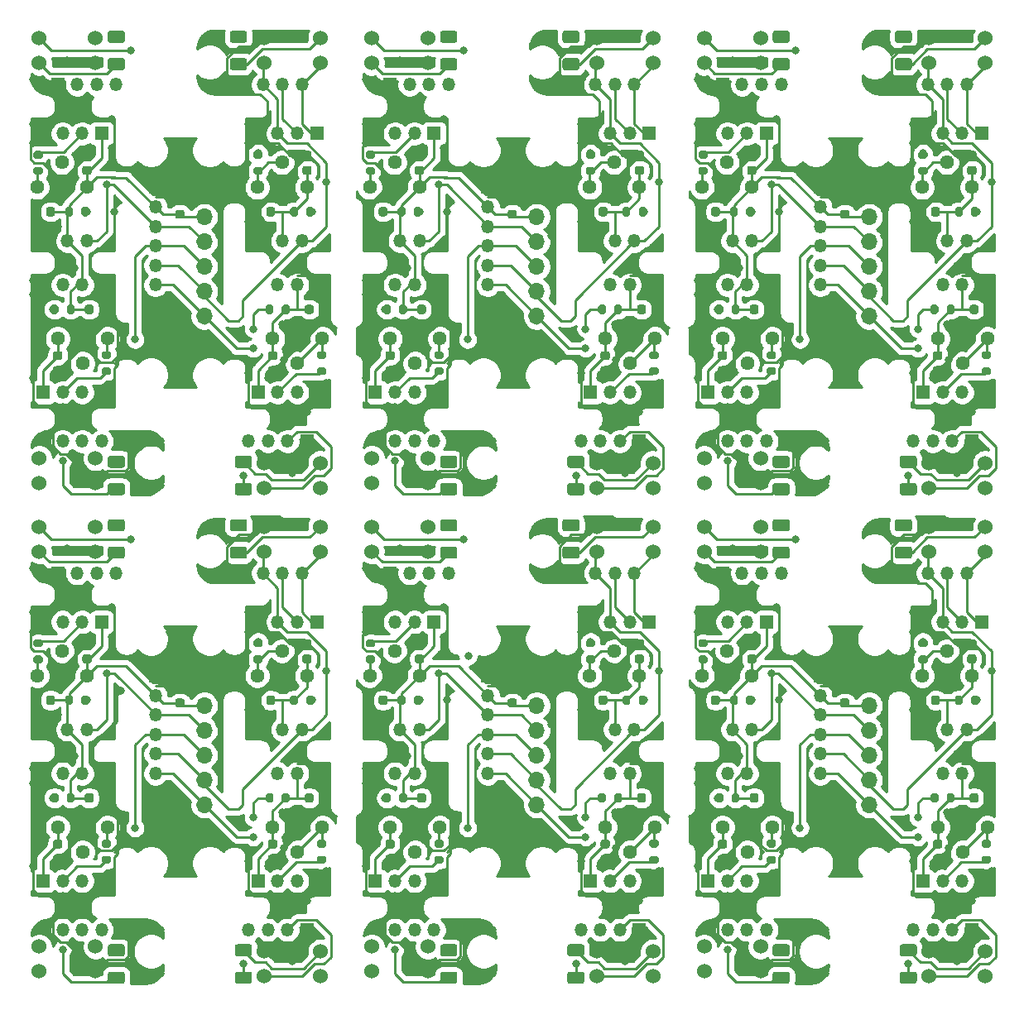
<source format=gbl>
%TF.GenerationSoftware,KiCad,Pcbnew,(5.1.8)-1*%
%TF.CreationDate,2021-01-20T16:08:38+09:00*%
%TF.ProjectId,LineSensorVer2,4c696e65-5365-46e7-936f-72566572322e,rev?*%
%TF.SameCoordinates,Original*%
%TF.FileFunction,Copper,L2,Bot*%
%TF.FilePolarity,Positive*%
%FSLAX46Y46*%
G04 Gerber Fmt 4.6, Leading zero omitted, Abs format (unit mm)*
G04 Created by KiCad (PCBNEW (5.1.8)-1) date 2021-01-20 16:08:38*
%MOMM*%
%LPD*%
G01*
G04 APERTURE LIST*
%TA.AperFunction,ComponentPad*%
%ADD10R,1.350000X1.350000*%
%TD*%
%TA.AperFunction,ComponentPad*%
%ADD11O,1.350000X1.350000*%
%TD*%
%TA.AperFunction,ComponentPad*%
%ADD12C,1.440000*%
%TD*%
%TA.AperFunction,ComponentPad*%
%ADD13C,1.524000*%
%TD*%
%TA.AperFunction,ComponentPad*%
%ADD14R,1.700000X1.700000*%
%TD*%
%TA.AperFunction,ComponentPad*%
%ADD15O,1.700000X1.700000*%
%TD*%
%TA.AperFunction,ViaPad*%
%ADD16C,0.800000*%
%TD*%
%TA.AperFunction,Conductor*%
%ADD17C,0.250000*%
%TD*%
%TA.AperFunction,Conductor*%
%ADD18C,0.254000*%
%TD*%
%TA.AperFunction,Conductor*%
%ADD19C,0.100000*%
%TD*%
G04 APERTURE END LIST*
D10*
%TO.P,J10,1*%
%TO.N,+5V*%
X75250000Y-85500000D03*
D11*
%TO.P,J10,2*%
%TO.N,LED4*%
X77250000Y-85500000D03*
%TO.P,J10,3*%
%TO.N,Singnal4*%
X79250000Y-85500000D03*
%TO.P,J10,4*%
%TO.N,GND*%
X81250000Y-85500000D03*
%TD*%
D10*
%TO.P,J6,1*%
%TO.N,GND*%
X93250000Y-74500000D03*
D11*
%TO.P,J6,2*%
%TO.N,+5V*%
X91250000Y-74500000D03*
%TO.P,J6,3*%
%TO.N,Singnal2*%
X89250000Y-74500000D03*
%TD*%
%TO.P,D3,1*%
%TO.N,Net-(D3-Pad1)*%
%TA.AperFunction,SMDPad,CuDef*%
G36*
G01*
X94125000Y-91975000D02*
X95375000Y-91975000D01*
G75*
G02*
X95625000Y-92225000I0J-250000D01*
G01*
X95625000Y-92975000D01*
G75*
G02*
X95375000Y-93225000I-250000J0D01*
G01*
X94125000Y-93225000D01*
G75*
G02*
X93875000Y-92975000I0J250000D01*
G01*
X93875000Y-92225000D01*
G75*
G02*
X94125000Y-91975000I250000J0D01*
G01*
G37*
%TD.AperFunction*%
%TO.P,D3,2*%
%TO.N,LED2*%
%TA.AperFunction,SMDPad,CuDef*%
G36*
G01*
X94125000Y-94775000D02*
X95375000Y-94775000D01*
G75*
G02*
X95625000Y-95025000I0J-250000D01*
G01*
X95625000Y-95775000D01*
G75*
G02*
X95375000Y-96025000I-250000J0D01*
G01*
X94125000Y-96025000D01*
G75*
G02*
X93875000Y-95775000I0J250000D01*
G01*
X93875000Y-95025000D01*
G75*
G02*
X94125000Y-94775000I250000J0D01*
G01*
G37*
%TD.AperFunction*%
%TD*%
%TO.P,R1,1*%
%TO.N,+5V*%
%TA.AperFunction,SMDPad,CuDef*%
G36*
G01*
X89525000Y-67275000D02*
X89525000Y-66725000D01*
G75*
G02*
X89725000Y-66525000I200000J0D01*
G01*
X90125000Y-66525000D01*
G75*
G02*
X90325000Y-66725000I0J-200000D01*
G01*
X90325000Y-67275000D01*
G75*
G02*
X90125000Y-67475000I-200000J0D01*
G01*
X89725000Y-67475000D01*
G75*
G02*
X89525000Y-67275000I0J200000D01*
G01*
G37*
%TD.AperFunction*%
%TO.P,R1,2*%
%TO.N,Net-(D2-Pad2)*%
%TA.AperFunction,SMDPad,CuDef*%
G36*
G01*
X91175000Y-67275000D02*
X91175000Y-66725000D01*
G75*
G02*
X91375000Y-66525000I200000J0D01*
G01*
X91775000Y-66525000D01*
G75*
G02*
X91975000Y-66725000I0J-200000D01*
G01*
X91975000Y-67275000D01*
G75*
G02*
X91775000Y-67475000I-200000J0D01*
G01*
X91375000Y-67475000D01*
G75*
G02*
X91175000Y-67275000I0J200000D01*
G01*
G37*
%TD.AperFunction*%
%TD*%
D12*
%TO.P,RV1,3*%
%TO.N,Net-(R2-Pad1)*%
X86670000Y-64500000D03*
%TO.P,RV1,2*%
X89210000Y-61960000D03*
%TO.P,RV1,1*%
%TO.N,+5V*%
X91750000Y-64500000D03*
%TD*%
D13*
%TO.P,U1,4*%
%TO.N,GND*%
X92625000Y-51770000D03*
%TO.P,U1,3*%
%TO.N,Singnal1*%
X92625000Y-49230000D03*
%TO.P,U1,2*%
%TO.N,+5V*%
X86875000Y-49230000D03*
%TO.P,U1,1*%
%TO.N,Net-(D1-Pad1)*%
X86875000Y-51770000D03*
%TD*%
D10*
%TO.P,J14,1*%
%TO.N,GND*%
X115250000Y-74500000D03*
D11*
%TO.P,J14,2*%
%TO.N,+5V*%
X113250000Y-74500000D03*
%TO.P,J14,3*%
%TO.N,Singnal4*%
X111250000Y-74500000D03*
%TD*%
%TO.P,R4,1*%
%TO.N,Net-(R4-Pad1)*%
%TA.AperFunction,SMDPad,CuDef*%
G36*
G01*
X93475000Y-81275000D02*
X94025000Y-81275000D01*
G75*
G02*
X94225000Y-81475000I0J-200000D01*
G01*
X94225000Y-81875000D01*
G75*
G02*
X94025000Y-82075000I-200000J0D01*
G01*
X93475000Y-82075000D01*
G75*
G02*
X93275000Y-81875000I0J200000D01*
G01*
X93275000Y-81475000D01*
G75*
G02*
X93475000Y-81275000I200000J0D01*
G01*
G37*
%TD.AperFunction*%
%TO.P,R4,2*%
%TO.N,LED2*%
%TA.AperFunction,SMDPad,CuDef*%
G36*
G01*
X93475000Y-82925000D02*
X94025000Y-82925000D01*
G75*
G02*
X94225000Y-83125000I0J-200000D01*
G01*
X94225000Y-83525000D01*
G75*
G02*
X94025000Y-83725000I-200000J0D01*
G01*
X93475000Y-83725000D01*
G75*
G02*
X93275000Y-83525000I0J200000D01*
G01*
X93275000Y-83125000D01*
G75*
G02*
X93475000Y-82925000I200000J0D01*
G01*
G37*
%TD.AperFunction*%
%TD*%
D10*
%TO.P,J5,1*%
%TO.N,GND*%
X95250000Y-90500000D03*
D11*
%TO.P,J5,2*%
%TO.N,Singnal2*%
X93250000Y-90500000D03*
%TO.P,J5,3*%
%TO.N,LED2*%
X91250000Y-90500000D03*
%TO.P,J5,4*%
%TO.N,+5V*%
X89250000Y-90500000D03*
%TD*%
D10*
%TO.P,J2,1*%
%TO.N,GND*%
X88750000Y-54000000D03*
D11*
%TO.P,J2,2*%
%TO.N,Singnal1*%
X90750000Y-54000000D03*
%TO.P,J2,3*%
%TO.N,LED1*%
X92750000Y-54000000D03*
%TO.P,J2,4*%
%TO.N,+5V*%
X94750000Y-54000000D03*
%TD*%
D10*
%TO.P,J12,1*%
%TO.N,GND*%
X98750000Y-64500000D03*
D11*
%TO.P,J12,2*%
%TO.N,+5V*%
X98750000Y-66500000D03*
%TO.P,J12,3*%
%TO.N,Singnal1*%
X98750000Y-68500000D03*
%TO.P,J12,4*%
%TO.N,Singnal2*%
X98750000Y-70500000D03*
%TO.P,J12,5*%
%TO.N,Singnal3*%
X98750000Y-72500000D03*
%TO.P,J12,6*%
%TO.N,Singnal4*%
X98750000Y-74500000D03*
%TD*%
%TO.P,D5,1*%
%TO.N,Net-(D5-Pad1)*%
%TA.AperFunction,SMDPad,CuDef*%
G36*
G01*
X107875000Y-52525000D02*
X106625000Y-52525000D01*
G75*
G02*
X106375000Y-52275000I0J250000D01*
G01*
X106375000Y-51525000D01*
G75*
G02*
X106625000Y-51275000I250000J0D01*
G01*
X107875000Y-51275000D01*
G75*
G02*
X108125000Y-51525000I0J-250000D01*
G01*
X108125000Y-52275000D01*
G75*
G02*
X107875000Y-52525000I-250000J0D01*
G01*
G37*
%TD.AperFunction*%
%TO.P,D5,2*%
%TO.N,LED3*%
%TA.AperFunction,SMDPad,CuDef*%
G36*
G01*
X107875000Y-49725000D02*
X106625000Y-49725000D01*
G75*
G02*
X106375000Y-49475000I0J250000D01*
G01*
X106375000Y-48725000D01*
G75*
G02*
X106625000Y-48475000I250000J0D01*
G01*
X107875000Y-48475000D01*
G75*
G02*
X108125000Y-48725000I0J-250000D01*
G01*
X108125000Y-49475000D01*
G75*
G02*
X107875000Y-49725000I-250000J0D01*
G01*
G37*
%TD.AperFunction*%
%TD*%
%TO.P,C8,1*%
%TO.N,+5V*%
%TA.AperFunction,SMDPad,CuDef*%
G36*
G01*
X110975000Y-66750000D02*
X110975000Y-67250000D01*
G75*
G02*
X110750000Y-67475000I-225000J0D01*
G01*
X110300000Y-67475000D01*
G75*
G02*
X110075000Y-67250000I0J225000D01*
G01*
X110075000Y-66750000D01*
G75*
G02*
X110300000Y-66525000I225000J0D01*
G01*
X110750000Y-66525000D01*
G75*
G02*
X110975000Y-66750000I0J-225000D01*
G01*
G37*
%TD.AperFunction*%
%TO.P,C8,2*%
%TO.N,GND*%
%TA.AperFunction,SMDPad,CuDef*%
G36*
G01*
X109425000Y-66750000D02*
X109425000Y-67250000D01*
G75*
G02*
X109200000Y-67475000I-225000J0D01*
G01*
X108750000Y-67475000D01*
G75*
G02*
X108525000Y-67250000I0J225000D01*
G01*
X108525000Y-66750000D01*
G75*
G02*
X108750000Y-66525000I225000J0D01*
G01*
X109200000Y-66525000D01*
G75*
G02*
X109425000Y-66750000I0J-225000D01*
G01*
G37*
%TD.AperFunction*%
%TD*%
D10*
%TO.P,J10,1*%
%TO.N,+5V*%
X109250000Y-85500000D03*
D11*
%TO.P,J10,2*%
%TO.N,LED4*%
X111250000Y-85500000D03*
%TO.P,J10,3*%
%TO.N,Singnal4*%
X113250000Y-85500000D03*
%TO.P,J10,4*%
%TO.N,GND*%
X115250000Y-85500000D03*
%TD*%
%TO.P,D1,1*%
%TO.N,Net-(D1-Pad1)*%
%TA.AperFunction,SMDPad,CuDef*%
G36*
G01*
X95375000Y-52525000D02*
X94125000Y-52525000D01*
G75*
G02*
X93875000Y-52275000I0J250000D01*
G01*
X93875000Y-51525000D01*
G75*
G02*
X94125000Y-51275000I250000J0D01*
G01*
X95375000Y-51275000D01*
G75*
G02*
X95625000Y-51525000I0J-250000D01*
G01*
X95625000Y-52275000D01*
G75*
G02*
X95375000Y-52525000I-250000J0D01*
G01*
G37*
%TD.AperFunction*%
%TO.P,D1,2*%
%TO.N,LED1*%
%TA.AperFunction,SMDPad,CuDef*%
G36*
G01*
X95375000Y-49725000D02*
X94125000Y-49725000D01*
G75*
G02*
X93875000Y-49475000I0J250000D01*
G01*
X93875000Y-48725000D01*
G75*
G02*
X94125000Y-48475000I250000J0D01*
G01*
X95375000Y-48475000D01*
G75*
G02*
X95625000Y-48725000I0J-250000D01*
G01*
X95625000Y-49475000D01*
G75*
G02*
X95375000Y-49725000I-250000J0D01*
G01*
G37*
%TD.AperFunction*%
%TD*%
%TO.P,C2,1*%
%TO.N,+5V*%
%TA.AperFunction,SMDPad,CuDef*%
G36*
G01*
X88475000Y-66750000D02*
X88475000Y-67250000D01*
G75*
G02*
X88250000Y-67475000I-225000J0D01*
G01*
X87800000Y-67475000D01*
G75*
G02*
X87575000Y-67250000I0J225000D01*
G01*
X87575000Y-66750000D01*
G75*
G02*
X87800000Y-66525000I225000J0D01*
G01*
X88250000Y-66525000D01*
G75*
G02*
X88475000Y-66750000I0J-225000D01*
G01*
G37*
%TD.AperFunction*%
%TO.P,C2,2*%
%TO.N,GND*%
%TA.AperFunction,SMDPad,CuDef*%
G36*
G01*
X86925000Y-66750000D02*
X86925000Y-67250000D01*
G75*
G02*
X86700000Y-67475000I-225000J0D01*
G01*
X86250000Y-67475000D01*
G75*
G02*
X86025000Y-67250000I0J225000D01*
G01*
X86025000Y-66750000D01*
G75*
G02*
X86250000Y-66525000I225000J0D01*
G01*
X86700000Y-66525000D01*
G75*
G02*
X86925000Y-66750000I0J-225000D01*
G01*
G37*
%TD.AperFunction*%
%TD*%
D13*
%TO.P,U3,4*%
%TO.N,GND*%
X109875000Y-49230000D03*
%TO.P,U3,3*%
%TO.N,Singnal3*%
X109875000Y-51770000D03*
%TO.P,U3,2*%
%TO.N,+5V*%
X115625000Y-51770000D03*
%TO.P,U3,1*%
%TO.N,Net-(D5-Pad1)*%
X115625000Y-49230000D03*
%TD*%
%TO.P,C4,1*%
%TO.N,+5V*%
%TA.AperFunction,SMDPad,CuDef*%
G36*
G01*
X88500000Y-81275000D02*
X89000000Y-81275000D01*
G75*
G02*
X89225000Y-81500000I0J-225000D01*
G01*
X89225000Y-81950000D01*
G75*
G02*
X89000000Y-82175000I-225000J0D01*
G01*
X88500000Y-82175000D01*
G75*
G02*
X88275000Y-81950000I0J225000D01*
G01*
X88275000Y-81500000D01*
G75*
G02*
X88500000Y-81275000I225000J0D01*
G01*
G37*
%TD.AperFunction*%
%TO.P,C4,2*%
%TO.N,GND*%
%TA.AperFunction,SMDPad,CuDef*%
G36*
G01*
X88500000Y-82825000D02*
X89000000Y-82825000D01*
G75*
G02*
X89225000Y-83050000I0J-225000D01*
G01*
X89225000Y-83500000D01*
G75*
G02*
X89000000Y-83725000I-225000J0D01*
G01*
X88500000Y-83725000D01*
G75*
G02*
X88275000Y-83500000I0J225000D01*
G01*
X88275000Y-83050000D01*
G75*
G02*
X88500000Y-82825000I225000J0D01*
G01*
G37*
%TD.AperFunction*%
%TD*%
%TO.P,U4,4*%
%TO.N,GND*%
X109875000Y-92730000D03*
%TO.P,U4,3*%
%TO.N,Singnal4*%
X109875000Y-95270000D03*
%TO.P,U4,2*%
%TO.N,+5V*%
X115625000Y-95270000D03*
%TO.P,U4,1*%
%TO.N,Net-(D7-Pad1)*%
X115625000Y-92730000D03*
%TD*%
%TO.P,C1,1*%
%TO.N,+5V*%
%TA.AperFunction,SMDPad,CuDef*%
G36*
G01*
X92000000Y-63225000D02*
X91500000Y-63225000D01*
G75*
G02*
X91275000Y-63000000I0J225000D01*
G01*
X91275000Y-62550000D01*
G75*
G02*
X91500000Y-62325000I225000J0D01*
G01*
X92000000Y-62325000D01*
G75*
G02*
X92225000Y-62550000I0J-225000D01*
G01*
X92225000Y-63000000D01*
G75*
G02*
X92000000Y-63225000I-225000J0D01*
G01*
G37*
%TD.AperFunction*%
%TO.P,C1,2*%
%TO.N,GND*%
%TA.AperFunction,SMDPad,CuDef*%
G36*
G01*
X92000000Y-61675000D02*
X91500000Y-61675000D01*
G75*
G02*
X91275000Y-61450000I0J225000D01*
G01*
X91275000Y-61000000D01*
G75*
G02*
X91500000Y-60775000I225000J0D01*
G01*
X92000000Y-60775000D01*
G75*
G02*
X92225000Y-61000000I0J-225000D01*
G01*
X92225000Y-61450000D01*
G75*
G02*
X92000000Y-61675000I-225000J0D01*
G01*
G37*
%TD.AperFunction*%
%TD*%
%TO.P,C7,1*%
%TO.N,+5V*%
%TA.AperFunction,SMDPad,CuDef*%
G36*
G01*
X114500000Y-63225000D02*
X114000000Y-63225000D01*
G75*
G02*
X113775000Y-63000000I0J225000D01*
G01*
X113775000Y-62550000D01*
G75*
G02*
X114000000Y-62325000I225000J0D01*
G01*
X114500000Y-62325000D01*
G75*
G02*
X114725000Y-62550000I0J-225000D01*
G01*
X114725000Y-63000000D01*
G75*
G02*
X114500000Y-63225000I-225000J0D01*
G01*
G37*
%TD.AperFunction*%
%TO.P,C7,2*%
%TO.N,GND*%
%TA.AperFunction,SMDPad,CuDef*%
G36*
G01*
X114500000Y-61675000D02*
X114000000Y-61675000D01*
G75*
G02*
X113775000Y-61450000I0J225000D01*
G01*
X113775000Y-61000000D01*
G75*
G02*
X114000000Y-60775000I225000J0D01*
G01*
X114500000Y-60775000D01*
G75*
G02*
X114725000Y-61000000I0J-225000D01*
G01*
X114725000Y-61450000D01*
G75*
G02*
X114500000Y-61675000I-225000J0D01*
G01*
G37*
%TD.AperFunction*%
%TD*%
%TO.P,U2,4*%
%TO.N,GND*%
X92625000Y-94770000D03*
%TO.P,U2,3*%
%TO.N,Singnal2*%
X92625000Y-92230000D03*
%TO.P,U2,2*%
%TO.N,+5V*%
X86875000Y-92230000D03*
%TO.P,U2,1*%
%TO.N,Net-(D3-Pad1)*%
X86875000Y-94770000D03*
%TD*%
%TO.P,C10,1*%
%TO.N,+5V*%
%TA.AperFunction,SMDPad,CuDef*%
G36*
G01*
X101500000Y-67725000D02*
X101000000Y-67725000D01*
G75*
G02*
X100775000Y-67500000I0J225000D01*
G01*
X100775000Y-67050000D01*
G75*
G02*
X101000000Y-66825000I225000J0D01*
G01*
X101500000Y-66825000D01*
G75*
G02*
X101725000Y-67050000I0J-225000D01*
G01*
X101725000Y-67500000D01*
G75*
G02*
X101500000Y-67725000I-225000J0D01*
G01*
G37*
%TD.AperFunction*%
%TO.P,C10,2*%
%TO.N,GND*%
%TA.AperFunction,SMDPad,CuDef*%
G36*
G01*
X101500000Y-66175000D02*
X101000000Y-66175000D01*
G75*
G02*
X100775000Y-65950000I0J225000D01*
G01*
X100775000Y-65500000D01*
G75*
G02*
X101000000Y-65275000I225000J0D01*
G01*
X101500000Y-65275000D01*
G75*
G02*
X101725000Y-65500000I0J-225000D01*
G01*
X101725000Y-65950000D01*
G75*
G02*
X101500000Y-66175000I-225000J0D01*
G01*
G37*
%TD.AperFunction*%
%TD*%
D10*
%TO.P,J11,1*%
%TO.N,GND*%
X114250000Y-90500000D03*
D11*
%TO.P,J11,2*%
%TO.N,Singnal4*%
X112250000Y-90500000D03*
%TO.P,J11,3*%
%TO.N,LED4*%
X110250000Y-90500000D03*
%TO.P,J11,4*%
%TO.N,+5V*%
X108250000Y-90500000D03*
%TD*%
%TO.P,C11,1*%
%TO.N,+5V*%
%TA.AperFunction,SMDPad,CuDef*%
G36*
G01*
X110500000Y-81275000D02*
X111000000Y-81275000D01*
G75*
G02*
X111225000Y-81500000I0J-225000D01*
G01*
X111225000Y-81950000D01*
G75*
G02*
X111000000Y-82175000I-225000J0D01*
G01*
X110500000Y-82175000D01*
G75*
G02*
X110275000Y-81950000I0J225000D01*
G01*
X110275000Y-81500000D01*
G75*
G02*
X110500000Y-81275000I225000J0D01*
G01*
G37*
%TD.AperFunction*%
%TO.P,C11,2*%
%TO.N,GND*%
%TA.AperFunction,SMDPad,CuDef*%
G36*
G01*
X110500000Y-82825000D02*
X111000000Y-82825000D01*
G75*
G02*
X111225000Y-83050000I0J-225000D01*
G01*
X111225000Y-83500000D01*
G75*
G02*
X111000000Y-83725000I-225000J0D01*
G01*
X110500000Y-83725000D01*
G75*
G02*
X110275000Y-83500000I0J225000D01*
G01*
X110275000Y-83050000D01*
G75*
G02*
X110500000Y-82825000I225000J0D01*
G01*
G37*
%TD.AperFunction*%
%TD*%
D10*
%TO.P,J8,1*%
%TO.N,GND*%
X107750000Y-54000000D03*
D11*
%TO.P,J8,2*%
%TO.N,Singnal3*%
X109750000Y-54000000D03*
%TO.P,J8,3*%
%TO.N,LED3*%
X111750000Y-54000000D03*
%TO.P,J8,4*%
%TO.N,+5V*%
X113750000Y-54000000D03*
%TD*%
%TO.P,R6,1*%
%TO.N,Net-(R6-Pad1)*%
%TA.AperFunction,SMDPad,CuDef*%
G36*
G01*
X109525000Y-63225000D02*
X108975000Y-63225000D01*
G75*
G02*
X108775000Y-63025000I0J200000D01*
G01*
X108775000Y-62625000D01*
G75*
G02*
X108975000Y-62425000I200000J0D01*
G01*
X109525000Y-62425000D01*
G75*
G02*
X109725000Y-62625000I0J-200000D01*
G01*
X109725000Y-63025000D01*
G75*
G02*
X109525000Y-63225000I-200000J0D01*
G01*
G37*
%TD.AperFunction*%
%TO.P,R6,2*%
%TO.N,LED3*%
%TA.AperFunction,SMDPad,CuDef*%
G36*
G01*
X109525000Y-61575000D02*
X108975000Y-61575000D01*
G75*
G02*
X108775000Y-61375000I0J200000D01*
G01*
X108775000Y-60975000D01*
G75*
G02*
X108975000Y-60775000I200000J0D01*
G01*
X109525000Y-60775000D01*
G75*
G02*
X109725000Y-60975000I0J-200000D01*
G01*
X109725000Y-61375000D01*
G75*
G02*
X109525000Y-61575000I-200000J0D01*
G01*
G37*
%TD.AperFunction*%
%TD*%
%TO.P,R7,1*%
%TO.N,+5V*%
%TA.AperFunction,SMDPad,CuDef*%
G36*
G01*
X112475000Y-76725000D02*
X112475000Y-77275000D01*
G75*
G02*
X112275000Y-77475000I-200000J0D01*
G01*
X111875000Y-77475000D01*
G75*
G02*
X111675000Y-77275000I0J200000D01*
G01*
X111675000Y-76725000D01*
G75*
G02*
X111875000Y-76525000I200000J0D01*
G01*
X112275000Y-76525000D01*
G75*
G02*
X112475000Y-76725000I0J-200000D01*
G01*
G37*
%TD.AperFunction*%
%TO.P,R7,2*%
%TO.N,Net-(D8-Pad2)*%
%TA.AperFunction,SMDPad,CuDef*%
G36*
G01*
X110825000Y-76725000D02*
X110825000Y-77275000D01*
G75*
G02*
X110625000Y-77475000I-200000J0D01*
G01*
X110225000Y-77475000D01*
G75*
G02*
X110025000Y-77275000I0J200000D01*
G01*
X110025000Y-76725000D01*
G75*
G02*
X110225000Y-76525000I200000J0D01*
G01*
X110625000Y-76525000D01*
G75*
G02*
X110825000Y-76725000I0J-200000D01*
G01*
G37*
%TD.AperFunction*%
%TD*%
%TO.P,R8,1*%
%TO.N,Net-(R8-Pad1)*%
%TA.AperFunction,SMDPad,CuDef*%
G36*
G01*
X115475000Y-81275000D02*
X116025000Y-81275000D01*
G75*
G02*
X116225000Y-81475000I0J-200000D01*
G01*
X116225000Y-81875000D01*
G75*
G02*
X116025000Y-82075000I-200000J0D01*
G01*
X115475000Y-82075000D01*
G75*
G02*
X115275000Y-81875000I0J200000D01*
G01*
X115275000Y-81475000D01*
G75*
G02*
X115475000Y-81275000I200000J0D01*
G01*
G37*
%TD.AperFunction*%
%TO.P,R8,2*%
%TO.N,LED4*%
%TA.AperFunction,SMDPad,CuDef*%
G36*
G01*
X115475000Y-82925000D02*
X116025000Y-82925000D01*
G75*
G02*
X116225000Y-83125000I0J-200000D01*
G01*
X116225000Y-83525000D01*
G75*
G02*
X116025000Y-83725000I-200000J0D01*
G01*
X115475000Y-83725000D01*
G75*
G02*
X115275000Y-83525000I0J200000D01*
G01*
X115275000Y-83125000D01*
G75*
G02*
X115475000Y-82925000I200000J0D01*
G01*
G37*
%TD.AperFunction*%
%TD*%
D12*
%TO.P,RV3,3*%
%TO.N,Net-(R6-Pad1)*%
X109170000Y-64500000D03*
%TO.P,RV3,2*%
X111710000Y-61960000D03*
%TO.P,RV3,1*%
%TO.N,+5V*%
X114250000Y-64500000D03*
%TD*%
D10*
%TO.P,J1,1*%
%TO.N,+5V*%
X93250000Y-59000000D03*
D11*
%TO.P,J1,2*%
%TO.N,LED1*%
X91250000Y-59000000D03*
%TO.P,J1,3*%
%TO.N,Singnal1*%
X89250000Y-59000000D03*
%TO.P,J1,4*%
%TO.N,GND*%
X87250000Y-59000000D03*
%TD*%
D10*
%TO.P,J3,1*%
%TO.N,GND*%
X87750000Y-70000000D03*
D11*
%TO.P,J3,2*%
%TO.N,+5V*%
X89750000Y-70000000D03*
%TO.P,J3,3*%
%TO.N,Singnal1*%
X91750000Y-70000000D03*
%TD*%
D14*
%TO.P,J13,1*%
%TO.N,GND*%
X103750000Y-65000000D03*
D15*
%TO.P,J13,2*%
%TO.N,+5V*%
X103750000Y-67540000D03*
%TO.P,J13,3*%
%TO.N,Singnal1*%
X103750000Y-70080000D03*
%TO.P,J13,4*%
%TO.N,Singnal2*%
X103750000Y-72620000D03*
%TO.P,J13,5*%
%TO.N,Singnal3*%
X103750000Y-75160000D03*
%TO.P,J13,6*%
%TO.N,Singnal4*%
X103750000Y-77700000D03*
%TD*%
D10*
%TO.P,J7,1*%
%TO.N,+5V*%
X115250000Y-59000000D03*
D11*
%TO.P,J7,2*%
%TO.N,LED3*%
X113250000Y-59000000D03*
%TO.P,J7,3*%
%TO.N,Singnal3*%
X111250000Y-59000000D03*
%TO.P,J7,4*%
%TO.N,GND*%
X109250000Y-59000000D03*
%TD*%
D12*
%TO.P,RV2,3*%
%TO.N,Net-(R4-Pad1)*%
X93830000Y-80000000D03*
%TO.P,RV2,2*%
X91290000Y-82540000D03*
%TO.P,RV2,1*%
%TO.N,+5V*%
X88750000Y-80000000D03*
%TD*%
%TO.P,RV4,3*%
%TO.N,Net-(R8-Pad1)*%
X115830000Y-80000000D03*
%TO.P,RV4,2*%
X113290000Y-82540000D03*
%TO.P,RV4,1*%
%TO.N,+5V*%
X110750000Y-80000000D03*
%TD*%
%TO.P,D7,1*%
%TO.N,Net-(D7-Pad1)*%
%TA.AperFunction,SMDPad,CuDef*%
G36*
G01*
X107125000Y-91975000D02*
X108375000Y-91975000D01*
G75*
G02*
X108625000Y-92225000I0J-250000D01*
G01*
X108625000Y-92975000D01*
G75*
G02*
X108375000Y-93225000I-250000J0D01*
G01*
X107125000Y-93225000D01*
G75*
G02*
X106875000Y-92975000I0J250000D01*
G01*
X106875000Y-92225000D01*
G75*
G02*
X107125000Y-91975000I250000J0D01*
G01*
G37*
%TD.AperFunction*%
%TO.P,D7,2*%
%TO.N,LED4*%
%TA.AperFunction,SMDPad,CuDef*%
G36*
G01*
X107125000Y-94775000D02*
X108375000Y-94775000D01*
G75*
G02*
X108625000Y-95025000I0J-250000D01*
G01*
X108625000Y-95775000D01*
G75*
G02*
X108375000Y-96025000I-250000J0D01*
G01*
X107125000Y-96025000D01*
G75*
G02*
X106875000Y-95775000I0J250000D01*
G01*
X106875000Y-95025000D01*
G75*
G02*
X107125000Y-94775000I250000J0D01*
G01*
G37*
%TD.AperFunction*%
%TD*%
%TO.P,R3,1*%
%TO.N,+5V*%
%TA.AperFunction,SMDPad,CuDef*%
G36*
G01*
X90475000Y-76725000D02*
X90475000Y-77275000D01*
G75*
G02*
X90275000Y-77475000I-200000J0D01*
G01*
X89875000Y-77475000D01*
G75*
G02*
X89675000Y-77275000I0J200000D01*
G01*
X89675000Y-76725000D01*
G75*
G02*
X89875000Y-76525000I200000J0D01*
G01*
X90275000Y-76525000D01*
G75*
G02*
X90475000Y-76725000I0J-200000D01*
G01*
G37*
%TD.AperFunction*%
%TO.P,R3,2*%
%TO.N,Net-(D4-Pad2)*%
%TA.AperFunction,SMDPad,CuDef*%
G36*
G01*
X88825000Y-76725000D02*
X88825000Y-77275000D01*
G75*
G02*
X88625000Y-77475000I-200000J0D01*
G01*
X88225000Y-77475000D01*
G75*
G02*
X88025000Y-77275000I0J200000D01*
G01*
X88025000Y-76725000D01*
G75*
G02*
X88225000Y-76525000I200000J0D01*
G01*
X88625000Y-76525000D01*
G75*
G02*
X88825000Y-76725000I0J-200000D01*
G01*
G37*
%TD.AperFunction*%
%TD*%
%TO.P,R2,1*%
%TO.N,Net-(R2-Pad1)*%
%TA.AperFunction,SMDPad,CuDef*%
G36*
G01*
X87025000Y-63225000D02*
X86475000Y-63225000D01*
G75*
G02*
X86275000Y-63025000I0J200000D01*
G01*
X86275000Y-62625000D01*
G75*
G02*
X86475000Y-62425000I200000J0D01*
G01*
X87025000Y-62425000D01*
G75*
G02*
X87225000Y-62625000I0J-200000D01*
G01*
X87225000Y-63025000D01*
G75*
G02*
X87025000Y-63225000I-200000J0D01*
G01*
G37*
%TD.AperFunction*%
%TO.P,R2,2*%
%TO.N,LED1*%
%TA.AperFunction,SMDPad,CuDef*%
G36*
G01*
X87025000Y-61575000D02*
X86475000Y-61575000D01*
G75*
G02*
X86275000Y-61375000I0J200000D01*
G01*
X86275000Y-60975000D01*
G75*
G02*
X86475000Y-60775000I200000J0D01*
G01*
X87025000Y-60775000D01*
G75*
G02*
X87225000Y-60975000I0J-200000D01*
G01*
X87225000Y-61375000D01*
G75*
G02*
X87025000Y-61575000I-200000J0D01*
G01*
G37*
%TD.AperFunction*%
%TD*%
%TO.P,C5,1*%
%TO.N,+5V*%
%TA.AperFunction,SMDPad,CuDef*%
G36*
G01*
X91525000Y-77250000D02*
X91525000Y-76750000D01*
G75*
G02*
X91750000Y-76525000I225000J0D01*
G01*
X92200000Y-76525000D01*
G75*
G02*
X92425000Y-76750000I0J-225000D01*
G01*
X92425000Y-77250000D01*
G75*
G02*
X92200000Y-77475000I-225000J0D01*
G01*
X91750000Y-77475000D01*
G75*
G02*
X91525000Y-77250000I0J225000D01*
G01*
G37*
%TD.AperFunction*%
%TO.P,C5,2*%
%TO.N,GND*%
%TA.AperFunction,SMDPad,CuDef*%
G36*
G01*
X93075000Y-77250000D02*
X93075000Y-76750000D01*
G75*
G02*
X93300000Y-76525000I225000J0D01*
G01*
X93750000Y-76525000D01*
G75*
G02*
X93975000Y-76750000I0J-225000D01*
G01*
X93975000Y-77250000D01*
G75*
G02*
X93750000Y-77475000I-225000J0D01*
G01*
X93300000Y-77475000D01*
G75*
G02*
X93075000Y-77250000I0J225000D01*
G01*
G37*
%TD.AperFunction*%
%TD*%
D10*
%TO.P,J9,1*%
%TO.N,GND*%
X109750000Y-70000000D03*
D11*
%TO.P,J9,2*%
%TO.N,+5V*%
X111750000Y-70000000D03*
%TO.P,J9,3*%
%TO.N,Singnal3*%
X113750000Y-70000000D03*
%TD*%
%TO.P,R5,1*%
%TO.N,+5V*%
%TA.AperFunction,SMDPad,CuDef*%
G36*
G01*
X112525000Y-67275000D02*
X112525000Y-66725000D01*
G75*
G02*
X112725000Y-66525000I200000J0D01*
G01*
X113125000Y-66525000D01*
G75*
G02*
X113325000Y-66725000I0J-200000D01*
G01*
X113325000Y-67275000D01*
G75*
G02*
X113125000Y-67475000I-200000J0D01*
G01*
X112725000Y-67475000D01*
G75*
G02*
X112525000Y-67275000I0J200000D01*
G01*
G37*
%TD.AperFunction*%
%TO.P,R5,2*%
%TO.N,Net-(D6-Pad2)*%
%TA.AperFunction,SMDPad,CuDef*%
G36*
G01*
X114175000Y-67275000D02*
X114175000Y-66725000D01*
G75*
G02*
X114375000Y-66525000I200000J0D01*
G01*
X114775000Y-66525000D01*
G75*
G02*
X114975000Y-66725000I0J-200000D01*
G01*
X114975000Y-67275000D01*
G75*
G02*
X114775000Y-67475000I-200000J0D01*
G01*
X114375000Y-67475000D01*
G75*
G02*
X114175000Y-67275000I0J200000D01*
G01*
G37*
%TD.AperFunction*%
%TD*%
D10*
%TO.P,J4,1*%
%TO.N,+5V*%
X87250000Y-85500000D03*
D11*
%TO.P,J4,2*%
%TO.N,LED2*%
X89250000Y-85500000D03*
%TO.P,J4,3*%
%TO.N,Singnal2*%
X91250000Y-85500000D03*
%TO.P,J4,4*%
%TO.N,GND*%
X93250000Y-85500000D03*
%TD*%
%TO.P,C12,1*%
%TO.N,+5V*%
%TA.AperFunction,SMDPad,CuDef*%
G36*
G01*
X114025000Y-77250000D02*
X114025000Y-76750000D01*
G75*
G02*
X114250000Y-76525000I225000J0D01*
G01*
X114700000Y-76525000D01*
G75*
G02*
X114925000Y-76750000I0J-225000D01*
G01*
X114925000Y-77250000D01*
G75*
G02*
X114700000Y-77475000I-225000J0D01*
G01*
X114250000Y-77475000D01*
G75*
G02*
X114025000Y-77250000I0J225000D01*
G01*
G37*
%TD.AperFunction*%
%TO.P,C12,2*%
%TO.N,GND*%
%TA.AperFunction,SMDPad,CuDef*%
G36*
G01*
X115575000Y-77250000D02*
X115575000Y-76750000D01*
G75*
G02*
X115800000Y-76525000I225000J0D01*
G01*
X116250000Y-76525000D01*
G75*
G02*
X116475000Y-76750000I0J-225000D01*
G01*
X116475000Y-77250000D01*
G75*
G02*
X116250000Y-77475000I-225000J0D01*
G01*
X115800000Y-77475000D01*
G75*
G02*
X115575000Y-77250000I0J225000D01*
G01*
G37*
%TD.AperFunction*%
%TD*%
%TO.P,J9,3*%
%TO.N,Singnal3*%
X147750000Y-70000000D03*
%TO.P,J9,2*%
%TO.N,+5V*%
X145750000Y-70000000D03*
D10*
%TO.P,J9,1*%
%TO.N,GND*%
X143750000Y-70000000D03*
%TD*%
%TO.P,R5,2*%
%TO.N,Net-(D6-Pad2)*%
%TA.AperFunction,SMDPad,CuDef*%
G36*
G01*
X148175000Y-67275000D02*
X148175000Y-66725000D01*
G75*
G02*
X148375000Y-66525000I200000J0D01*
G01*
X148775000Y-66525000D01*
G75*
G02*
X148975000Y-66725000I0J-200000D01*
G01*
X148975000Y-67275000D01*
G75*
G02*
X148775000Y-67475000I-200000J0D01*
G01*
X148375000Y-67475000D01*
G75*
G02*
X148175000Y-67275000I0J200000D01*
G01*
G37*
%TD.AperFunction*%
%TO.P,R5,1*%
%TO.N,+5V*%
%TA.AperFunction,SMDPad,CuDef*%
G36*
G01*
X146525000Y-67275000D02*
X146525000Y-66725000D01*
G75*
G02*
X146725000Y-66525000I200000J0D01*
G01*
X147125000Y-66525000D01*
G75*
G02*
X147325000Y-66725000I0J-200000D01*
G01*
X147325000Y-67275000D01*
G75*
G02*
X147125000Y-67475000I-200000J0D01*
G01*
X146725000Y-67475000D01*
G75*
G02*
X146525000Y-67275000I0J200000D01*
G01*
G37*
%TD.AperFunction*%
%TD*%
%TO.P,C5,2*%
%TO.N,GND*%
%TA.AperFunction,SMDPad,CuDef*%
G36*
G01*
X127075000Y-77250000D02*
X127075000Y-76750000D01*
G75*
G02*
X127300000Y-76525000I225000J0D01*
G01*
X127750000Y-76525000D01*
G75*
G02*
X127975000Y-76750000I0J-225000D01*
G01*
X127975000Y-77250000D01*
G75*
G02*
X127750000Y-77475000I-225000J0D01*
G01*
X127300000Y-77475000D01*
G75*
G02*
X127075000Y-77250000I0J225000D01*
G01*
G37*
%TD.AperFunction*%
%TO.P,C5,1*%
%TO.N,+5V*%
%TA.AperFunction,SMDPad,CuDef*%
G36*
G01*
X125525000Y-77250000D02*
X125525000Y-76750000D01*
G75*
G02*
X125750000Y-76525000I225000J0D01*
G01*
X126200000Y-76525000D01*
G75*
G02*
X126425000Y-76750000I0J-225000D01*
G01*
X126425000Y-77250000D01*
G75*
G02*
X126200000Y-77475000I-225000J0D01*
G01*
X125750000Y-77475000D01*
G75*
G02*
X125525000Y-77250000I0J225000D01*
G01*
G37*
%TD.AperFunction*%
%TD*%
%TO.P,R3,2*%
%TO.N,Net-(D4-Pad2)*%
%TA.AperFunction,SMDPad,CuDef*%
G36*
G01*
X122825000Y-76725000D02*
X122825000Y-77275000D01*
G75*
G02*
X122625000Y-77475000I-200000J0D01*
G01*
X122225000Y-77475000D01*
G75*
G02*
X122025000Y-77275000I0J200000D01*
G01*
X122025000Y-76725000D01*
G75*
G02*
X122225000Y-76525000I200000J0D01*
G01*
X122625000Y-76525000D01*
G75*
G02*
X122825000Y-76725000I0J-200000D01*
G01*
G37*
%TD.AperFunction*%
%TO.P,R3,1*%
%TO.N,+5V*%
%TA.AperFunction,SMDPad,CuDef*%
G36*
G01*
X124475000Y-76725000D02*
X124475000Y-77275000D01*
G75*
G02*
X124275000Y-77475000I-200000J0D01*
G01*
X123875000Y-77475000D01*
G75*
G02*
X123675000Y-77275000I0J200000D01*
G01*
X123675000Y-76725000D01*
G75*
G02*
X123875000Y-76525000I200000J0D01*
G01*
X124275000Y-76525000D01*
G75*
G02*
X124475000Y-76725000I0J-200000D01*
G01*
G37*
%TD.AperFunction*%
%TD*%
D11*
%TO.P,J4,4*%
%TO.N,GND*%
X127250000Y-85500000D03*
%TO.P,J4,3*%
%TO.N,Singnal2*%
X125250000Y-85500000D03*
%TO.P,J4,2*%
%TO.N,LED2*%
X123250000Y-85500000D03*
D10*
%TO.P,J4,1*%
%TO.N,+5V*%
X121250000Y-85500000D03*
%TD*%
%TO.P,R2,2*%
%TO.N,LED1*%
%TA.AperFunction,SMDPad,CuDef*%
G36*
G01*
X121025000Y-61575000D02*
X120475000Y-61575000D01*
G75*
G02*
X120275000Y-61375000I0J200000D01*
G01*
X120275000Y-60975000D01*
G75*
G02*
X120475000Y-60775000I200000J0D01*
G01*
X121025000Y-60775000D01*
G75*
G02*
X121225000Y-60975000I0J-200000D01*
G01*
X121225000Y-61375000D01*
G75*
G02*
X121025000Y-61575000I-200000J0D01*
G01*
G37*
%TD.AperFunction*%
%TO.P,R2,1*%
%TO.N,Net-(R2-Pad1)*%
%TA.AperFunction,SMDPad,CuDef*%
G36*
G01*
X121025000Y-63225000D02*
X120475000Y-63225000D01*
G75*
G02*
X120275000Y-63025000I0J200000D01*
G01*
X120275000Y-62625000D01*
G75*
G02*
X120475000Y-62425000I200000J0D01*
G01*
X121025000Y-62425000D01*
G75*
G02*
X121225000Y-62625000I0J-200000D01*
G01*
X121225000Y-63025000D01*
G75*
G02*
X121025000Y-63225000I-200000J0D01*
G01*
G37*
%TD.AperFunction*%
%TD*%
%TO.P,C12,2*%
%TO.N,GND*%
%TA.AperFunction,SMDPad,CuDef*%
G36*
G01*
X149575000Y-77250000D02*
X149575000Y-76750000D01*
G75*
G02*
X149800000Y-76525000I225000J0D01*
G01*
X150250000Y-76525000D01*
G75*
G02*
X150475000Y-76750000I0J-225000D01*
G01*
X150475000Y-77250000D01*
G75*
G02*
X150250000Y-77475000I-225000J0D01*
G01*
X149800000Y-77475000D01*
G75*
G02*
X149575000Y-77250000I0J225000D01*
G01*
G37*
%TD.AperFunction*%
%TO.P,C12,1*%
%TO.N,+5V*%
%TA.AperFunction,SMDPad,CuDef*%
G36*
G01*
X148025000Y-77250000D02*
X148025000Y-76750000D01*
G75*
G02*
X148250000Y-76525000I225000J0D01*
G01*
X148700000Y-76525000D01*
G75*
G02*
X148925000Y-76750000I0J-225000D01*
G01*
X148925000Y-77250000D01*
G75*
G02*
X148700000Y-77475000I-225000J0D01*
G01*
X148250000Y-77475000D01*
G75*
G02*
X148025000Y-77250000I0J225000D01*
G01*
G37*
%TD.AperFunction*%
%TD*%
D11*
%TO.P,J6,3*%
%TO.N,Singnal2*%
X123250000Y-74500000D03*
%TO.P,J6,2*%
%TO.N,+5V*%
X125250000Y-74500000D03*
D10*
%TO.P,J6,1*%
%TO.N,GND*%
X127250000Y-74500000D03*
%TD*%
D11*
%TO.P,J14,3*%
%TO.N,Singnal4*%
X145250000Y-74500000D03*
%TO.P,J14,2*%
%TO.N,+5V*%
X147250000Y-74500000D03*
D10*
%TO.P,J14,1*%
%TO.N,GND*%
X149250000Y-74500000D03*
%TD*%
D11*
%TO.P,J5,4*%
%TO.N,+5V*%
X123250000Y-90500000D03*
%TO.P,J5,3*%
%TO.N,LED2*%
X125250000Y-90500000D03*
%TO.P,J5,2*%
%TO.N,Singnal2*%
X127250000Y-90500000D03*
D10*
%TO.P,J5,1*%
%TO.N,GND*%
X129250000Y-90500000D03*
%TD*%
%TO.P,R4,2*%
%TO.N,LED2*%
%TA.AperFunction,SMDPad,CuDef*%
G36*
G01*
X127475000Y-82925000D02*
X128025000Y-82925000D01*
G75*
G02*
X128225000Y-83125000I0J-200000D01*
G01*
X128225000Y-83525000D01*
G75*
G02*
X128025000Y-83725000I-200000J0D01*
G01*
X127475000Y-83725000D01*
G75*
G02*
X127275000Y-83525000I0J200000D01*
G01*
X127275000Y-83125000D01*
G75*
G02*
X127475000Y-82925000I200000J0D01*
G01*
G37*
%TD.AperFunction*%
%TO.P,R4,1*%
%TO.N,Net-(R4-Pad1)*%
%TA.AperFunction,SMDPad,CuDef*%
G36*
G01*
X127475000Y-81275000D02*
X128025000Y-81275000D01*
G75*
G02*
X128225000Y-81475000I0J-200000D01*
G01*
X128225000Y-81875000D01*
G75*
G02*
X128025000Y-82075000I-200000J0D01*
G01*
X127475000Y-82075000D01*
G75*
G02*
X127275000Y-81875000I0J200000D01*
G01*
X127275000Y-81475000D01*
G75*
G02*
X127475000Y-81275000I200000J0D01*
G01*
G37*
%TD.AperFunction*%
%TD*%
%TO.P,D3,2*%
%TO.N,LED2*%
%TA.AperFunction,SMDPad,CuDef*%
G36*
G01*
X128125000Y-94775000D02*
X129375000Y-94775000D01*
G75*
G02*
X129625000Y-95025000I0J-250000D01*
G01*
X129625000Y-95775000D01*
G75*
G02*
X129375000Y-96025000I-250000J0D01*
G01*
X128125000Y-96025000D01*
G75*
G02*
X127875000Y-95775000I0J250000D01*
G01*
X127875000Y-95025000D01*
G75*
G02*
X128125000Y-94775000I250000J0D01*
G01*
G37*
%TD.AperFunction*%
%TO.P,D3,1*%
%TO.N,Net-(D3-Pad1)*%
%TA.AperFunction,SMDPad,CuDef*%
G36*
G01*
X128125000Y-91975000D02*
X129375000Y-91975000D01*
G75*
G02*
X129625000Y-92225000I0J-250000D01*
G01*
X129625000Y-92975000D01*
G75*
G02*
X129375000Y-93225000I-250000J0D01*
G01*
X128125000Y-93225000D01*
G75*
G02*
X127875000Y-92975000I0J250000D01*
G01*
X127875000Y-92225000D01*
G75*
G02*
X128125000Y-91975000I250000J0D01*
G01*
G37*
%TD.AperFunction*%
%TD*%
D11*
%TO.P,J12,6*%
%TO.N,Singnal4*%
X132750000Y-74500000D03*
%TO.P,J12,5*%
%TO.N,Singnal3*%
X132750000Y-72500000D03*
%TO.P,J12,4*%
%TO.N,Singnal2*%
X132750000Y-70500000D03*
%TO.P,J12,3*%
%TO.N,Singnal1*%
X132750000Y-68500000D03*
%TO.P,J12,2*%
%TO.N,+5V*%
X132750000Y-66500000D03*
D10*
%TO.P,J12,1*%
%TO.N,GND*%
X132750000Y-64500000D03*
%TD*%
%TO.P,R1,2*%
%TO.N,Net-(D2-Pad2)*%
%TA.AperFunction,SMDPad,CuDef*%
G36*
G01*
X125175000Y-67275000D02*
X125175000Y-66725000D01*
G75*
G02*
X125375000Y-66525000I200000J0D01*
G01*
X125775000Y-66525000D01*
G75*
G02*
X125975000Y-66725000I0J-200000D01*
G01*
X125975000Y-67275000D01*
G75*
G02*
X125775000Y-67475000I-200000J0D01*
G01*
X125375000Y-67475000D01*
G75*
G02*
X125175000Y-67275000I0J200000D01*
G01*
G37*
%TD.AperFunction*%
%TO.P,R1,1*%
%TO.N,+5V*%
%TA.AperFunction,SMDPad,CuDef*%
G36*
G01*
X123525000Y-67275000D02*
X123525000Y-66725000D01*
G75*
G02*
X123725000Y-66525000I200000J0D01*
G01*
X124125000Y-66525000D01*
G75*
G02*
X124325000Y-66725000I0J-200000D01*
G01*
X124325000Y-67275000D01*
G75*
G02*
X124125000Y-67475000I-200000J0D01*
G01*
X123725000Y-67475000D01*
G75*
G02*
X123525000Y-67275000I0J200000D01*
G01*
G37*
%TD.AperFunction*%
%TD*%
%TO.P,D5,2*%
%TO.N,LED3*%
%TA.AperFunction,SMDPad,CuDef*%
G36*
G01*
X141875000Y-49725000D02*
X140625000Y-49725000D01*
G75*
G02*
X140375000Y-49475000I0J250000D01*
G01*
X140375000Y-48725000D01*
G75*
G02*
X140625000Y-48475000I250000J0D01*
G01*
X141875000Y-48475000D01*
G75*
G02*
X142125000Y-48725000I0J-250000D01*
G01*
X142125000Y-49475000D01*
G75*
G02*
X141875000Y-49725000I-250000J0D01*
G01*
G37*
%TD.AperFunction*%
%TO.P,D5,1*%
%TO.N,Net-(D5-Pad1)*%
%TA.AperFunction,SMDPad,CuDef*%
G36*
G01*
X141875000Y-52525000D02*
X140625000Y-52525000D01*
G75*
G02*
X140375000Y-52275000I0J250000D01*
G01*
X140375000Y-51525000D01*
G75*
G02*
X140625000Y-51275000I250000J0D01*
G01*
X141875000Y-51275000D01*
G75*
G02*
X142125000Y-51525000I0J-250000D01*
G01*
X142125000Y-52275000D01*
G75*
G02*
X141875000Y-52525000I-250000J0D01*
G01*
G37*
%TD.AperFunction*%
%TD*%
%TO.P,C8,2*%
%TO.N,GND*%
%TA.AperFunction,SMDPad,CuDef*%
G36*
G01*
X143425000Y-66750000D02*
X143425000Y-67250000D01*
G75*
G02*
X143200000Y-67475000I-225000J0D01*
G01*
X142750000Y-67475000D01*
G75*
G02*
X142525000Y-67250000I0J225000D01*
G01*
X142525000Y-66750000D01*
G75*
G02*
X142750000Y-66525000I225000J0D01*
G01*
X143200000Y-66525000D01*
G75*
G02*
X143425000Y-66750000I0J-225000D01*
G01*
G37*
%TD.AperFunction*%
%TO.P,C8,1*%
%TO.N,+5V*%
%TA.AperFunction,SMDPad,CuDef*%
G36*
G01*
X144975000Y-66750000D02*
X144975000Y-67250000D01*
G75*
G02*
X144750000Y-67475000I-225000J0D01*
G01*
X144300000Y-67475000D01*
G75*
G02*
X144075000Y-67250000I0J225000D01*
G01*
X144075000Y-66750000D01*
G75*
G02*
X144300000Y-66525000I225000J0D01*
G01*
X144750000Y-66525000D01*
G75*
G02*
X144975000Y-66750000I0J-225000D01*
G01*
G37*
%TD.AperFunction*%
%TD*%
D13*
%TO.P,U1,1*%
%TO.N,Net-(D1-Pad1)*%
X120875000Y-51770000D03*
%TO.P,U1,2*%
%TO.N,+5V*%
X120875000Y-49230000D03*
%TO.P,U1,3*%
%TO.N,Singnal1*%
X126625000Y-49230000D03*
%TO.P,U1,4*%
%TO.N,GND*%
X126625000Y-51770000D03*
%TD*%
D11*
%TO.P,J10,4*%
%TO.N,GND*%
X149250000Y-85500000D03*
%TO.P,J10,3*%
%TO.N,Singnal4*%
X147250000Y-85500000D03*
%TO.P,J10,2*%
%TO.N,LED4*%
X145250000Y-85500000D03*
D10*
%TO.P,J10,1*%
%TO.N,+5V*%
X143250000Y-85500000D03*
%TD*%
D11*
%TO.P,J2,4*%
%TO.N,+5V*%
X128750000Y-54000000D03*
%TO.P,J2,3*%
%TO.N,LED1*%
X126750000Y-54000000D03*
%TO.P,J2,2*%
%TO.N,Singnal1*%
X124750000Y-54000000D03*
D10*
%TO.P,J2,1*%
%TO.N,GND*%
X122750000Y-54000000D03*
%TD*%
%TO.P,D1,2*%
%TO.N,LED1*%
%TA.AperFunction,SMDPad,CuDef*%
G36*
G01*
X129375000Y-49725000D02*
X128125000Y-49725000D01*
G75*
G02*
X127875000Y-49475000I0J250000D01*
G01*
X127875000Y-48725000D01*
G75*
G02*
X128125000Y-48475000I250000J0D01*
G01*
X129375000Y-48475000D01*
G75*
G02*
X129625000Y-48725000I0J-250000D01*
G01*
X129625000Y-49475000D01*
G75*
G02*
X129375000Y-49725000I-250000J0D01*
G01*
G37*
%TD.AperFunction*%
%TO.P,D1,1*%
%TO.N,Net-(D1-Pad1)*%
%TA.AperFunction,SMDPad,CuDef*%
G36*
G01*
X129375000Y-52525000D02*
X128125000Y-52525000D01*
G75*
G02*
X127875000Y-52275000I0J250000D01*
G01*
X127875000Y-51525000D01*
G75*
G02*
X128125000Y-51275000I250000J0D01*
G01*
X129375000Y-51275000D01*
G75*
G02*
X129625000Y-51525000I0J-250000D01*
G01*
X129625000Y-52275000D01*
G75*
G02*
X129375000Y-52525000I-250000J0D01*
G01*
G37*
%TD.AperFunction*%
%TD*%
D12*
%TO.P,RV1,1*%
%TO.N,+5V*%
X125750000Y-64500000D03*
%TO.P,RV1,2*%
%TO.N,Net-(R2-Pad1)*%
X123210000Y-61960000D03*
%TO.P,RV1,3*%
X120670000Y-64500000D03*
%TD*%
%TO.P,C2,2*%
%TO.N,GND*%
%TA.AperFunction,SMDPad,CuDef*%
G36*
G01*
X120925000Y-66750000D02*
X120925000Y-67250000D01*
G75*
G02*
X120700000Y-67475000I-225000J0D01*
G01*
X120250000Y-67475000D01*
G75*
G02*
X120025000Y-67250000I0J225000D01*
G01*
X120025000Y-66750000D01*
G75*
G02*
X120250000Y-66525000I225000J0D01*
G01*
X120700000Y-66525000D01*
G75*
G02*
X120925000Y-66750000I0J-225000D01*
G01*
G37*
%TD.AperFunction*%
%TO.P,C2,1*%
%TO.N,+5V*%
%TA.AperFunction,SMDPad,CuDef*%
G36*
G01*
X122475000Y-66750000D02*
X122475000Y-67250000D01*
G75*
G02*
X122250000Y-67475000I-225000J0D01*
G01*
X121800000Y-67475000D01*
G75*
G02*
X121575000Y-67250000I0J225000D01*
G01*
X121575000Y-66750000D01*
G75*
G02*
X121800000Y-66525000I225000J0D01*
G01*
X122250000Y-66525000D01*
G75*
G02*
X122475000Y-66750000I0J-225000D01*
G01*
G37*
%TD.AperFunction*%
%TD*%
D13*
%TO.P,U3,1*%
%TO.N,Net-(D5-Pad1)*%
X149625000Y-49230000D03*
%TO.P,U3,2*%
%TO.N,+5V*%
X149625000Y-51770000D03*
%TO.P,U3,3*%
%TO.N,Singnal3*%
X143875000Y-51770000D03*
%TO.P,U3,4*%
%TO.N,GND*%
X143875000Y-49230000D03*
%TD*%
%TO.P,C4,2*%
%TO.N,GND*%
%TA.AperFunction,SMDPad,CuDef*%
G36*
G01*
X122500000Y-82825000D02*
X123000000Y-82825000D01*
G75*
G02*
X123225000Y-83050000I0J-225000D01*
G01*
X123225000Y-83500000D01*
G75*
G02*
X123000000Y-83725000I-225000J0D01*
G01*
X122500000Y-83725000D01*
G75*
G02*
X122275000Y-83500000I0J225000D01*
G01*
X122275000Y-83050000D01*
G75*
G02*
X122500000Y-82825000I225000J0D01*
G01*
G37*
%TD.AperFunction*%
%TO.P,C4,1*%
%TO.N,+5V*%
%TA.AperFunction,SMDPad,CuDef*%
G36*
G01*
X122500000Y-81275000D02*
X123000000Y-81275000D01*
G75*
G02*
X123225000Y-81500000I0J-225000D01*
G01*
X123225000Y-81950000D01*
G75*
G02*
X123000000Y-82175000I-225000J0D01*
G01*
X122500000Y-82175000D01*
G75*
G02*
X122275000Y-81950000I0J225000D01*
G01*
X122275000Y-81500000D01*
G75*
G02*
X122500000Y-81275000I225000J0D01*
G01*
G37*
%TD.AperFunction*%
%TD*%
D11*
%TO.P,J3,3*%
%TO.N,Singnal1*%
X125750000Y-70000000D03*
%TO.P,J3,2*%
%TO.N,+5V*%
X123750000Y-70000000D03*
D10*
%TO.P,J3,1*%
%TO.N,GND*%
X121750000Y-70000000D03*
%TD*%
D11*
%TO.P,J1,4*%
%TO.N,GND*%
X121250000Y-59000000D03*
%TO.P,J1,3*%
%TO.N,Singnal1*%
X123250000Y-59000000D03*
%TO.P,J1,2*%
%TO.N,LED1*%
X125250000Y-59000000D03*
D10*
%TO.P,J1,1*%
%TO.N,+5V*%
X127250000Y-59000000D03*
%TD*%
D13*
%TO.P,U4,1*%
%TO.N,Net-(D7-Pad1)*%
X149625000Y-92730000D03*
%TO.P,U4,2*%
%TO.N,+5V*%
X149625000Y-95270000D03*
%TO.P,U4,3*%
%TO.N,Singnal4*%
X143875000Y-95270000D03*
%TO.P,U4,4*%
%TO.N,GND*%
X143875000Y-92730000D03*
%TD*%
D15*
%TO.P,J13,6*%
%TO.N,Singnal4*%
X137750000Y-77700000D03*
%TO.P,J13,5*%
%TO.N,Singnal3*%
X137750000Y-75160000D03*
%TO.P,J13,4*%
%TO.N,Singnal2*%
X137750000Y-72620000D03*
%TO.P,J13,3*%
%TO.N,Singnal1*%
X137750000Y-70080000D03*
%TO.P,J13,2*%
%TO.N,+5V*%
X137750000Y-67540000D03*
D14*
%TO.P,J13,1*%
%TO.N,GND*%
X137750000Y-65000000D03*
%TD*%
%TO.P,C1,2*%
%TO.N,GND*%
%TA.AperFunction,SMDPad,CuDef*%
G36*
G01*
X126000000Y-61675000D02*
X125500000Y-61675000D01*
G75*
G02*
X125275000Y-61450000I0J225000D01*
G01*
X125275000Y-61000000D01*
G75*
G02*
X125500000Y-60775000I225000J0D01*
G01*
X126000000Y-60775000D01*
G75*
G02*
X126225000Y-61000000I0J-225000D01*
G01*
X126225000Y-61450000D01*
G75*
G02*
X126000000Y-61675000I-225000J0D01*
G01*
G37*
%TD.AperFunction*%
%TO.P,C1,1*%
%TO.N,+5V*%
%TA.AperFunction,SMDPad,CuDef*%
G36*
G01*
X126000000Y-63225000D02*
X125500000Y-63225000D01*
G75*
G02*
X125275000Y-63000000I0J225000D01*
G01*
X125275000Y-62550000D01*
G75*
G02*
X125500000Y-62325000I225000J0D01*
G01*
X126000000Y-62325000D01*
G75*
G02*
X126225000Y-62550000I0J-225000D01*
G01*
X126225000Y-63000000D01*
G75*
G02*
X126000000Y-63225000I-225000J0D01*
G01*
G37*
%TD.AperFunction*%
%TD*%
%TO.P,C7,2*%
%TO.N,GND*%
%TA.AperFunction,SMDPad,CuDef*%
G36*
G01*
X148500000Y-61675000D02*
X148000000Y-61675000D01*
G75*
G02*
X147775000Y-61450000I0J225000D01*
G01*
X147775000Y-61000000D01*
G75*
G02*
X148000000Y-60775000I225000J0D01*
G01*
X148500000Y-60775000D01*
G75*
G02*
X148725000Y-61000000I0J-225000D01*
G01*
X148725000Y-61450000D01*
G75*
G02*
X148500000Y-61675000I-225000J0D01*
G01*
G37*
%TD.AperFunction*%
%TO.P,C7,1*%
%TO.N,+5V*%
%TA.AperFunction,SMDPad,CuDef*%
G36*
G01*
X148500000Y-63225000D02*
X148000000Y-63225000D01*
G75*
G02*
X147775000Y-63000000I0J225000D01*
G01*
X147775000Y-62550000D01*
G75*
G02*
X148000000Y-62325000I225000J0D01*
G01*
X148500000Y-62325000D01*
G75*
G02*
X148725000Y-62550000I0J-225000D01*
G01*
X148725000Y-63000000D01*
G75*
G02*
X148500000Y-63225000I-225000J0D01*
G01*
G37*
%TD.AperFunction*%
%TD*%
D13*
%TO.P,U2,1*%
%TO.N,Net-(D3-Pad1)*%
X120875000Y-94770000D03*
%TO.P,U2,2*%
%TO.N,+5V*%
X120875000Y-92230000D03*
%TO.P,U2,3*%
%TO.N,Singnal2*%
X126625000Y-92230000D03*
%TO.P,U2,4*%
%TO.N,GND*%
X126625000Y-94770000D03*
%TD*%
D12*
%TO.P,RV2,1*%
%TO.N,+5V*%
X122750000Y-80000000D03*
%TO.P,RV2,2*%
%TO.N,Net-(R4-Pad1)*%
X125290000Y-82540000D03*
%TO.P,RV2,3*%
X127830000Y-80000000D03*
%TD*%
%TO.P,RV3,1*%
%TO.N,+5V*%
X148250000Y-64500000D03*
%TO.P,RV3,2*%
%TO.N,Net-(R6-Pad1)*%
X145710000Y-61960000D03*
%TO.P,RV3,3*%
X143170000Y-64500000D03*
%TD*%
%TO.P,C10,2*%
%TO.N,GND*%
%TA.AperFunction,SMDPad,CuDef*%
G36*
G01*
X135500000Y-66175000D02*
X135000000Y-66175000D01*
G75*
G02*
X134775000Y-65950000I0J225000D01*
G01*
X134775000Y-65500000D01*
G75*
G02*
X135000000Y-65275000I225000J0D01*
G01*
X135500000Y-65275000D01*
G75*
G02*
X135725000Y-65500000I0J-225000D01*
G01*
X135725000Y-65950000D01*
G75*
G02*
X135500000Y-66175000I-225000J0D01*
G01*
G37*
%TD.AperFunction*%
%TO.P,C10,1*%
%TO.N,+5V*%
%TA.AperFunction,SMDPad,CuDef*%
G36*
G01*
X135500000Y-67725000D02*
X135000000Y-67725000D01*
G75*
G02*
X134775000Y-67500000I0J225000D01*
G01*
X134775000Y-67050000D01*
G75*
G02*
X135000000Y-66825000I225000J0D01*
G01*
X135500000Y-66825000D01*
G75*
G02*
X135725000Y-67050000I0J-225000D01*
G01*
X135725000Y-67500000D01*
G75*
G02*
X135500000Y-67725000I-225000J0D01*
G01*
G37*
%TD.AperFunction*%
%TD*%
D11*
%TO.P,J7,4*%
%TO.N,GND*%
X143250000Y-59000000D03*
%TO.P,J7,3*%
%TO.N,Singnal3*%
X145250000Y-59000000D03*
%TO.P,J7,2*%
%TO.N,LED3*%
X147250000Y-59000000D03*
D10*
%TO.P,J7,1*%
%TO.N,+5V*%
X149250000Y-59000000D03*
%TD*%
D11*
%TO.P,J11,4*%
%TO.N,+5V*%
X142250000Y-90500000D03*
%TO.P,J11,3*%
%TO.N,LED4*%
X144250000Y-90500000D03*
%TO.P,J11,2*%
%TO.N,Singnal4*%
X146250000Y-90500000D03*
D10*
%TO.P,J11,1*%
%TO.N,GND*%
X148250000Y-90500000D03*
%TD*%
%TO.P,C11,2*%
%TO.N,GND*%
%TA.AperFunction,SMDPad,CuDef*%
G36*
G01*
X144500000Y-82825000D02*
X145000000Y-82825000D01*
G75*
G02*
X145225000Y-83050000I0J-225000D01*
G01*
X145225000Y-83500000D01*
G75*
G02*
X145000000Y-83725000I-225000J0D01*
G01*
X144500000Y-83725000D01*
G75*
G02*
X144275000Y-83500000I0J225000D01*
G01*
X144275000Y-83050000D01*
G75*
G02*
X144500000Y-82825000I225000J0D01*
G01*
G37*
%TD.AperFunction*%
%TO.P,C11,1*%
%TO.N,+5V*%
%TA.AperFunction,SMDPad,CuDef*%
G36*
G01*
X144500000Y-81275000D02*
X145000000Y-81275000D01*
G75*
G02*
X145225000Y-81500000I0J-225000D01*
G01*
X145225000Y-81950000D01*
G75*
G02*
X145000000Y-82175000I-225000J0D01*
G01*
X144500000Y-82175000D01*
G75*
G02*
X144275000Y-81950000I0J225000D01*
G01*
X144275000Y-81500000D01*
G75*
G02*
X144500000Y-81275000I225000J0D01*
G01*
G37*
%TD.AperFunction*%
%TD*%
D11*
%TO.P,J8,4*%
%TO.N,+5V*%
X147750000Y-54000000D03*
%TO.P,J8,3*%
%TO.N,LED3*%
X145750000Y-54000000D03*
%TO.P,J8,2*%
%TO.N,Singnal3*%
X143750000Y-54000000D03*
D10*
%TO.P,J8,1*%
%TO.N,GND*%
X141750000Y-54000000D03*
%TD*%
%TO.P,R6,2*%
%TO.N,LED3*%
%TA.AperFunction,SMDPad,CuDef*%
G36*
G01*
X143525000Y-61575000D02*
X142975000Y-61575000D01*
G75*
G02*
X142775000Y-61375000I0J200000D01*
G01*
X142775000Y-60975000D01*
G75*
G02*
X142975000Y-60775000I200000J0D01*
G01*
X143525000Y-60775000D01*
G75*
G02*
X143725000Y-60975000I0J-200000D01*
G01*
X143725000Y-61375000D01*
G75*
G02*
X143525000Y-61575000I-200000J0D01*
G01*
G37*
%TD.AperFunction*%
%TO.P,R6,1*%
%TO.N,Net-(R6-Pad1)*%
%TA.AperFunction,SMDPad,CuDef*%
G36*
G01*
X143525000Y-63225000D02*
X142975000Y-63225000D01*
G75*
G02*
X142775000Y-63025000I0J200000D01*
G01*
X142775000Y-62625000D01*
G75*
G02*
X142975000Y-62425000I200000J0D01*
G01*
X143525000Y-62425000D01*
G75*
G02*
X143725000Y-62625000I0J-200000D01*
G01*
X143725000Y-63025000D01*
G75*
G02*
X143525000Y-63225000I-200000J0D01*
G01*
G37*
%TD.AperFunction*%
%TD*%
%TO.P,R7,2*%
%TO.N,Net-(D8-Pad2)*%
%TA.AperFunction,SMDPad,CuDef*%
G36*
G01*
X144825000Y-76725000D02*
X144825000Y-77275000D01*
G75*
G02*
X144625000Y-77475000I-200000J0D01*
G01*
X144225000Y-77475000D01*
G75*
G02*
X144025000Y-77275000I0J200000D01*
G01*
X144025000Y-76725000D01*
G75*
G02*
X144225000Y-76525000I200000J0D01*
G01*
X144625000Y-76525000D01*
G75*
G02*
X144825000Y-76725000I0J-200000D01*
G01*
G37*
%TD.AperFunction*%
%TO.P,R7,1*%
%TO.N,+5V*%
%TA.AperFunction,SMDPad,CuDef*%
G36*
G01*
X146475000Y-76725000D02*
X146475000Y-77275000D01*
G75*
G02*
X146275000Y-77475000I-200000J0D01*
G01*
X145875000Y-77475000D01*
G75*
G02*
X145675000Y-77275000I0J200000D01*
G01*
X145675000Y-76725000D01*
G75*
G02*
X145875000Y-76525000I200000J0D01*
G01*
X146275000Y-76525000D01*
G75*
G02*
X146475000Y-76725000I0J-200000D01*
G01*
G37*
%TD.AperFunction*%
%TD*%
%TO.P,R8,2*%
%TO.N,LED4*%
%TA.AperFunction,SMDPad,CuDef*%
G36*
G01*
X149475000Y-82925000D02*
X150025000Y-82925000D01*
G75*
G02*
X150225000Y-83125000I0J-200000D01*
G01*
X150225000Y-83525000D01*
G75*
G02*
X150025000Y-83725000I-200000J0D01*
G01*
X149475000Y-83725000D01*
G75*
G02*
X149275000Y-83525000I0J200000D01*
G01*
X149275000Y-83125000D01*
G75*
G02*
X149475000Y-82925000I200000J0D01*
G01*
G37*
%TD.AperFunction*%
%TO.P,R8,1*%
%TO.N,Net-(R8-Pad1)*%
%TA.AperFunction,SMDPad,CuDef*%
G36*
G01*
X149475000Y-81275000D02*
X150025000Y-81275000D01*
G75*
G02*
X150225000Y-81475000I0J-200000D01*
G01*
X150225000Y-81875000D01*
G75*
G02*
X150025000Y-82075000I-200000J0D01*
G01*
X149475000Y-82075000D01*
G75*
G02*
X149275000Y-81875000I0J200000D01*
G01*
X149275000Y-81475000D01*
G75*
G02*
X149475000Y-81275000I200000J0D01*
G01*
G37*
%TD.AperFunction*%
%TD*%
D12*
%TO.P,RV4,1*%
%TO.N,+5V*%
X144750000Y-80000000D03*
%TO.P,RV4,2*%
%TO.N,Net-(R8-Pad1)*%
X147290000Y-82540000D03*
%TO.P,RV4,3*%
X149830000Y-80000000D03*
%TD*%
%TO.P,D7,2*%
%TO.N,LED4*%
%TA.AperFunction,SMDPad,CuDef*%
G36*
G01*
X141125000Y-94775000D02*
X142375000Y-94775000D01*
G75*
G02*
X142625000Y-95025000I0J-250000D01*
G01*
X142625000Y-95775000D01*
G75*
G02*
X142375000Y-96025000I-250000J0D01*
G01*
X141125000Y-96025000D01*
G75*
G02*
X140875000Y-95775000I0J250000D01*
G01*
X140875000Y-95025000D01*
G75*
G02*
X141125000Y-94775000I250000J0D01*
G01*
G37*
%TD.AperFunction*%
%TO.P,D7,1*%
%TO.N,Net-(D7-Pad1)*%
%TA.AperFunction,SMDPad,CuDef*%
G36*
G01*
X141125000Y-91975000D02*
X142375000Y-91975000D01*
G75*
G02*
X142625000Y-92225000I0J-250000D01*
G01*
X142625000Y-92975000D01*
G75*
G02*
X142375000Y-93225000I-250000J0D01*
G01*
X141125000Y-93225000D01*
G75*
G02*
X140875000Y-92975000I0J250000D01*
G01*
X140875000Y-92225000D01*
G75*
G02*
X141125000Y-91975000I250000J0D01*
G01*
G37*
%TD.AperFunction*%
%TD*%
%TO.P,C5,1*%
%TO.N,+5V*%
%TA.AperFunction,SMDPad,CuDef*%
G36*
G01*
X57525000Y-77250000D02*
X57525000Y-76750000D01*
G75*
G02*
X57750000Y-76525000I225000J0D01*
G01*
X58200000Y-76525000D01*
G75*
G02*
X58425000Y-76750000I0J-225000D01*
G01*
X58425000Y-77250000D01*
G75*
G02*
X58200000Y-77475000I-225000J0D01*
G01*
X57750000Y-77475000D01*
G75*
G02*
X57525000Y-77250000I0J225000D01*
G01*
G37*
%TD.AperFunction*%
%TO.P,C5,2*%
%TO.N,GND*%
%TA.AperFunction,SMDPad,CuDef*%
G36*
G01*
X59075000Y-77250000D02*
X59075000Y-76750000D01*
G75*
G02*
X59300000Y-76525000I225000J0D01*
G01*
X59750000Y-76525000D01*
G75*
G02*
X59975000Y-76750000I0J-225000D01*
G01*
X59975000Y-77250000D01*
G75*
G02*
X59750000Y-77475000I-225000J0D01*
G01*
X59300000Y-77475000D01*
G75*
G02*
X59075000Y-77250000I0J225000D01*
G01*
G37*
%TD.AperFunction*%
%TD*%
%TO.P,C12,1*%
%TO.N,+5V*%
%TA.AperFunction,SMDPad,CuDef*%
G36*
G01*
X80025000Y-77250000D02*
X80025000Y-76750000D01*
G75*
G02*
X80250000Y-76525000I225000J0D01*
G01*
X80700000Y-76525000D01*
G75*
G02*
X80925000Y-76750000I0J-225000D01*
G01*
X80925000Y-77250000D01*
G75*
G02*
X80700000Y-77475000I-225000J0D01*
G01*
X80250000Y-77475000D01*
G75*
G02*
X80025000Y-77250000I0J225000D01*
G01*
G37*
%TD.AperFunction*%
%TO.P,C12,2*%
%TO.N,GND*%
%TA.AperFunction,SMDPad,CuDef*%
G36*
G01*
X81575000Y-77250000D02*
X81575000Y-76750000D01*
G75*
G02*
X81800000Y-76525000I225000J0D01*
G01*
X82250000Y-76525000D01*
G75*
G02*
X82475000Y-76750000I0J-225000D01*
G01*
X82475000Y-77250000D01*
G75*
G02*
X82250000Y-77475000I-225000J0D01*
G01*
X81800000Y-77475000D01*
G75*
G02*
X81575000Y-77250000I0J225000D01*
G01*
G37*
%TD.AperFunction*%
%TD*%
D10*
%TO.P,J4,1*%
%TO.N,+5V*%
X53250000Y-85500000D03*
D11*
%TO.P,J4,2*%
%TO.N,LED2*%
X55250000Y-85500000D03*
%TO.P,J4,3*%
%TO.N,Singnal2*%
X57250000Y-85500000D03*
%TO.P,J4,4*%
%TO.N,GND*%
X59250000Y-85500000D03*
%TD*%
%TO.P,R5,1*%
%TO.N,+5V*%
%TA.AperFunction,SMDPad,CuDef*%
G36*
G01*
X78525000Y-67275000D02*
X78525000Y-66725000D01*
G75*
G02*
X78725000Y-66525000I200000J0D01*
G01*
X79125000Y-66525000D01*
G75*
G02*
X79325000Y-66725000I0J-200000D01*
G01*
X79325000Y-67275000D01*
G75*
G02*
X79125000Y-67475000I-200000J0D01*
G01*
X78725000Y-67475000D01*
G75*
G02*
X78525000Y-67275000I0J200000D01*
G01*
G37*
%TD.AperFunction*%
%TO.P,R5,2*%
%TO.N,Net-(D6-Pad2)*%
%TA.AperFunction,SMDPad,CuDef*%
G36*
G01*
X80175000Y-67275000D02*
X80175000Y-66725000D01*
G75*
G02*
X80375000Y-66525000I200000J0D01*
G01*
X80775000Y-66525000D01*
G75*
G02*
X80975000Y-66725000I0J-200000D01*
G01*
X80975000Y-67275000D01*
G75*
G02*
X80775000Y-67475000I-200000J0D01*
G01*
X80375000Y-67475000D01*
G75*
G02*
X80175000Y-67275000I0J200000D01*
G01*
G37*
%TD.AperFunction*%
%TD*%
%TO.P,R3,1*%
%TO.N,+5V*%
%TA.AperFunction,SMDPad,CuDef*%
G36*
G01*
X56475000Y-76725000D02*
X56475000Y-77275000D01*
G75*
G02*
X56275000Y-77475000I-200000J0D01*
G01*
X55875000Y-77475000D01*
G75*
G02*
X55675000Y-77275000I0J200000D01*
G01*
X55675000Y-76725000D01*
G75*
G02*
X55875000Y-76525000I200000J0D01*
G01*
X56275000Y-76525000D01*
G75*
G02*
X56475000Y-76725000I0J-200000D01*
G01*
G37*
%TD.AperFunction*%
%TO.P,R3,2*%
%TO.N,Net-(D4-Pad2)*%
%TA.AperFunction,SMDPad,CuDef*%
G36*
G01*
X54825000Y-76725000D02*
X54825000Y-77275000D01*
G75*
G02*
X54625000Y-77475000I-200000J0D01*
G01*
X54225000Y-77475000D01*
G75*
G02*
X54025000Y-77275000I0J200000D01*
G01*
X54025000Y-76725000D01*
G75*
G02*
X54225000Y-76525000I200000J0D01*
G01*
X54625000Y-76525000D01*
G75*
G02*
X54825000Y-76725000I0J-200000D01*
G01*
G37*
%TD.AperFunction*%
%TD*%
D10*
%TO.P,J9,1*%
%TO.N,GND*%
X75750000Y-70000000D03*
D11*
%TO.P,J9,2*%
%TO.N,+5V*%
X77750000Y-70000000D03*
%TO.P,J9,3*%
%TO.N,Singnal3*%
X79750000Y-70000000D03*
%TD*%
%TO.P,R2,1*%
%TO.N,Net-(R2-Pad1)*%
%TA.AperFunction,SMDPad,CuDef*%
G36*
G01*
X53025000Y-63225000D02*
X52475000Y-63225000D01*
G75*
G02*
X52275000Y-63025000I0J200000D01*
G01*
X52275000Y-62625000D01*
G75*
G02*
X52475000Y-62425000I200000J0D01*
G01*
X53025000Y-62425000D01*
G75*
G02*
X53225000Y-62625000I0J-200000D01*
G01*
X53225000Y-63025000D01*
G75*
G02*
X53025000Y-63225000I-200000J0D01*
G01*
G37*
%TD.AperFunction*%
%TO.P,R2,2*%
%TO.N,LED1*%
%TA.AperFunction,SMDPad,CuDef*%
G36*
G01*
X53025000Y-61575000D02*
X52475000Y-61575000D01*
G75*
G02*
X52275000Y-61375000I0J200000D01*
G01*
X52275000Y-60975000D01*
G75*
G02*
X52475000Y-60775000I200000J0D01*
G01*
X53025000Y-60775000D01*
G75*
G02*
X53225000Y-60975000I0J-200000D01*
G01*
X53225000Y-61375000D01*
G75*
G02*
X53025000Y-61575000I-200000J0D01*
G01*
G37*
%TD.AperFunction*%
%TD*%
%TO.P,D7,1*%
%TO.N,Net-(D7-Pad1)*%
%TA.AperFunction,SMDPad,CuDef*%
G36*
G01*
X73125000Y-91975000D02*
X74375000Y-91975000D01*
G75*
G02*
X74625000Y-92225000I0J-250000D01*
G01*
X74625000Y-92975000D01*
G75*
G02*
X74375000Y-93225000I-250000J0D01*
G01*
X73125000Y-93225000D01*
G75*
G02*
X72875000Y-92975000I0J250000D01*
G01*
X72875000Y-92225000D01*
G75*
G02*
X73125000Y-91975000I250000J0D01*
G01*
G37*
%TD.AperFunction*%
%TO.P,D7,2*%
%TO.N,LED4*%
%TA.AperFunction,SMDPad,CuDef*%
G36*
G01*
X73125000Y-94775000D02*
X74375000Y-94775000D01*
G75*
G02*
X74625000Y-95025000I0J-250000D01*
G01*
X74625000Y-95775000D01*
G75*
G02*
X74375000Y-96025000I-250000J0D01*
G01*
X73125000Y-96025000D01*
G75*
G02*
X72875000Y-95775000I0J250000D01*
G01*
X72875000Y-95025000D01*
G75*
G02*
X73125000Y-94775000I250000J0D01*
G01*
G37*
%TD.AperFunction*%
%TD*%
%TO.P,R1,1*%
%TO.N,+5V*%
%TA.AperFunction,SMDPad,CuDef*%
G36*
G01*
X55525000Y-67275000D02*
X55525000Y-66725000D01*
G75*
G02*
X55725000Y-66525000I200000J0D01*
G01*
X56125000Y-66525000D01*
G75*
G02*
X56325000Y-66725000I0J-200000D01*
G01*
X56325000Y-67275000D01*
G75*
G02*
X56125000Y-67475000I-200000J0D01*
G01*
X55725000Y-67475000D01*
G75*
G02*
X55525000Y-67275000I0J200000D01*
G01*
G37*
%TD.AperFunction*%
%TO.P,R1,2*%
%TO.N,Net-(D2-Pad2)*%
%TA.AperFunction,SMDPad,CuDef*%
G36*
G01*
X57175000Y-67275000D02*
X57175000Y-66725000D01*
G75*
G02*
X57375000Y-66525000I200000J0D01*
G01*
X57775000Y-66525000D01*
G75*
G02*
X57975000Y-66725000I0J-200000D01*
G01*
X57975000Y-67275000D01*
G75*
G02*
X57775000Y-67475000I-200000J0D01*
G01*
X57375000Y-67475000D01*
G75*
G02*
X57175000Y-67275000I0J200000D01*
G01*
G37*
%TD.AperFunction*%
%TD*%
D10*
%TO.P,J6,1*%
%TO.N,GND*%
X59250000Y-74500000D03*
D11*
%TO.P,J6,2*%
%TO.N,+5V*%
X57250000Y-74500000D03*
%TO.P,J6,3*%
%TO.N,Singnal2*%
X55250000Y-74500000D03*
%TD*%
D10*
%TO.P,J14,1*%
%TO.N,GND*%
X81250000Y-74500000D03*
D11*
%TO.P,J14,2*%
%TO.N,+5V*%
X79250000Y-74500000D03*
%TO.P,J14,3*%
%TO.N,Singnal4*%
X77250000Y-74500000D03*
%TD*%
%TO.P,D3,1*%
%TO.N,Net-(D3-Pad1)*%
%TA.AperFunction,SMDPad,CuDef*%
G36*
G01*
X60125000Y-91975000D02*
X61375000Y-91975000D01*
G75*
G02*
X61625000Y-92225000I0J-250000D01*
G01*
X61625000Y-92975000D01*
G75*
G02*
X61375000Y-93225000I-250000J0D01*
G01*
X60125000Y-93225000D01*
G75*
G02*
X59875000Y-92975000I0J250000D01*
G01*
X59875000Y-92225000D01*
G75*
G02*
X60125000Y-91975000I250000J0D01*
G01*
G37*
%TD.AperFunction*%
%TO.P,D3,2*%
%TO.N,LED2*%
%TA.AperFunction,SMDPad,CuDef*%
G36*
G01*
X60125000Y-94775000D02*
X61375000Y-94775000D01*
G75*
G02*
X61625000Y-95025000I0J-250000D01*
G01*
X61625000Y-95775000D01*
G75*
G02*
X61375000Y-96025000I-250000J0D01*
G01*
X60125000Y-96025000D01*
G75*
G02*
X59875000Y-95775000I0J250000D01*
G01*
X59875000Y-95025000D01*
G75*
G02*
X60125000Y-94775000I250000J0D01*
G01*
G37*
%TD.AperFunction*%
%TD*%
%TO.P,D5,1*%
%TO.N,Net-(D5-Pad1)*%
%TA.AperFunction,SMDPad,CuDef*%
G36*
G01*
X73875000Y-52525000D02*
X72625000Y-52525000D01*
G75*
G02*
X72375000Y-52275000I0J250000D01*
G01*
X72375000Y-51525000D01*
G75*
G02*
X72625000Y-51275000I250000J0D01*
G01*
X73875000Y-51275000D01*
G75*
G02*
X74125000Y-51525000I0J-250000D01*
G01*
X74125000Y-52275000D01*
G75*
G02*
X73875000Y-52525000I-250000J0D01*
G01*
G37*
%TD.AperFunction*%
%TO.P,D5,2*%
%TO.N,LED3*%
%TA.AperFunction,SMDPad,CuDef*%
G36*
G01*
X73875000Y-49725000D02*
X72625000Y-49725000D01*
G75*
G02*
X72375000Y-49475000I0J250000D01*
G01*
X72375000Y-48725000D01*
G75*
G02*
X72625000Y-48475000I250000J0D01*
G01*
X73875000Y-48475000D01*
G75*
G02*
X74125000Y-48725000I0J-250000D01*
G01*
X74125000Y-49475000D01*
G75*
G02*
X73875000Y-49725000I-250000J0D01*
G01*
G37*
%TD.AperFunction*%
%TD*%
D10*
%TO.P,J5,1*%
%TO.N,GND*%
X61250000Y-90500000D03*
D11*
%TO.P,J5,2*%
%TO.N,Singnal2*%
X59250000Y-90500000D03*
%TO.P,J5,3*%
%TO.N,LED2*%
X57250000Y-90500000D03*
%TO.P,J5,4*%
%TO.N,+5V*%
X55250000Y-90500000D03*
%TD*%
D10*
%TO.P,J12,1*%
%TO.N,GND*%
X64750000Y-64500000D03*
D11*
%TO.P,J12,2*%
%TO.N,+5V*%
X64750000Y-66500000D03*
%TO.P,J12,3*%
%TO.N,Singnal1*%
X64750000Y-68500000D03*
%TO.P,J12,4*%
%TO.N,Singnal2*%
X64750000Y-70500000D03*
%TO.P,J12,5*%
%TO.N,Singnal3*%
X64750000Y-72500000D03*
%TO.P,J12,6*%
%TO.N,Singnal4*%
X64750000Y-74500000D03*
%TD*%
%TO.P,R4,1*%
%TO.N,Net-(R4-Pad1)*%
%TA.AperFunction,SMDPad,CuDef*%
G36*
G01*
X59475000Y-81275000D02*
X60025000Y-81275000D01*
G75*
G02*
X60225000Y-81475000I0J-200000D01*
G01*
X60225000Y-81875000D01*
G75*
G02*
X60025000Y-82075000I-200000J0D01*
G01*
X59475000Y-82075000D01*
G75*
G02*
X59275000Y-81875000I0J200000D01*
G01*
X59275000Y-81475000D01*
G75*
G02*
X59475000Y-81275000I200000J0D01*
G01*
G37*
%TD.AperFunction*%
%TO.P,R4,2*%
%TO.N,LED2*%
%TA.AperFunction,SMDPad,CuDef*%
G36*
G01*
X59475000Y-82925000D02*
X60025000Y-82925000D01*
G75*
G02*
X60225000Y-83125000I0J-200000D01*
G01*
X60225000Y-83525000D01*
G75*
G02*
X60025000Y-83725000I-200000J0D01*
G01*
X59475000Y-83725000D01*
G75*
G02*
X59275000Y-83525000I0J200000D01*
G01*
X59275000Y-83125000D01*
G75*
G02*
X59475000Y-82925000I200000J0D01*
G01*
G37*
%TD.AperFunction*%
%TD*%
%TO.P,C8,1*%
%TO.N,+5V*%
%TA.AperFunction,SMDPad,CuDef*%
G36*
G01*
X76975000Y-66750000D02*
X76975000Y-67250000D01*
G75*
G02*
X76750000Y-67475000I-225000J0D01*
G01*
X76300000Y-67475000D01*
G75*
G02*
X76075000Y-67250000I0J225000D01*
G01*
X76075000Y-66750000D01*
G75*
G02*
X76300000Y-66525000I225000J0D01*
G01*
X76750000Y-66525000D01*
G75*
G02*
X76975000Y-66750000I0J-225000D01*
G01*
G37*
%TD.AperFunction*%
%TO.P,C8,2*%
%TO.N,GND*%
%TA.AperFunction,SMDPad,CuDef*%
G36*
G01*
X75425000Y-66750000D02*
X75425000Y-67250000D01*
G75*
G02*
X75200000Y-67475000I-225000J0D01*
G01*
X74750000Y-67475000D01*
G75*
G02*
X74525000Y-67250000I0J225000D01*
G01*
X74525000Y-66750000D01*
G75*
G02*
X74750000Y-66525000I225000J0D01*
G01*
X75200000Y-66525000D01*
G75*
G02*
X75425000Y-66750000I0J-225000D01*
G01*
G37*
%TD.AperFunction*%
%TD*%
%TO.P,D1,1*%
%TO.N,Net-(D1-Pad1)*%
%TA.AperFunction,SMDPad,CuDef*%
G36*
G01*
X61375000Y-52525000D02*
X60125000Y-52525000D01*
G75*
G02*
X59875000Y-52275000I0J250000D01*
G01*
X59875000Y-51525000D01*
G75*
G02*
X60125000Y-51275000I250000J0D01*
G01*
X61375000Y-51275000D01*
G75*
G02*
X61625000Y-51525000I0J-250000D01*
G01*
X61625000Y-52275000D01*
G75*
G02*
X61375000Y-52525000I-250000J0D01*
G01*
G37*
%TD.AperFunction*%
%TO.P,D1,2*%
%TO.N,LED1*%
%TA.AperFunction,SMDPad,CuDef*%
G36*
G01*
X61375000Y-49725000D02*
X60125000Y-49725000D01*
G75*
G02*
X59875000Y-49475000I0J250000D01*
G01*
X59875000Y-48725000D01*
G75*
G02*
X60125000Y-48475000I250000J0D01*
G01*
X61375000Y-48475000D01*
G75*
G02*
X61625000Y-48725000I0J-250000D01*
G01*
X61625000Y-49475000D01*
G75*
G02*
X61375000Y-49725000I-250000J0D01*
G01*
G37*
%TD.AperFunction*%
%TD*%
%TO.P,C2,1*%
%TO.N,+5V*%
%TA.AperFunction,SMDPad,CuDef*%
G36*
G01*
X54475000Y-66750000D02*
X54475000Y-67250000D01*
G75*
G02*
X54250000Y-67475000I-225000J0D01*
G01*
X53800000Y-67475000D01*
G75*
G02*
X53575000Y-67250000I0J225000D01*
G01*
X53575000Y-66750000D01*
G75*
G02*
X53800000Y-66525000I225000J0D01*
G01*
X54250000Y-66525000D01*
G75*
G02*
X54475000Y-66750000I0J-225000D01*
G01*
G37*
%TD.AperFunction*%
%TO.P,C2,2*%
%TO.N,GND*%
%TA.AperFunction,SMDPad,CuDef*%
G36*
G01*
X52925000Y-66750000D02*
X52925000Y-67250000D01*
G75*
G02*
X52700000Y-67475000I-225000J0D01*
G01*
X52250000Y-67475000D01*
G75*
G02*
X52025000Y-67250000I0J225000D01*
G01*
X52025000Y-66750000D01*
G75*
G02*
X52250000Y-66525000I225000J0D01*
G01*
X52700000Y-66525000D01*
G75*
G02*
X52925000Y-66750000I0J-225000D01*
G01*
G37*
%TD.AperFunction*%
%TD*%
%TO.P,C4,1*%
%TO.N,+5V*%
%TA.AperFunction,SMDPad,CuDef*%
G36*
G01*
X54500000Y-81275000D02*
X55000000Y-81275000D01*
G75*
G02*
X55225000Y-81500000I0J-225000D01*
G01*
X55225000Y-81950000D01*
G75*
G02*
X55000000Y-82175000I-225000J0D01*
G01*
X54500000Y-82175000D01*
G75*
G02*
X54275000Y-81950000I0J225000D01*
G01*
X54275000Y-81500000D01*
G75*
G02*
X54500000Y-81275000I225000J0D01*
G01*
G37*
%TD.AperFunction*%
%TO.P,C4,2*%
%TO.N,GND*%
%TA.AperFunction,SMDPad,CuDef*%
G36*
G01*
X54500000Y-82825000D02*
X55000000Y-82825000D01*
G75*
G02*
X55225000Y-83050000I0J-225000D01*
G01*
X55225000Y-83500000D01*
G75*
G02*
X55000000Y-83725000I-225000J0D01*
G01*
X54500000Y-83725000D01*
G75*
G02*
X54275000Y-83500000I0J225000D01*
G01*
X54275000Y-83050000D01*
G75*
G02*
X54500000Y-82825000I225000J0D01*
G01*
G37*
%TD.AperFunction*%
%TD*%
D10*
%TO.P,J3,1*%
%TO.N,GND*%
X53750000Y-70000000D03*
D11*
%TO.P,J3,2*%
%TO.N,+5V*%
X55750000Y-70000000D03*
%TO.P,J3,3*%
%TO.N,Singnal1*%
X57750000Y-70000000D03*
%TD*%
D13*
%TO.P,U4,4*%
%TO.N,GND*%
X75875000Y-92730000D03*
%TO.P,U4,3*%
%TO.N,Singnal4*%
X75875000Y-95270000D03*
%TO.P,U4,2*%
%TO.N,+5V*%
X81625000Y-95270000D03*
%TO.P,U4,1*%
%TO.N,Net-(D7-Pad1)*%
X81625000Y-92730000D03*
%TD*%
D14*
%TO.P,J13,1*%
%TO.N,GND*%
X69750000Y-65000000D03*
D15*
%TO.P,J13,2*%
%TO.N,+5V*%
X69750000Y-67540000D03*
%TO.P,J13,3*%
%TO.N,Singnal1*%
X69750000Y-70080000D03*
%TO.P,J13,4*%
%TO.N,Singnal2*%
X69750000Y-72620000D03*
%TO.P,J13,5*%
%TO.N,Singnal3*%
X69750000Y-75160000D03*
%TO.P,J13,6*%
%TO.N,Singnal4*%
X69750000Y-77700000D03*
%TD*%
D13*
%TO.P,U1,4*%
%TO.N,GND*%
X58625000Y-51770000D03*
%TO.P,U1,3*%
%TO.N,Singnal1*%
X58625000Y-49230000D03*
%TO.P,U1,2*%
%TO.N,+5V*%
X52875000Y-49230000D03*
%TO.P,U1,1*%
%TO.N,Net-(D1-Pad1)*%
X52875000Y-51770000D03*
%TD*%
%TO.P,C1,1*%
%TO.N,+5V*%
%TA.AperFunction,SMDPad,CuDef*%
G36*
G01*
X58000000Y-63225000D02*
X57500000Y-63225000D01*
G75*
G02*
X57275000Y-63000000I0J225000D01*
G01*
X57275000Y-62550000D01*
G75*
G02*
X57500000Y-62325000I225000J0D01*
G01*
X58000000Y-62325000D01*
G75*
G02*
X58225000Y-62550000I0J-225000D01*
G01*
X58225000Y-63000000D01*
G75*
G02*
X58000000Y-63225000I-225000J0D01*
G01*
G37*
%TD.AperFunction*%
%TO.P,C1,2*%
%TO.N,GND*%
%TA.AperFunction,SMDPad,CuDef*%
G36*
G01*
X58000000Y-61675000D02*
X57500000Y-61675000D01*
G75*
G02*
X57275000Y-61450000I0J225000D01*
G01*
X57275000Y-61000000D01*
G75*
G02*
X57500000Y-60775000I225000J0D01*
G01*
X58000000Y-60775000D01*
G75*
G02*
X58225000Y-61000000I0J-225000D01*
G01*
X58225000Y-61450000D01*
G75*
G02*
X58000000Y-61675000I-225000J0D01*
G01*
G37*
%TD.AperFunction*%
%TD*%
%TO.P,C7,1*%
%TO.N,+5V*%
%TA.AperFunction,SMDPad,CuDef*%
G36*
G01*
X80500000Y-63225000D02*
X80000000Y-63225000D01*
G75*
G02*
X79775000Y-63000000I0J225000D01*
G01*
X79775000Y-62550000D01*
G75*
G02*
X80000000Y-62325000I225000J0D01*
G01*
X80500000Y-62325000D01*
G75*
G02*
X80725000Y-62550000I0J-225000D01*
G01*
X80725000Y-63000000D01*
G75*
G02*
X80500000Y-63225000I-225000J0D01*
G01*
G37*
%TD.AperFunction*%
%TO.P,C7,2*%
%TO.N,GND*%
%TA.AperFunction,SMDPad,CuDef*%
G36*
G01*
X80500000Y-61675000D02*
X80000000Y-61675000D01*
G75*
G02*
X79775000Y-61450000I0J225000D01*
G01*
X79775000Y-61000000D01*
G75*
G02*
X80000000Y-60775000I225000J0D01*
G01*
X80500000Y-60775000D01*
G75*
G02*
X80725000Y-61000000I0J-225000D01*
G01*
X80725000Y-61450000D01*
G75*
G02*
X80500000Y-61675000I-225000J0D01*
G01*
G37*
%TD.AperFunction*%
%TD*%
D10*
%TO.P,J7,1*%
%TO.N,+5V*%
X81250000Y-59000000D03*
D11*
%TO.P,J7,2*%
%TO.N,LED3*%
X79250000Y-59000000D03*
%TO.P,J7,3*%
%TO.N,Singnal3*%
X77250000Y-59000000D03*
%TO.P,J7,4*%
%TO.N,GND*%
X75250000Y-59000000D03*
%TD*%
D13*
%TO.P,U2,4*%
%TO.N,GND*%
X58625000Y-94770000D03*
%TO.P,U2,3*%
%TO.N,Singnal2*%
X58625000Y-92230000D03*
%TO.P,U2,2*%
%TO.N,+5V*%
X52875000Y-92230000D03*
%TO.P,U2,1*%
%TO.N,Net-(D3-Pad1)*%
X52875000Y-94770000D03*
%TD*%
%TO.P,C10,1*%
%TO.N,+5V*%
%TA.AperFunction,SMDPad,CuDef*%
G36*
G01*
X67500000Y-67725000D02*
X67000000Y-67725000D01*
G75*
G02*
X66775000Y-67500000I0J225000D01*
G01*
X66775000Y-67050000D01*
G75*
G02*
X67000000Y-66825000I225000J0D01*
G01*
X67500000Y-66825000D01*
G75*
G02*
X67725000Y-67050000I0J-225000D01*
G01*
X67725000Y-67500000D01*
G75*
G02*
X67500000Y-67725000I-225000J0D01*
G01*
G37*
%TD.AperFunction*%
%TO.P,C10,2*%
%TO.N,GND*%
%TA.AperFunction,SMDPad,CuDef*%
G36*
G01*
X67500000Y-66175000D02*
X67000000Y-66175000D01*
G75*
G02*
X66775000Y-65950000I0J225000D01*
G01*
X66775000Y-65500000D01*
G75*
G02*
X67000000Y-65275000I225000J0D01*
G01*
X67500000Y-65275000D01*
G75*
G02*
X67725000Y-65500000I0J-225000D01*
G01*
X67725000Y-65950000D01*
G75*
G02*
X67500000Y-66175000I-225000J0D01*
G01*
G37*
%TD.AperFunction*%
%TD*%
D10*
%TO.P,J11,1*%
%TO.N,GND*%
X80250000Y-90500000D03*
D11*
%TO.P,J11,2*%
%TO.N,Singnal4*%
X78250000Y-90500000D03*
%TO.P,J11,3*%
%TO.N,LED4*%
X76250000Y-90500000D03*
%TO.P,J11,4*%
%TO.N,+5V*%
X74250000Y-90500000D03*
%TD*%
%TO.P,C11,1*%
%TO.N,+5V*%
%TA.AperFunction,SMDPad,CuDef*%
G36*
G01*
X76500000Y-81275000D02*
X77000000Y-81275000D01*
G75*
G02*
X77225000Y-81500000I0J-225000D01*
G01*
X77225000Y-81950000D01*
G75*
G02*
X77000000Y-82175000I-225000J0D01*
G01*
X76500000Y-82175000D01*
G75*
G02*
X76275000Y-81950000I0J225000D01*
G01*
X76275000Y-81500000D01*
G75*
G02*
X76500000Y-81275000I225000J0D01*
G01*
G37*
%TD.AperFunction*%
%TO.P,C11,2*%
%TO.N,GND*%
%TA.AperFunction,SMDPad,CuDef*%
G36*
G01*
X76500000Y-82825000D02*
X77000000Y-82825000D01*
G75*
G02*
X77225000Y-83050000I0J-225000D01*
G01*
X77225000Y-83500000D01*
G75*
G02*
X77000000Y-83725000I-225000J0D01*
G01*
X76500000Y-83725000D01*
G75*
G02*
X76275000Y-83500000I0J225000D01*
G01*
X76275000Y-83050000D01*
G75*
G02*
X76500000Y-82825000I225000J0D01*
G01*
G37*
%TD.AperFunction*%
%TD*%
D10*
%TO.P,J2,1*%
%TO.N,GND*%
X54750000Y-54000000D03*
D11*
%TO.P,J2,2*%
%TO.N,Singnal1*%
X56750000Y-54000000D03*
%TO.P,J2,3*%
%TO.N,LED1*%
X58750000Y-54000000D03*
%TO.P,J2,4*%
%TO.N,+5V*%
X60750000Y-54000000D03*
%TD*%
D10*
%TO.P,J8,1*%
%TO.N,GND*%
X73750000Y-54000000D03*
D11*
%TO.P,J8,2*%
%TO.N,Singnal3*%
X75750000Y-54000000D03*
%TO.P,J8,3*%
%TO.N,LED3*%
X77750000Y-54000000D03*
%TO.P,J8,4*%
%TO.N,+5V*%
X79750000Y-54000000D03*
%TD*%
%TO.P,R6,1*%
%TO.N,Net-(R6-Pad1)*%
%TA.AperFunction,SMDPad,CuDef*%
G36*
G01*
X75525000Y-63225000D02*
X74975000Y-63225000D01*
G75*
G02*
X74775000Y-63025000I0J200000D01*
G01*
X74775000Y-62625000D01*
G75*
G02*
X74975000Y-62425000I200000J0D01*
G01*
X75525000Y-62425000D01*
G75*
G02*
X75725000Y-62625000I0J-200000D01*
G01*
X75725000Y-63025000D01*
G75*
G02*
X75525000Y-63225000I-200000J0D01*
G01*
G37*
%TD.AperFunction*%
%TO.P,R6,2*%
%TO.N,LED3*%
%TA.AperFunction,SMDPad,CuDef*%
G36*
G01*
X75525000Y-61575000D02*
X74975000Y-61575000D01*
G75*
G02*
X74775000Y-61375000I0J200000D01*
G01*
X74775000Y-60975000D01*
G75*
G02*
X74975000Y-60775000I200000J0D01*
G01*
X75525000Y-60775000D01*
G75*
G02*
X75725000Y-60975000I0J-200000D01*
G01*
X75725000Y-61375000D01*
G75*
G02*
X75525000Y-61575000I-200000J0D01*
G01*
G37*
%TD.AperFunction*%
%TD*%
D10*
%TO.P,J1,1*%
%TO.N,+5V*%
X59250000Y-59000000D03*
D11*
%TO.P,J1,2*%
%TO.N,LED1*%
X57250000Y-59000000D03*
%TO.P,J1,3*%
%TO.N,Singnal1*%
X55250000Y-59000000D03*
%TO.P,J1,4*%
%TO.N,GND*%
X53250000Y-59000000D03*
%TD*%
%TO.P,R7,1*%
%TO.N,+5V*%
%TA.AperFunction,SMDPad,CuDef*%
G36*
G01*
X78475000Y-76725000D02*
X78475000Y-77275000D01*
G75*
G02*
X78275000Y-77475000I-200000J0D01*
G01*
X77875000Y-77475000D01*
G75*
G02*
X77675000Y-77275000I0J200000D01*
G01*
X77675000Y-76725000D01*
G75*
G02*
X77875000Y-76525000I200000J0D01*
G01*
X78275000Y-76525000D01*
G75*
G02*
X78475000Y-76725000I0J-200000D01*
G01*
G37*
%TD.AperFunction*%
%TO.P,R7,2*%
%TO.N,Net-(D8-Pad2)*%
%TA.AperFunction,SMDPad,CuDef*%
G36*
G01*
X76825000Y-76725000D02*
X76825000Y-77275000D01*
G75*
G02*
X76625000Y-77475000I-200000J0D01*
G01*
X76225000Y-77475000D01*
G75*
G02*
X76025000Y-77275000I0J200000D01*
G01*
X76025000Y-76725000D01*
G75*
G02*
X76225000Y-76525000I200000J0D01*
G01*
X76625000Y-76525000D01*
G75*
G02*
X76825000Y-76725000I0J-200000D01*
G01*
G37*
%TD.AperFunction*%
%TD*%
D13*
%TO.P,U3,4*%
%TO.N,GND*%
X75875000Y-49230000D03*
%TO.P,U3,3*%
%TO.N,Singnal3*%
X75875000Y-51770000D03*
%TO.P,U3,2*%
%TO.N,+5V*%
X81625000Y-51770000D03*
%TO.P,U3,1*%
%TO.N,Net-(D5-Pad1)*%
X81625000Y-49230000D03*
%TD*%
D12*
%TO.P,RV3,3*%
%TO.N,Net-(R6-Pad1)*%
X75170000Y-64500000D03*
%TO.P,RV3,2*%
X77710000Y-61960000D03*
%TO.P,RV3,1*%
%TO.N,+5V*%
X80250000Y-64500000D03*
%TD*%
%TO.P,R8,1*%
%TO.N,Net-(R8-Pad1)*%
%TA.AperFunction,SMDPad,CuDef*%
G36*
G01*
X81475000Y-81275000D02*
X82025000Y-81275000D01*
G75*
G02*
X82225000Y-81475000I0J-200000D01*
G01*
X82225000Y-81875000D01*
G75*
G02*
X82025000Y-82075000I-200000J0D01*
G01*
X81475000Y-82075000D01*
G75*
G02*
X81275000Y-81875000I0J200000D01*
G01*
X81275000Y-81475000D01*
G75*
G02*
X81475000Y-81275000I200000J0D01*
G01*
G37*
%TD.AperFunction*%
%TO.P,R8,2*%
%TO.N,LED4*%
%TA.AperFunction,SMDPad,CuDef*%
G36*
G01*
X81475000Y-82925000D02*
X82025000Y-82925000D01*
G75*
G02*
X82225000Y-83125000I0J-200000D01*
G01*
X82225000Y-83525000D01*
G75*
G02*
X82025000Y-83725000I-200000J0D01*
G01*
X81475000Y-83725000D01*
G75*
G02*
X81275000Y-83525000I0J200000D01*
G01*
X81275000Y-83125000D01*
G75*
G02*
X81475000Y-82925000I200000J0D01*
G01*
G37*
%TD.AperFunction*%
%TD*%
%TO.P,RV1,3*%
%TO.N,Net-(R2-Pad1)*%
X52670000Y-64500000D03*
%TO.P,RV1,2*%
X55210000Y-61960000D03*
%TO.P,RV1,1*%
%TO.N,+5V*%
X57750000Y-64500000D03*
%TD*%
%TO.P,RV2,3*%
%TO.N,Net-(R4-Pad1)*%
X59830000Y-80000000D03*
%TO.P,RV2,2*%
X57290000Y-82540000D03*
%TO.P,RV2,1*%
%TO.N,+5V*%
X54750000Y-80000000D03*
%TD*%
%TO.P,RV4,3*%
%TO.N,Net-(R8-Pad1)*%
X81830000Y-80000000D03*
%TO.P,RV4,2*%
X79290000Y-82540000D03*
%TO.P,RV4,1*%
%TO.N,+5V*%
X76750000Y-80000000D03*
%TD*%
%TO.P,R4,2*%
%TO.N,LED2*%
%TA.AperFunction,SMDPad,CuDef*%
G36*
G01*
X127475000Y-132925000D02*
X128025000Y-132925000D01*
G75*
G02*
X128225000Y-133125000I0J-200000D01*
G01*
X128225000Y-133525000D01*
G75*
G02*
X128025000Y-133725000I-200000J0D01*
G01*
X127475000Y-133725000D01*
G75*
G02*
X127275000Y-133525000I0J200000D01*
G01*
X127275000Y-133125000D01*
G75*
G02*
X127475000Y-132925000I200000J0D01*
G01*
G37*
%TD.AperFunction*%
%TO.P,R4,1*%
%TO.N,Net-(R4-Pad1)*%
%TA.AperFunction,SMDPad,CuDef*%
G36*
G01*
X127475000Y-131275000D02*
X128025000Y-131275000D01*
G75*
G02*
X128225000Y-131475000I0J-200000D01*
G01*
X128225000Y-131875000D01*
G75*
G02*
X128025000Y-132075000I-200000J0D01*
G01*
X127475000Y-132075000D01*
G75*
G02*
X127275000Y-131875000I0J200000D01*
G01*
X127275000Y-131475000D01*
G75*
G02*
X127475000Y-131275000I200000J0D01*
G01*
G37*
%TD.AperFunction*%
%TD*%
%TO.P,D1,2*%
%TO.N,LED1*%
%TA.AperFunction,SMDPad,CuDef*%
G36*
G01*
X129375000Y-99725000D02*
X128125000Y-99725000D01*
G75*
G02*
X127875000Y-99475000I0J250000D01*
G01*
X127875000Y-98725000D01*
G75*
G02*
X128125000Y-98475000I250000J0D01*
G01*
X129375000Y-98475000D01*
G75*
G02*
X129625000Y-98725000I0J-250000D01*
G01*
X129625000Y-99475000D01*
G75*
G02*
X129375000Y-99725000I-250000J0D01*
G01*
G37*
%TD.AperFunction*%
%TO.P,D1,1*%
%TO.N,Net-(D1-Pad1)*%
%TA.AperFunction,SMDPad,CuDef*%
G36*
G01*
X129375000Y-102525000D02*
X128125000Y-102525000D01*
G75*
G02*
X127875000Y-102275000I0J250000D01*
G01*
X127875000Y-101525000D01*
G75*
G02*
X128125000Y-101275000I250000J0D01*
G01*
X129375000Y-101275000D01*
G75*
G02*
X129625000Y-101525000I0J-250000D01*
G01*
X129625000Y-102275000D01*
G75*
G02*
X129375000Y-102525000I-250000J0D01*
G01*
G37*
%TD.AperFunction*%
%TD*%
%TO.P,C2,2*%
%TO.N,GND*%
%TA.AperFunction,SMDPad,CuDef*%
G36*
G01*
X120925000Y-116750000D02*
X120925000Y-117250000D01*
G75*
G02*
X120700000Y-117475000I-225000J0D01*
G01*
X120250000Y-117475000D01*
G75*
G02*
X120025000Y-117250000I0J225000D01*
G01*
X120025000Y-116750000D01*
G75*
G02*
X120250000Y-116525000I225000J0D01*
G01*
X120700000Y-116525000D01*
G75*
G02*
X120925000Y-116750000I0J-225000D01*
G01*
G37*
%TD.AperFunction*%
%TO.P,C2,1*%
%TO.N,+5V*%
%TA.AperFunction,SMDPad,CuDef*%
G36*
G01*
X122475000Y-116750000D02*
X122475000Y-117250000D01*
G75*
G02*
X122250000Y-117475000I-225000J0D01*
G01*
X121800000Y-117475000D01*
G75*
G02*
X121575000Y-117250000I0J225000D01*
G01*
X121575000Y-116750000D01*
G75*
G02*
X121800000Y-116525000I225000J0D01*
G01*
X122250000Y-116525000D01*
G75*
G02*
X122475000Y-116750000I0J-225000D01*
G01*
G37*
%TD.AperFunction*%
%TD*%
%TO.P,C8,2*%
%TO.N,GND*%
%TA.AperFunction,SMDPad,CuDef*%
G36*
G01*
X143425000Y-116750000D02*
X143425000Y-117250000D01*
G75*
G02*
X143200000Y-117475000I-225000J0D01*
G01*
X142750000Y-117475000D01*
G75*
G02*
X142525000Y-117250000I0J225000D01*
G01*
X142525000Y-116750000D01*
G75*
G02*
X142750000Y-116525000I225000J0D01*
G01*
X143200000Y-116525000D01*
G75*
G02*
X143425000Y-116750000I0J-225000D01*
G01*
G37*
%TD.AperFunction*%
%TO.P,C8,1*%
%TO.N,+5V*%
%TA.AperFunction,SMDPad,CuDef*%
G36*
G01*
X144975000Y-116750000D02*
X144975000Y-117250000D01*
G75*
G02*
X144750000Y-117475000I-225000J0D01*
G01*
X144300000Y-117475000D01*
G75*
G02*
X144075000Y-117250000I0J225000D01*
G01*
X144075000Y-116750000D01*
G75*
G02*
X144300000Y-116525000I225000J0D01*
G01*
X144750000Y-116525000D01*
G75*
G02*
X144975000Y-116750000I0J-225000D01*
G01*
G37*
%TD.AperFunction*%
%TD*%
%TO.P,D5,2*%
%TO.N,LED3*%
%TA.AperFunction,SMDPad,CuDef*%
G36*
G01*
X141875000Y-99725000D02*
X140625000Y-99725000D01*
G75*
G02*
X140375000Y-99475000I0J250000D01*
G01*
X140375000Y-98725000D01*
G75*
G02*
X140625000Y-98475000I250000J0D01*
G01*
X141875000Y-98475000D01*
G75*
G02*
X142125000Y-98725000I0J-250000D01*
G01*
X142125000Y-99475000D01*
G75*
G02*
X141875000Y-99725000I-250000J0D01*
G01*
G37*
%TD.AperFunction*%
%TO.P,D5,1*%
%TO.N,Net-(D5-Pad1)*%
%TA.AperFunction,SMDPad,CuDef*%
G36*
G01*
X141875000Y-102525000D02*
X140625000Y-102525000D01*
G75*
G02*
X140375000Y-102275000I0J250000D01*
G01*
X140375000Y-101525000D01*
G75*
G02*
X140625000Y-101275000I250000J0D01*
G01*
X141875000Y-101275000D01*
G75*
G02*
X142125000Y-101525000I0J-250000D01*
G01*
X142125000Y-102275000D01*
G75*
G02*
X141875000Y-102525000I-250000J0D01*
G01*
G37*
%TD.AperFunction*%
%TD*%
%TO.P,D3,2*%
%TO.N,LED2*%
%TA.AperFunction,SMDPad,CuDef*%
G36*
G01*
X128125000Y-144775000D02*
X129375000Y-144775000D01*
G75*
G02*
X129625000Y-145025000I0J-250000D01*
G01*
X129625000Y-145775000D01*
G75*
G02*
X129375000Y-146025000I-250000J0D01*
G01*
X128125000Y-146025000D01*
G75*
G02*
X127875000Y-145775000I0J250000D01*
G01*
X127875000Y-145025000D01*
G75*
G02*
X128125000Y-144775000I250000J0D01*
G01*
G37*
%TD.AperFunction*%
%TO.P,D3,1*%
%TO.N,Net-(D3-Pad1)*%
%TA.AperFunction,SMDPad,CuDef*%
G36*
G01*
X128125000Y-141975000D02*
X129375000Y-141975000D01*
G75*
G02*
X129625000Y-142225000I0J-250000D01*
G01*
X129625000Y-142975000D01*
G75*
G02*
X129375000Y-143225000I-250000J0D01*
G01*
X128125000Y-143225000D01*
G75*
G02*
X127875000Y-142975000I0J250000D01*
G01*
X127875000Y-142225000D01*
G75*
G02*
X128125000Y-141975000I250000J0D01*
G01*
G37*
%TD.AperFunction*%
%TD*%
D11*
%TO.P,J5,4*%
%TO.N,+5V*%
X123250000Y-140500000D03*
%TO.P,J5,3*%
%TO.N,LED2*%
X125250000Y-140500000D03*
%TO.P,J5,2*%
%TO.N,Singnal2*%
X127250000Y-140500000D03*
D10*
%TO.P,J5,1*%
%TO.N,GND*%
X129250000Y-140500000D03*
%TD*%
D11*
%TO.P,J12,6*%
%TO.N,Singnal4*%
X132750000Y-124500000D03*
%TO.P,J12,5*%
%TO.N,Singnal3*%
X132750000Y-122500000D03*
%TO.P,J12,4*%
%TO.N,Singnal2*%
X132750000Y-120500000D03*
%TO.P,J12,3*%
%TO.N,Singnal1*%
X132750000Y-118500000D03*
%TO.P,J12,2*%
%TO.N,+5V*%
X132750000Y-116500000D03*
D10*
%TO.P,J12,1*%
%TO.N,GND*%
X132750000Y-114500000D03*
%TD*%
%TO.P,R2,2*%
%TO.N,LED1*%
%TA.AperFunction,SMDPad,CuDef*%
G36*
G01*
X121025000Y-111575000D02*
X120475000Y-111575000D01*
G75*
G02*
X120275000Y-111375000I0J200000D01*
G01*
X120275000Y-110975000D01*
G75*
G02*
X120475000Y-110775000I200000J0D01*
G01*
X121025000Y-110775000D01*
G75*
G02*
X121225000Y-110975000I0J-200000D01*
G01*
X121225000Y-111375000D01*
G75*
G02*
X121025000Y-111575000I-200000J0D01*
G01*
G37*
%TD.AperFunction*%
%TO.P,R2,1*%
%TO.N,Net-(R2-Pad1)*%
%TA.AperFunction,SMDPad,CuDef*%
G36*
G01*
X121025000Y-113225000D02*
X120475000Y-113225000D01*
G75*
G02*
X120275000Y-113025000I0J200000D01*
G01*
X120275000Y-112625000D01*
G75*
G02*
X120475000Y-112425000I200000J0D01*
G01*
X121025000Y-112425000D01*
G75*
G02*
X121225000Y-112625000I0J-200000D01*
G01*
X121225000Y-113025000D01*
G75*
G02*
X121025000Y-113225000I-200000J0D01*
G01*
G37*
%TD.AperFunction*%
%TD*%
D11*
%TO.P,J6,3*%
%TO.N,Singnal2*%
X123250000Y-124500000D03*
%TO.P,J6,2*%
%TO.N,+5V*%
X125250000Y-124500000D03*
D10*
%TO.P,J6,1*%
%TO.N,GND*%
X127250000Y-124500000D03*
%TD*%
%TO.P,C5,2*%
%TO.N,GND*%
%TA.AperFunction,SMDPad,CuDef*%
G36*
G01*
X127075000Y-127250000D02*
X127075000Y-126750000D01*
G75*
G02*
X127300000Y-126525000I225000J0D01*
G01*
X127750000Y-126525000D01*
G75*
G02*
X127975000Y-126750000I0J-225000D01*
G01*
X127975000Y-127250000D01*
G75*
G02*
X127750000Y-127475000I-225000J0D01*
G01*
X127300000Y-127475000D01*
G75*
G02*
X127075000Y-127250000I0J225000D01*
G01*
G37*
%TD.AperFunction*%
%TO.P,C5,1*%
%TO.N,+5V*%
%TA.AperFunction,SMDPad,CuDef*%
G36*
G01*
X125525000Y-127250000D02*
X125525000Y-126750000D01*
G75*
G02*
X125750000Y-126525000I225000J0D01*
G01*
X126200000Y-126525000D01*
G75*
G02*
X126425000Y-126750000I0J-225000D01*
G01*
X126425000Y-127250000D01*
G75*
G02*
X126200000Y-127475000I-225000J0D01*
G01*
X125750000Y-127475000D01*
G75*
G02*
X125525000Y-127250000I0J225000D01*
G01*
G37*
%TD.AperFunction*%
%TD*%
%TO.P,R5,2*%
%TO.N,Net-(D6-Pad2)*%
%TA.AperFunction,SMDPad,CuDef*%
G36*
G01*
X148175000Y-117275000D02*
X148175000Y-116725000D01*
G75*
G02*
X148375000Y-116525000I200000J0D01*
G01*
X148775000Y-116525000D01*
G75*
G02*
X148975000Y-116725000I0J-200000D01*
G01*
X148975000Y-117275000D01*
G75*
G02*
X148775000Y-117475000I-200000J0D01*
G01*
X148375000Y-117475000D01*
G75*
G02*
X148175000Y-117275000I0J200000D01*
G01*
G37*
%TD.AperFunction*%
%TO.P,R5,1*%
%TO.N,+5V*%
%TA.AperFunction,SMDPad,CuDef*%
G36*
G01*
X146525000Y-117275000D02*
X146525000Y-116725000D01*
G75*
G02*
X146725000Y-116525000I200000J0D01*
G01*
X147125000Y-116525000D01*
G75*
G02*
X147325000Y-116725000I0J-200000D01*
G01*
X147325000Y-117275000D01*
G75*
G02*
X147125000Y-117475000I-200000J0D01*
G01*
X146725000Y-117475000D01*
G75*
G02*
X146525000Y-117275000I0J200000D01*
G01*
G37*
%TD.AperFunction*%
%TD*%
%TO.P,C12,2*%
%TO.N,GND*%
%TA.AperFunction,SMDPad,CuDef*%
G36*
G01*
X149575000Y-127250000D02*
X149575000Y-126750000D01*
G75*
G02*
X149800000Y-126525000I225000J0D01*
G01*
X150250000Y-126525000D01*
G75*
G02*
X150475000Y-126750000I0J-225000D01*
G01*
X150475000Y-127250000D01*
G75*
G02*
X150250000Y-127475000I-225000J0D01*
G01*
X149800000Y-127475000D01*
G75*
G02*
X149575000Y-127250000I0J225000D01*
G01*
G37*
%TD.AperFunction*%
%TO.P,C12,1*%
%TO.N,+5V*%
%TA.AperFunction,SMDPad,CuDef*%
G36*
G01*
X148025000Y-127250000D02*
X148025000Y-126750000D01*
G75*
G02*
X148250000Y-126525000I225000J0D01*
G01*
X148700000Y-126525000D01*
G75*
G02*
X148925000Y-126750000I0J-225000D01*
G01*
X148925000Y-127250000D01*
G75*
G02*
X148700000Y-127475000I-225000J0D01*
G01*
X148250000Y-127475000D01*
G75*
G02*
X148025000Y-127250000I0J225000D01*
G01*
G37*
%TD.AperFunction*%
%TD*%
D11*
%TO.P,J4,4*%
%TO.N,GND*%
X127250000Y-135500000D03*
%TO.P,J4,3*%
%TO.N,Singnal2*%
X125250000Y-135500000D03*
%TO.P,J4,2*%
%TO.N,LED2*%
X123250000Y-135500000D03*
D10*
%TO.P,J4,1*%
%TO.N,+5V*%
X121250000Y-135500000D03*
%TD*%
%TO.P,D7,2*%
%TO.N,LED4*%
%TA.AperFunction,SMDPad,CuDef*%
G36*
G01*
X141125000Y-144775000D02*
X142375000Y-144775000D01*
G75*
G02*
X142625000Y-145025000I0J-250000D01*
G01*
X142625000Y-145775000D01*
G75*
G02*
X142375000Y-146025000I-250000J0D01*
G01*
X141125000Y-146025000D01*
G75*
G02*
X140875000Y-145775000I0J250000D01*
G01*
X140875000Y-145025000D01*
G75*
G02*
X141125000Y-144775000I250000J0D01*
G01*
G37*
%TD.AperFunction*%
%TO.P,D7,1*%
%TO.N,Net-(D7-Pad1)*%
%TA.AperFunction,SMDPad,CuDef*%
G36*
G01*
X141125000Y-141975000D02*
X142375000Y-141975000D01*
G75*
G02*
X142625000Y-142225000I0J-250000D01*
G01*
X142625000Y-142975000D01*
G75*
G02*
X142375000Y-143225000I-250000J0D01*
G01*
X141125000Y-143225000D01*
G75*
G02*
X140875000Y-142975000I0J250000D01*
G01*
X140875000Y-142225000D01*
G75*
G02*
X141125000Y-141975000I250000J0D01*
G01*
G37*
%TD.AperFunction*%
%TD*%
D11*
%TO.P,J9,3*%
%TO.N,Singnal3*%
X147750000Y-120000000D03*
%TO.P,J9,2*%
%TO.N,+5V*%
X145750000Y-120000000D03*
D10*
%TO.P,J9,1*%
%TO.N,GND*%
X143750000Y-120000000D03*
%TD*%
%TO.P,R1,2*%
%TO.N,Net-(D2-Pad2)*%
%TA.AperFunction,SMDPad,CuDef*%
G36*
G01*
X125175000Y-117275000D02*
X125175000Y-116725000D01*
G75*
G02*
X125375000Y-116525000I200000J0D01*
G01*
X125775000Y-116525000D01*
G75*
G02*
X125975000Y-116725000I0J-200000D01*
G01*
X125975000Y-117275000D01*
G75*
G02*
X125775000Y-117475000I-200000J0D01*
G01*
X125375000Y-117475000D01*
G75*
G02*
X125175000Y-117275000I0J200000D01*
G01*
G37*
%TD.AperFunction*%
%TO.P,R1,1*%
%TO.N,+5V*%
%TA.AperFunction,SMDPad,CuDef*%
G36*
G01*
X123525000Y-117275000D02*
X123525000Y-116725000D01*
G75*
G02*
X123725000Y-116525000I200000J0D01*
G01*
X124125000Y-116525000D01*
G75*
G02*
X124325000Y-116725000I0J-200000D01*
G01*
X124325000Y-117275000D01*
G75*
G02*
X124125000Y-117475000I-200000J0D01*
G01*
X123725000Y-117475000D01*
G75*
G02*
X123525000Y-117275000I0J200000D01*
G01*
G37*
%TD.AperFunction*%
%TD*%
D11*
%TO.P,J14,3*%
%TO.N,Singnal4*%
X145250000Y-124500000D03*
%TO.P,J14,2*%
%TO.N,+5V*%
X147250000Y-124500000D03*
D10*
%TO.P,J14,1*%
%TO.N,GND*%
X149250000Y-124500000D03*
%TD*%
%TO.P,R3,2*%
%TO.N,Net-(D4-Pad2)*%
%TA.AperFunction,SMDPad,CuDef*%
G36*
G01*
X122825000Y-126725000D02*
X122825000Y-127275000D01*
G75*
G02*
X122625000Y-127475000I-200000J0D01*
G01*
X122225000Y-127475000D01*
G75*
G02*
X122025000Y-127275000I0J200000D01*
G01*
X122025000Y-126725000D01*
G75*
G02*
X122225000Y-126525000I200000J0D01*
G01*
X122625000Y-126525000D01*
G75*
G02*
X122825000Y-126725000I0J-200000D01*
G01*
G37*
%TD.AperFunction*%
%TO.P,R3,1*%
%TO.N,+5V*%
%TA.AperFunction,SMDPad,CuDef*%
G36*
G01*
X124475000Y-126725000D02*
X124475000Y-127275000D01*
G75*
G02*
X124275000Y-127475000I-200000J0D01*
G01*
X123875000Y-127475000D01*
G75*
G02*
X123675000Y-127275000I0J200000D01*
G01*
X123675000Y-126725000D01*
G75*
G02*
X123875000Y-126525000I200000J0D01*
G01*
X124275000Y-126525000D01*
G75*
G02*
X124475000Y-126725000I0J-200000D01*
G01*
G37*
%TD.AperFunction*%
%TD*%
%TO.P,C4,2*%
%TO.N,GND*%
%TA.AperFunction,SMDPad,CuDef*%
G36*
G01*
X122500000Y-132825000D02*
X123000000Y-132825000D01*
G75*
G02*
X123225000Y-133050000I0J-225000D01*
G01*
X123225000Y-133500000D01*
G75*
G02*
X123000000Y-133725000I-225000J0D01*
G01*
X122500000Y-133725000D01*
G75*
G02*
X122275000Y-133500000I0J225000D01*
G01*
X122275000Y-133050000D01*
G75*
G02*
X122500000Y-132825000I225000J0D01*
G01*
G37*
%TD.AperFunction*%
%TO.P,C4,1*%
%TO.N,+5V*%
%TA.AperFunction,SMDPad,CuDef*%
G36*
G01*
X122500000Y-131275000D02*
X123000000Y-131275000D01*
G75*
G02*
X123225000Y-131500000I0J-225000D01*
G01*
X123225000Y-131950000D01*
G75*
G02*
X123000000Y-132175000I-225000J0D01*
G01*
X122500000Y-132175000D01*
G75*
G02*
X122275000Y-131950000I0J225000D01*
G01*
X122275000Y-131500000D01*
G75*
G02*
X122500000Y-131275000I225000J0D01*
G01*
G37*
%TD.AperFunction*%
%TD*%
D13*
%TO.P,U4,1*%
%TO.N,Net-(D7-Pad1)*%
X149625000Y-142730000D03*
%TO.P,U4,2*%
%TO.N,+5V*%
X149625000Y-145270000D03*
%TO.P,U4,3*%
%TO.N,Singnal4*%
X143875000Y-145270000D03*
%TO.P,U4,4*%
%TO.N,GND*%
X143875000Y-142730000D03*
%TD*%
D15*
%TO.P,J13,6*%
%TO.N,Singnal4*%
X137750000Y-127700000D03*
%TO.P,J13,5*%
%TO.N,Singnal3*%
X137750000Y-125160000D03*
%TO.P,J13,4*%
%TO.N,Singnal2*%
X137750000Y-122620000D03*
%TO.P,J13,3*%
%TO.N,Singnal1*%
X137750000Y-120080000D03*
%TO.P,J13,2*%
%TO.N,+5V*%
X137750000Y-117540000D03*
D14*
%TO.P,J13,1*%
%TO.N,GND*%
X137750000Y-115000000D03*
%TD*%
D11*
%TO.P,J7,4*%
%TO.N,GND*%
X143250000Y-109000000D03*
%TO.P,J7,3*%
%TO.N,Singnal3*%
X145250000Y-109000000D03*
%TO.P,J7,2*%
%TO.N,LED3*%
X147250000Y-109000000D03*
D10*
%TO.P,J7,1*%
%TO.N,+5V*%
X149250000Y-109000000D03*
%TD*%
D13*
%TO.P,U1,1*%
%TO.N,Net-(D1-Pad1)*%
X120875000Y-101770000D03*
%TO.P,U1,2*%
%TO.N,+5V*%
X120875000Y-99230000D03*
%TO.P,U1,3*%
%TO.N,Singnal1*%
X126625000Y-99230000D03*
%TO.P,U1,4*%
%TO.N,GND*%
X126625000Y-101770000D03*
%TD*%
D11*
%TO.P,J3,3*%
%TO.N,Singnal1*%
X125750000Y-120000000D03*
%TO.P,J3,2*%
%TO.N,+5V*%
X123750000Y-120000000D03*
D10*
%TO.P,J3,1*%
%TO.N,GND*%
X121750000Y-120000000D03*
%TD*%
%TO.P,C7,2*%
%TO.N,GND*%
%TA.AperFunction,SMDPad,CuDef*%
G36*
G01*
X148500000Y-111675000D02*
X148000000Y-111675000D01*
G75*
G02*
X147775000Y-111450000I0J225000D01*
G01*
X147775000Y-111000000D01*
G75*
G02*
X148000000Y-110775000I225000J0D01*
G01*
X148500000Y-110775000D01*
G75*
G02*
X148725000Y-111000000I0J-225000D01*
G01*
X148725000Y-111450000D01*
G75*
G02*
X148500000Y-111675000I-225000J0D01*
G01*
G37*
%TD.AperFunction*%
%TO.P,C7,1*%
%TO.N,+5V*%
%TA.AperFunction,SMDPad,CuDef*%
G36*
G01*
X148500000Y-113225000D02*
X148000000Y-113225000D01*
G75*
G02*
X147775000Y-113000000I0J225000D01*
G01*
X147775000Y-112550000D01*
G75*
G02*
X148000000Y-112325000I225000J0D01*
G01*
X148500000Y-112325000D01*
G75*
G02*
X148725000Y-112550000I0J-225000D01*
G01*
X148725000Y-113000000D01*
G75*
G02*
X148500000Y-113225000I-225000J0D01*
G01*
G37*
%TD.AperFunction*%
%TD*%
%TO.P,C1,2*%
%TO.N,GND*%
%TA.AperFunction,SMDPad,CuDef*%
G36*
G01*
X126000000Y-111675000D02*
X125500000Y-111675000D01*
G75*
G02*
X125275000Y-111450000I0J225000D01*
G01*
X125275000Y-111000000D01*
G75*
G02*
X125500000Y-110775000I225000J0D01*
G01*
X126000000Y-110775000D01*
G75*
G02*
X126225000Y-111000000I0J-225000D01*
G01*
X126225000Y-111450000D01*
G75*
G02*
X126000000Y-111675000I-225000J0D01*
G01*
G37*
%TD.AperFunction*%
%TO.P,C1,1*%
%TO.N,+5V*%
%TA.AperFunction,SMDPad,CuDef*%
G36*
G01*
X126000000Y-113225000D02*
X125500000Y-113225000D01*
G75*
G02*
X125275000Y-113000000I0J225000D01*
G01*
X125275000Y-112550000D01*
G75*
G02*
X125500000Y-112325000I225000J0D01*
G01*
X126000000Y-112325000D01*
G75*
G02*
X126225000Y-112550000I0J-225000D01*
G01*
X126225000Y-113000000D01*
G75*
G02*
X126000000Y-113225000I-225000J0D01*
G01*
G37*
%TD.AperFunction*%
%TD*%
D11*
%TO.P,J11,4*%
%TO.N,+5V*%
X142250000Y-140500000D03*
%TO.P,J11,3*%
%TO.N,LED4*%
X144250000Y-140500000D03*
%TO.P,J11,2*%
%TO.N,Singnal4*%
X146250000Y-140500000D03*
D10*
%TO.P,J11,1*%
%TO.N,GND*%
X148250000Y-140500000D03*
%TD*%
D12*
%TO.P,RV2,1*%
%TO.N,+5V*%
X122750000Y-130000000D03*
%TO.P,RV2,2*%
%TO.N,Net-(R4-Pad1)*%
X125290000Y-132540000D03*
%TO.P,RV2,3*%
X127830000Y-130000000D03*
%TD*%
D13*
%TO.P,U2,1*%
%TO.N,Net-(D3-Pad1)*%
X120875000Y-144770000D03*
%TO.P,U2,2*%
%TO.N,+5V*%
X120875000Y-142230000D03*
%TO.P,U2,3*%
%TO.N,Singnal2*%
X126625000Y-142230000D03*
%TO.P,U2,4*%
%TO.N,GND*%
X126625000Y-144770000D03*
%TD*%
%TO.P,C10,2*%
%TO.N,GND*%
%TA.AperFunction,SMDPad,CuDef*%
G36*
G01*
X135500000Y-116175000D02*
X135000000Y-116175000D01*
G75*
G02*
X134775000Y-115950000I0J225000D01*
G01*
X134775000Y-115500000D01*
G75*
G02*
X135000000Y-115275000I225000J0D01*
G01*
X135500000Y-115275000D01*
G75*
G02*
X135725000Y-115500000I0J-225000D01*
G01*
X135725000Y-115950000D01*
G75*
G02*
X135500000Y-116175000I-225000J0D01*
G01*
G37*
%TD.AperFunction*%
%TO.P,C10,1*%
%TO.N,+5V*%
%TA.AperFunction,SMDPad,CuDef*%
G36*
G01*
X135500000Y-117725000D02*
X135000000Y-117725000D01*
G75*
G02*
X134775000Y-117500000I0J225000D01*
G01*
X134775000Y-117050000D01*
G75*
G02*
X135000000Y-116825000I225000J0D01*
G01*
X135500000Y-116825000D01*
G75*
G02*
X135725000Y-117050000I0J-225000D01*
G01*
X135725000Y-117500000D01*
G75*
G02*
X135500000Y-117725000I-225000J0D01*
G01*
G37*
%TD.AperFunction*%
%TD*%
%TO.P,C11,2*%
%TO.N,GND*%
%TA.AperFunction,SMDPad,CuDef*%
G36*
G01*
X144500000Y-132825000D02*
X145000000Y-132825000D01*
G75*
G02*
X145225000Y-133050000I0J-225000D01*
G01*
X145225000Y-133500000D01*
G75*
G02*
X145000000Y-133725000I-225000J0D01*
G01*
X144500000Y-133725000D01*
G75*
G02*
X144275000Y-133500000I0J225000D01*
G01*
X144275000Y-133050000D01*
G75*
G02*
X144500000Y-132825000I225000J0D01*
G01*
G37*
%TD.AperFunction*%
%TO.P,C11,1*%
%TO.N,+5V*%
%TA.AperFunction,SMDPad,CuDef*%
G36*
G01*
X144500000Y-131275000D02*
X145000000Y-131275000D01*
G75*
G02*
X145225000Y-131500000I0J-225000D01*
G01*
X145225000Y-131950000D01*
G75*
G02*
X145000000Y-132175000I-225000J0D01*
G01*
X144500000Y-132175000D01*
G75*
G02*
X144275000Y-131950000I0J225000D01*
G01*
X144275000Y-131500000D01*
G75*
G02*
X144500000Y-131275000I225000J0D01*
G01*
G37*
%TD.AperFunction*%
%TD*%
D11*
%TO.P,J2,4*%
%TO.N,+5V*%
X128750000Y-104000000D03*
%TO.P,J2,3*%
%TO.N,LED1*%
X126750000Y-104000000D03*
%TO.P,J2,2*%
%TO.N,Singnal1*%
X124750000Y-104000000D03*
D10*
%TO.P,J2,1*%
%TO.N,GND*%
X122750000Y-104000000D03*
%TD*%
D12*
%TO.P,RV4,1*%
%TO.N,+5V*%
X144750000Y-130000000D03*
%TO.P,RV4,2*%
%TO.N,Net-(R8-Pad1)*%
X147290000Y-132540000D03*
%TO.P,RV4,3*%
X149830000Y-130000000D03*
%TD*%
D11*
%TO.P,J8,4*%
%TO.N,+5V*%
X147750000Y-104000000D03*
%TO.P,J8,3*%
%TO.N,LED3*%
X145750000Y-104000000D03*
%TO.P,J8,2*%
%TO.N,Singnal3*%
X143750000Y-104000000D03*
D10*
%TO.P,J8,1*%
%TO.N,GND*%
X141750000Y-104000000D03*
%TD*%
D11*
%TO.P,J10,4*%
%TO.N,GND*%
X149250000Y-135500000D03*
%TO.P,J10,3*%
%TO.N,Singnal4*%
X147250000Y-135500000D03*
%TO.P,J10,2*%
%TO.N,LED4*%
X145250000Y-135500000D03*
D10*
%TO.P,J10,1*%
%TO.N,+5V*%
X143250000Y-135500000D03*
%TD*%
%TO.P,R6,2*%
%TO.N,LED3*%
%TA.AperFunction,SMDPad,CuDef*%
G36*
G01*
X143525000Y-111575000D02*
X142975000Y-111575000D01*
G75*
G02*
X142775000Y-111375000I0J200000D01*
G01*
X142775000Y-110975000D01*
G75*
G02*
X142975000Y-110775000I200000J0D01*
G01*
X143525000Y-110775000D01*
G75*
G02*
X143725000Y-110975000I0J-200000D01*
G01*
X143725000Y-111375000D01*
G75*
G02*
X143525000Y-111575000I-200000J0D01*
G01*
G37*
%TD.AperFunction*%
%TO.P,R6,1*%
%TO.N,Net-(R6-Pad1)*%
%TA.AperFunction,SMDPad,CuDef*%
G36*
G01*
X143525000Y-113225000D02*
X142975000Y-113225000D01*
G75*
G02*
X142775000Y-113025000I0J200000D01*
G01*
X142775000Y-112625000D01*
G75*
G02*
X142975000Y-112425000I200000J0D01*
G01*
X143525000Y-112425000D01*
G75*
G02*
X143725000Y-112625000I0J-200000D01*
G01*
X143725000Y-113025000D01*
G75*
G02*
X143525000Y-113225000I-200000J0D01*
G01*
G37*
%TD.AperFunction*%
%TD*%
D12*
%TO.P,RV3,1*%
%TO.N,+5V*%
X148250000Y-114500000D03*
%TO.P,RV3,2*%
%TO.N,Net-(R6-Pad1)*%
X145710000Y-111960000D03*
%TO.P,RV3,3*%
X143170000Y-114500000D03*
%TD*%
D11*
%TO.P,J1,4*%
%TO.N,GND*%
X121250000Y-109000000D03*
%TO.P,J1,3*%
%TO.N,Singnal1*%
X123250000Y-109000000D03*
%TO.P,J1,2*%
%TO.N,LED1*%
X125250000Y-109000000D03*
D10*
%TO.P,J1,1*%
%TO.N,+5V*%
X127250000Y-109000000D03*
%TD*%
%TO.P,R7,2*%
%TO.N,Net-(D8-Pad2)*%
%TA.AperFunction,SMDPad,CuDef*%
G36*
G01*
X144825000Y-126725000D02*
X144825000Y-127275000D01*
G75*
G02*
X144625000Y-127475000I-200000J0D01*
G01*
X144225000Y-127475000D01*
G75*
G02*
X144025000Y-127275000I0J200000D01*
G01*
X144025000Y-126725000D01*
G75*
G02*
X144225000Y-126525000I200000J0D01*
G01*
X144625000Y-126525000D01*
G75*
G02*
X144825000Y-126725000I0J-200000D01*
G01*
G37*
%TD.AperFunction*%
%TO.P,R7,1*%
%TO.N,+5V*%
%TA.AperFunction,SMDPad,CuDef*%
G36*
G01*
X146475000Y-126725000D02*
X146475000Y-127275000D01*
G75*
G02*
X146275000Y-127475000I-200000J0D01*
G01*
X145875000Y-127475000D01*
G75*
G02*
X145675000Y-127275000I0J200000D01*
G01*
X145675000Y-126725000D01*
G75*
G02*
X145875000Y-126525000I200000J0D01*
G01*
X146275000Y-126525000D01*
G75*
G02*
X146475000Y-126725000I0J-200000D01*
G01*
G37*
%TD.AperFunction*%
%TD*%
D13*
%TO.P,U3,1*%
%TO.N,Net-(D5-Pad1)*%
X149625000Y-99230000D03*
%TO.P,U3,2*%
%TO.N,+5V*%
X149625000Y-101770000D03*
%TO.P,U3,3*%
%TO.N,Singnal3*%
X143875000Y-101770000D03*
%TO.P,U3,4*%
%TO.N,GND*%
X143875000Y-99230000D03*
%TD*%
%TO.P,R8,2*%
%TO.N,LED4*%
%TA.AperFunction,SMDPad,CuDef*%
G36*
G01*
X149475000Y-132925000D02*
X150025000Y-132925000D01*
G75*
G02*
X150225000Y-133125000I0J-200000D01*
G01*
X150225000Y-133525000D01*
G75*
G02*
X150025000Y-133725000I-200000J0D01*
G01*
X149475000Y-133725000D01*
G75*
G02*
X149275000Y-133525000I0J200000D01*
G01*
X149275000Y-133125000D01*
G75*
G02*
X149475000Y-132925000I200000J0D01*
G01*
G37*
%TD.AperFunction*%
%TO.P,R8,1*%
%TO.N,Net-(R8-Pad1)*%
%TA.AperFunction,SMDPad,CuDef*%
G36*
G01*
X149475000Y-131275000D02*
X150025000Y-131275000D01*
G75*
G02*
X150225000Y-131475000I0J-200000D01*
G01*
X150225000Y-131875000D01*
G75*
G02*
X150025000Y-132075000I-200000J0D01*
G01*
X149475000Y-132075000D01*
G75*
G02*
X149275000Y-131875000I0J200000D01*
G01*
X149275000Y-131475000D01*
G75*
G02*
X149475000Y-131275000I200000J0D01*
G01*
G37*
%TD.AperFunction*%
%TD*%
D12*
%TO.P,RV1,1*%
%TO.N,+5V*%
X125750000Y-114500000D03*
%TO.P,RV1,2*%
%TO.N,Net-(R2-Pad1)*%
X123210000Y-111960000D03*
%TO.P,RV1,3*%
X120670000Y-114500000D03*
%TD*%
%TO.P,C5,1*%
%TO.N,+5V*%
%TA.AperFunction,SMDPad,CuDef*%
G36*
G01*
X91525000Y-127250000D02*
X91525000Y-126750000D01*
G75*
G02*
X91750000Y-126525000I225000J0D01*
G01*
X92200000Y-126525000D01*
G75*
G02*
X92425000Y-126750000I0J-225000D01*
G01*
X92425000Y-127250000D01*
G75*
G02*
X92200000Y-127475000I-225000J0D01*
G01*
X91750000Y-127475000D01*
G75*
G02*
X91525000Y-127250000I0J225000D01*
G01*
G37*
%TD.AperFunction*%
%TO.P,C5,2*%
%TO.N,GND*%
%TA.AperFunction,SMDPad,CuDef*%
G36*
G01*
X93075000Y-127250000D02*
X93075000Y-126750000D01*
G75*
G02*
X93300000Y-126525000I225000J0D01*
G01*
X93750000Y-126525000D01*
G75*
G02*
X93975000Y-126750000I0J-225000D01*
G01*
X93975000Y-127250000D01*
G75*
G02*
X93750000Y-127475000I-225000J0D01*
G01*
X93300000Y-127475000D01*
G75*
G02*
X93075000Y-127250000I0J225000D01*
G01*
G37*
%TD.AperFunction*%
%TD*%
%TO.P,C12,1*%
%TO.N,+5V*%
%TA.AperFunction,SMDPad,CuDef*%
G36*
G01*
X114025000Y-127250000D02*
X114025000Y-126750000D01*
G75*
G02*
X114250000Y-126525000I225000J0D01*
G01*
X114700000Y-126525000D01*
G75*
G02*
X114925000Y-126750000I0J-225000D01*
G01*
X114925000Y-127250000D01*
G75*
G02*
X114700000Y-127475000I-225000J0D01*
G01*
X114250000Y-127475000D01*
G75*
G02*
X114025000Y-127250000I0J225000D01*
G01*
G37*
%TD.AperFunction*%
%TO.P,C12,2*%
%TO.N,GND*%
%TA.AperFunction,SMDPad,CuDef*%
G36*
G01*
X115575000Y-127250000D02*
X115575000Y-126750000D01*
G75*
G02*
X115800000Y-126525000I225000J0D01*
G01*
X116250000Y-126525000D01*
G75*
G02*
X116475000Y-126750000I0J-225000D01*
G01*
X116475000Y-127250000D01*
G75*
G02*
X116250000Y-127475000I-225000J0D01*
G01*
X115800000Y-127475000D01*
G75*
G02*
X115575000Y-127250000I0J225000D01*
G01*
G37*
%TD.AperFunction*%
%TD*%
D10*
%TO.P,J4,1*%
%TO.N,+5V*%
X87250000Y-135500000D03*
D11*
%TO.P,J4,2*%
%TO.N,LED2*%
X89250000Y-135500000D03*
%TO.P,J4,3*%
%TO.N,Singnal2*%
X91250000Y-135500000D03*
%TO.P,J4,4*%
%TO.N,GND*%
X93250000Y-135500000D03*
%TD*%
%TO.P,R5,1*%
%TO.N,+5V*%
%TA.AperFunction,SMDPad,CuDef*%
G36*
G01*
X112525000Y-117275000D02*
X112525000Y-116725000D01*
G75*
G02*
X112725000Y-116525000I200000J0D01*
G01*
X113125000Y-116525000D01*
G75*
G02*
X113325000Y-116725000I0J-200000D01*
G01*
X113325000Y-117275000D01*
G75*
G02*
X113125000Y-117475000I-200000J0D01*
G01*
X112725000Y-117475000D01*
G75*
G02*
X112525000Y-117275000I0J200000D01*
G01*
G37*
%TD.AperFunction*%
%TO.P,R5,2*%
%TO.N,Net-(D6-Pad2)*%
%TA.AperFunction,SMDPad,CuDef*%
G36*
G01*
X114175000Y-117275000D02*
X114175000Y-116725000D01*
G75*
G02*
X114375000Y-116525000I200000J0D01*
G01*
X114775000Y-116525000D01*
G75*
G02*
X114975000Y-116725000I0J-200000D01*
G01*
X114975000Y-117275000D01*
G75*
G02*
X114775000Y-117475000I-200000J0D01*
G01*
X114375000Y-117475000D01*
G75*
G02*
X114175000Y-117275000I0J200000D01*
G01*
G37*
%TD.AperFunction*%
%TD*%
%TO.P,R3,1*%
%TO.N,+5V*%
%TA.AperFunction,SMDPad,CuDef*%
G36*
G01*
X90475000Y-126725000D02*
X90475000Y-127275000D01*
G75*
G02*
X90275000Y-127475000I-200000J0D01*
G01*
X89875000Y-127475000D01*
G75*
G02*
X89675000Y-127275000I0J200000D01*
G01*
X89675000Y-126725000D01*
G75*
G02*
X89875000Y-126525000I200000J0D01*
G01*
X90275000Y-126525000D01*
G75*
G02*
X90475000Y-126725000I0J-200000D01*
G01*
G37*
%TD.AperFunction*%
%TO.P,R3,2*%
%TO.N,Net-(D4-Pad2)*%
%TA.AperFunction,SMDPad,CuDef*%
G36*
G01*
X88825000Y-126725000D02*
X88825000Y-127275000D01*
G75*
G02*
X88625000Y-127475000I-200000J0D01*
G01*
X88225000Y-127475000D01*
G75*
G02*
X88025000Y-127275000I0J200000D01*
G01*
X88025000Y-126725000D01*
G75*
G02*
X88225000Y-126525000I200000J0D01*
G01*
X88625000Y-126525000D01*
G75*
G02*
X88825000Y-126725000I0J-200000D01*
G01*
G37*
%TD.AperFunction*%
%TD*%
D10*
%TO.P,J9,1*%
%TO.N,GND*%
X109750000Y-120000000D03*
D11*
%TO.P,J9,2*%
%TO.N,+5V*%
X111750000Y-120000000D03*
%TO.P,J9,3*%
%TO.N,Singnal3*%
X113750000Y-120000000D03*
%TD*%
%TO.P,R2,1*%
%TO.N,Net-(R2-Pad1)*%
%TA.AperFunction,SMDPad,CuDef*%
G36*
G01*
X87025000Y-113225000D02*
X86475000Y-113225000D01*
G75*
G02*
X86275000Y-113025000I0J200000D01*
G01*
X86275000Y-112625000D01*
G75*
G02*
X86475000Y-112425000I200000J0D01*
G01*
X87025000Y-112425000D01*
G75*
G02*
X87225000Y-112625000I0J-200000D01*
G01*
X87225000Y-113025000D01*
G75*
G02*
X87025000Y-113225000I-200000J0D01*
G01*
G37*
%TD.AperFunction*%
%TO.P,R2,2*%
%TO.N,LED1*%
%TA.AperFunction,SMDPad,CuDef*%
G36*
G01*
X87025000Y-111575000D02*
X86475000Y-111575000D01*
G75*
G02*
X86275000Y-111375000I0J200000D01*
G01*
X86275000Y-110975000D01*
G75*
G02*
X86475000Y-110775000I200000J0D01*
G01*
X87025000Y-110775000D01*
G75*
G02*
X87225000Y-110975000I0J-200000D01*
G01*
X87225000Y-111375000D01*
G75*
G02*
X87025000Y-111575000I-200000J0D01*
G01*
G37*
%TD.AperFunction*%
%TD*%
%TO.P,D7,1*%
%TO.N,Net-(D7-Pad1)*%
%TA.AperFunction,SMDPad,CuDef*%
G36*
G01*
X107125000Y-141975000D02*
X108375000Y-141975000D01*
G75*
G02*
X108625000Y-142225000I0J-250000D01*
G01*
X108625000Y-142975000D01*
G75*
G02*
X108375000Y-143225000I-250000J0D01*
G01*
X107125000Y-143225000D01*
G75*
G02*
X106875000Y-142975000I0J250000D01*
G01*
X106875000Y-142225000D01*
G75*
G02*
X107125000Y-141975000I250000J0D01*
G01*
G37*
%TD.AperFunction*%
%TO.P,D7,2*%
%TO.N,LED4*%
%TA.AperFunction,SMDPad,CuDef*%
G36*
G01*
X107125000Y-144775000D02*
X108375000Y-144775000D01*
G75*
G02*
X108625000Y-145025000I0J-250000D01*
G01*
X108625000Y-145775000D01*
G75*
G02*
X108375000Y-146025000I-250000J0D01*
G01*
X107125000Y-146025000D01*
G75*
G02*
X106875000Y-145775000I0J250000D01*
G01*
X106875000Y-145025000D01*
G75*
G02*
X107125000Y-144775000I250000J0D01*
G01*
G37*
%TD.AperFunction*%
%TD*%
%TO.P,R1,1*%
%TO.N,+5V*%
%TA.AperFunction,SMDPad,CuDef*%
G36*
G01*
X89525000Y-117275000D02*
X89525000Y-116725000D01*
G75*
G02*
X89725000Y-116525000I200000J0D01*
G01*
X90125000Y-116525000D01*
G75*
G02*
X90325000Y-116725000I0J-200000D01*
G01*
X90325000Y-117275000D01*
G75*
G02*
X90125000Y-117475000I-200000J0D01*
G01*
X89725000Y-117475000D01*
G75*
G02*
X89525000Y-117275000I0J200000D01*
G01*
G37*
%TD.AperFunction*%
%TO.P,R1,2*%
%TO.N,Net-(D2-Pad2)*%
%TA.AperFunction,SMDPad,CuDef*%
G36*
G01*
X91175000Y-117275000D02*
X91175000Y-116725000D01*
G75*
G02*
X91375000Y-116525000I200000J0D01*
G01*
X91775000Y-116525000D01*
G75*
G02*
X91975000Y-116725000I0J-200000D01*
G01*
X91975000Y-117275000D01*
G75*
G02*
X91775000Y-117475000I-200000J0D01*
G01*
X91375000Y-117475000D01*
G75*
G02*
X91175000Y-117275000I0J200000D01*
G01*
G37*
%TD.AperFunction*%
%TD*%
D10*
%TO.P,J6,1*%
%TO.N,GND*%
X93250000Y-124500000D03*
D11*
%TO.P,J6,2*%
%TO.N,+5V*%
X91250000Y-124500000D03*
%TO.P,J6,3*%
%TO.N,Singnal2*%
X89250000Y-124500000D03*
%TD*%
D10*
%TO.P,J14,1*%
%TO.N,GND*%
X115250000Y-124500000D03*
D11*
%TO.P,J14,2*%
%TO.N,+5V*%
X113250000Y-124500000D03*
%TO.P,J14,3*%
%TO.N,Singnal4*%
X111250000Y-124500000D03*
%TD*%
%TO.P,D3,1*%
%TO.N,Net-(D3-Pad1)*%
%TA.AperFunction,SMDPad,CuDef*%
G36*
G01*
X94125000Y-141975000D02*
X95375000Y-141975000D01*
G75*
G02*
X95625000Y-142225000I0J-250000D01*
G01*
X95625000Y-142975000D01*
G75*
G02*
X95375000Y-143225000I-250000J0D01*
G01*
X94125000Y-143225000D01*
G75*
G02*
X93875000Y-142975000I0J250000D01*
G01*
X93875000Y-142225000D01*
G75*
G02*
X94125000Y-141975000I250000J0D01*
G01*
G37*
%TD.AperFunction*%
%TO.P,D3,2*%
%TO.N,LED2*%
%TA.AperFunction,SMDPad,CuDef*%
G36*
G01*
X94125000Y-144775000D02*
X95375000Y-144775000D01*
G75*
G02*
X95625000Y-145025000I0J-250000D01*
G01*
X95625000Y-145775000D01*
G75*
G02*
X95375000Y-146025000I-250000J0D01*
G01*
X94125000Y-146025000D01*
G75*
G02*
X93875000Y-145775000I0J250000D01*
G01*
X93875000Y-145025000D01*
G75*
G02*
X94125000Y-144775000I250000J0D01*
G01*
G37*
%TD.AperFunction*%
%TD*%
%TO.P,D5,1*%
%TO.N,Net-(D5-Pad1)*%
%TA.AperFunction,SMDPad,CuDef*%
G36*
G01*
X107875000Y-102525000D02*
X106625000Y-102525000D01*
G75*
G02*
X106375000Y-102275000I0J250000D01*
G01*
X106375000Y-101525000D01*
G75*
G02*
X106625000Y-101275000I250000J0D01*
G01*
X107875000Y-101275000D01*
G75*
G02*
X108125000Y-101525000I0J-250000D01*
G01*
X108125000Y-102275000D01*
G75*
G02*
X107875000Y-102525000I-250000J0D01*
G01*
G37*
%TD.AperFunction*%
%TO.P,D5,2*%
%TO.N,LED3*%
%TA.AperFunction,SMDPad,CuDef*%
G36*
G01*
X107875000Y-99725000D02*
X106625000Y-99725000D01*
G75*
G02*
X106375000Y-99475000I0J250000D01*
G01*
X106375000Y-98725000D01*
G75*
G02*
X106625000Y-98475000I250000J0D01*
G01*
X107875000Y-98475000D01*
G75*
G02*
X108125000Y-98725000I0J-250000D01*
G01*
X108125000Y-99475000D01*
G75*
G02*
X107875000Y-99725000I-250000J0D01*
G01*
G37*
%TD.AperFunction*%
%TD*%
D10*
%TO.P,J5,1*%
%TO.N,GND*%
X95250000Y-140500000D03*
D11*
%TO.P,J5,2*%
%TO.N,Singnal2*%
X93250000Y-140500000D03*
%TO.P,J5,3*%
%TO.N,LED2*%
X91250000Y-140500000D03*
%TO.P,J5,4*%
%TO.N,+5V*%
X89250000Y-140500000D03*
%TD*%
D10*
%TO.P,J12,1*%
%TO.N,GND*%
X98750000Y-114500000D03*
D11*
%TO.P,J12,2*%
%TO.N,+5V*%
X98750000Y-116500000D03*
%TO.P,J12,3*%
%TO.N,Singnal1*%
X98750000Y-118500000D03*
%TO.P,J12,4*%
%TO.N,Singnal2*%
X98750000Y-120500000D03*
%TO.P,J12,5*%
%TO.N,Singnal3*%
X98750000Y-122500000D03*
%TO.P,J12,6*%
%TO.N,Singnal4*%
X98750000Y-124500000D03*
%TD*%
%TO.P,R4,1*%
%TO.N,Net-(R4-Pad1)*%
%TA.AperFunction,SMDPad,CuDef*%
G36*
G01*
X93475000Y-131275000D02*
X94025000Y-131275000D01*
G75*
G02*
X94225000Y-131475000I0J-200000D01*
G01*
X94225000Y-131875000D01*
G75*
G02*
X94025000Y-132075000I-200000J0D01*
G01*
X93475000Y-132075000D01*
G75*
G02*
X93275000Y-131875000I0J200000D01*
G01*
X93275000Y-131475000D01*
G75*
G02*
X93475000Y-131275000I200000J0D01*
G01*
G37*
%TD.AperFunction*%
%TO.P,R4,2*%
%TO.N,LED2*%
%TA.AperFunction,SMDPad,CuDef*%
G36*
G01*
X93475000Y-132925000D02*
X94025000Y-132925000D01*
G75*
G02*
X94225000Y-133125000I0J-200000D01*
G01*
X94225000Y-133525000D01*
G75*
G02*
X94025000Y-133725000I-200000J0D01*
G01*
X93475000Y-133725000D01*
G75*
G02*
X93275000Y-133525000I0J200000D01*
G01*
X93275000Y-133125000D01*
G75*
G02*
X93475000Y-132925000I200000J0D01*
G01*
G37*
%TD.AperFunction*%
%TD*%
%TO.P,C8,1*%
%TO.N,+5V*%
%TA.AperFunction,SMDPad,CuDef*%
G36*
G01*
X110975000Y-116750000D02*
X110975000Y-117250000D01*
G75*
G02*
X110750000Y-117475000I-225000J0D01*
G01*
X110300000Y-117475000D01*
G75*
G02*
X110075000Y-117250000I0J225000D01*
G01*
X110075000Y-116750000D01*
G75*
G02*
X110300000Y-116525000I225000J0D01*
G01*
X110750000Y-116525000D01*
G75*
G02*
X110975000Y-116750000I0J-225000D01*
G01*
G37*
%TD.AperFunction*%
%TO.P,C8,2*%
%TO.N,GND*%
%TA.AperFunction,SMDPad,CuDef*%
G36*
G01*
X109425000Y-116750000D02*
X109425000Y-117250000D01*
G75*
G02*
X109200000Y-117475000I-225000J0D01*
G01*
X108750000Y-117475000D01*
G75*
G02*
X108525000Y-117250000I0J225000D01*
G01*
X108525000Y-116750000D01*
G75*
G02*
X108750000Y-116525000I225000J0D01*
G01*
X109200000Y-116525000D01*
G75*
G02*
X109425000Y-116750000I0J-225000D01*
G01*
G37*
%TD.AperFunction*%
%TD*%
%TO.P,D1,1*%
%TO.N,Net-(D1-Pad1)*%
%TA.AperFunction,SMDPad,CuDef*%
G36*
G01*
X95375000Y-102525000D02*
X94125000Y-102525000D01*
G75*
G02*
X93875000Y-102275000I0J250000D01*
G01*
X93875000Y-101525000D01*
G75*
G02*
X94125000Y-101275000I250000J0D01*
G01*
X95375000Y-101275000D01*
G75*
G02*
X95625000Y-101525000I0J-250000D01*
G01*
X95625000Y-102275000D01*
G75*
G02*
X95375000Y-102525000I-250000J0D01*
G01*
G37*
%TD.AperFunction*%
%TO.P,D1,2*%
%TO.N,LED1*%
%TA.AperFunction,SMDPad,CuDef*%
G36*
G01*
X95375000Y-99725000D02*
X94125000Y-99725000D01*
G75*
G02*
X93875000Y-99475000I0J250000D01*
G01*
X93875000Y-98725000D01*
G75*
G02*
X94125000Y-98475000I250000J0D01*
G01*
X95375000Y-98475000D01*
G75*
G02*
X95625000Y-98725000I0J-250000D01*
G01*
X95625000Y-99475000D01*
G75*
G02*
X95375000Y-99725000I-250000J0D01*
G01*
G37*
%TD.AperFunction*%
%TD*%
%TO.P,C2,1*%
%TO.N,+5V*%
%TA.AperFunction,SMDPad,CuDef*%
G36*
G01*
X88475000Y-116750000D02*
X88475000Y-117250000D01*
G75*
G02*
X88250000Y-117475000I-225000J0D01*
G01*
X87800000Y-117475000D01*
G75*
G02*
X87575000Y-117250000I0J225000D01*
G01*
X87575000Y-116750000D01*
G75*
G02*
X87800000Y-116525000I225000J0D01*
G01*
X88250000Y-116525000D01*
G75*
G02*
X88475000Y-116750000I0J-225000D01*
G01*
G37*
%TD.AperFunction*%
%TO.P,C2,2*%
%TO.N,GND*%
%TA.AperFunction,SMDPad,CuDef*%
G36*
G01*
X86925000Y-116750000D02*
X86925000Y-117250000D01*
G75*
G02*
X86700000Y-117475000I-225000J0D01*
G01*
X86250000Y-117475000D01*
G75*
G02*
X86025000Y-117250000I0J225000D01*
G01*
X86025000Y-116750000D01*
G75*
G02*
X86250000Y-116525000I225000J0D01*
G01*
X86700000Y-116525000D01*
G75*
G02*
X86925000Y-116750000I0J-225000D01*
G01*
G37*
%TD.AperFunction*%
%TD*%
%TO.P,C4,1*%
%TO.N,+5V*%
%TA.AperFunction,SMDPad,CuDef*%
G36*
G01*
X88500000Y-131275000D02*
X89000000Y-131275000D01*
G75*
G02*
X89225000Y-131500000I0J-225000D01*
G01*
X89225000Y-131950000D01*
G75*
G02*
X89000000Y-132175000I-225000J0D01*
G01*
X88500000Y-132175000D01*
G75*
G02*
X88275000Y-131950000I0J225000D01*
G01*
X88275000Y-131500000D01*
G75*
G02*
X88500000Y-131275000I225000J0D01*
G01*
G37*
%TD.AperFunction*%
%TO.P,C4,2*%
%TO.N,GND*%
%TA.AperFunction,SMDPad,CuDef*%
G36*
G01*
X88500000Y-132825000D02*
X89000000Y-132825000D01*
G75*
G02*
X89225000Y-133050000I0J-225000D01*
G01*
X89225000Y-133500000D01*
G75*
G02*
X89000000Y-133725000I-225000J0D01*
G01*
X88500000Y-133725000D01*
G75*
G02*
X88275000Y-133500000I0J225000D01*
G01*
X88275000Y-133050000D01*
G75*
G02*
X88500000Y-132825000I225000J0D01*
G01*
G37*
%TD.AperFunction*%
%TD*%
D10*
%TO.P,J3,1*%
%TO.N,GND*%
X87750000Y-120000000D03*
D11*
%TO.P,J3,2*%
%TO.N,+5V*%
X89750000Y-120000000D03*
%TO.P,J3,3*%
%TO.N,Singnal1*%
X91750000Y-120000000D03*
%TD*%
D13*
%TO.P,U4,4*%
%TO.N,GND*%
X109875000Y-142730000D03*
%TO.P,U4,3*%
%TO.N,Singnal4*%
X109875000Y-145270000D03*
%TO.P,U4,2*%
%TO.N,+5V*%
X115625000Y-145270000D03*
%TO.P,U4,1*%
%TO.N,Net-(D7-Pad1)*%
X115625000Y-142730000D03*
%TD*%
D14*
%TO.P,J13,1*%
%TO.N,GND*%
X103750000Y-115000000D03*
D15*
%TO.P,J13,2*%
%TO.N,+5V*%
X103750000Y-117540000D03*
%TO.P,J13,3*%
%TO.N,Singnal1*%
X103750000Y-120080000D03*
%TO.P,J13,4*%
%TO.N,Singnal2*%
X103750000Y-122620000D03*
%TO.P,J13,5*%
%TO.N,Singnal3*%
X103750000Y-125160000D03*
%TO.P,J13,6*%
%TO.N,Singnal4*%
X103750000Y-127700000D03*
%TD*%
D13*
%TO.P,U1,4*%
%TO.N,GND*%
X92625000Y-101770000D03*
%TO.P,U1,3*%
%TO.N,Singnal1*%
X92625000Y-99230000D03*
%TO.P,U1,2*%
%TO.N,+5V*%
X86875000Y-99230000D03*
%TO.P,U1,1*%
%TO.N,Net-(D1-Pad1)*%
X86875000Y-101770000D03*
%TD*%
%TO.P,C1,1*%
%TO.N,+5V*%
%TA.AperFunction,SMDPad,CuDef*%
G36*
G01*
X92000000Y-113225000D02*
X91500000Y-113225000D01*
G75*
G02*
X91275000Y-113000000I0J225000D01*
G01*
X91275000Y-112550000D01*
G75*
G02*
X91500000Y-112325000I225000J0D01*
G01*
X92000000Y-112325000D01*
G75*
G02*
X92225000Y-112550000I0J-225000D01*
G01*
X92225000Y-113000000D01*
G75*
G02*
X92000000Y-113225000I-225000J0D01*
G01*
G37*
%TD.AperFunction*%
%TO.P,C1,2*%
%TO.N,GND*%
%TA.AperFunction,SMDPad,CuDef*%
G36*
G01*
X92000000Y-111675000D02*
X91500000Y-111675000D01*
G75*
G02*
X91275000Y-111450000I0J225000D01*
G01*
X91275000Y-111000000D01*
G75*
G02*
X91500000Y-110775000I225000J0D01*
G01*
X92000000Y-110775000D01*
G75*
G02*
X92225000Y-111000000I0J-225000D01*
G01*
X92225000Y-111450000D01*
G75*
G02*
X92000000Y-111675000I-225000J0D01*
G01*
G37*
%TD.AperFunction*%
%TD*%
%TO.P,C7,1*%
%TO.N,+5V*%
%TA.AperFunction,SMDPad,CuDef*%
G36*
G01*
X114500000Y-113225000D02*
X114000000Y-113225000D01*
G75*
G02*
X113775000Y-113000000I0J225000D01*
G01*
X113775000Y-112550000D01*
G75*
G02*
X114000000Y-112325000I225000J0D01*
G01*
X114500000Y-112325000D01*
G75*
G02*
X114725000Y-112550000I0J-225000D01*
G01*
X114725000Y-113000000D01*
G75*
G02*
X114500000Y-113225000I-225000J0D01*
G01*
G37*
%TD.AperFunction*%
%TO.P,C7,2*%
%TO.N,GND*%
%TA.AperFunction,SMDPad,CuDef*%
G36*
G01*
X114500000Y-111675000D02*
X114000000Y-111675000D01*
G75*
G02*
X113775000Y-111450000I0J225000D01*
G01*
X113775000Y-111000000D01*
G75*
G02*
X114000000Y-110775000I225000J0D01*
G01*
X114500000Y-110775000D01*
G75*
G02*
X114725000Y-111000000I0J-225000D01*
G01*
X114725000Y-111450000D01*
G75*
G02*
X114500000Y-111675000I-225000J0D01*
G01*
G37*
%TD.AperFunction*%
%TD*%
D10*
%TO.P,J7,1*%
%TO.N,+5V*%
X115250000Y-109000000D03*
D11*
%TO.P,J7,2*%
%TO.N,LED3*%
X113250000Y-109000000D03*
%TO.P,J7,3*%
%TO.N,Singnal3*%
X111250000Y-109000000D03*
%TO.P,J7,4*%
%TO.N,GND*%
X109250000Y-109000000D03*
%TD*%
D13*
%TO.P,U2,4*%
%TO.N,GND*%
X92625000Y-144770000D03*
%TO.P,U2,3*%
%TO.N,Singnal2*%
X92625000Y-142230000D03*
%TO.P,U2,2*%
%TO.N,+5V*%
X86875000Y-142230000D03*
%TO.P,U2,1*%
%TO.N,Net-(D3-Pad1)*%
X86875000Y-144770000D03*
%TD*%
%TO.P,C10,1*%
%TO.N,+5V*%
%TA.AperFunction,SMDPad,CuDef*%
G36*
G01*
X101500000Y-117725000D02*
X101000000Y-117725000D01*
G75*
G02*
X100775000Y-117500000I0J225000D01*
G01*
X100775000Y-117050000D01*
G75*
G02*
X101000000Y-116825000I225000J0D01*
G01*
X101500000Y-116825000D01*
G75*
G02*
X101725000Y-117050000I0J-225000D01*
G01*
X101725000Y-117500000D01*
G75*
G02*
X101500000Y-117725000I-225000J0D01*
G01*
G37*
%TD.AperFunction*%
%TO.P,C10,2*%
%TO.N,GND*%
%TA.AperFunction,SMDPad,CuDef*%
G36*
G01*
X101500000Y-116175000D02*
X101000000Y-116175000D01*
G75*
G02*
X100775000Y-115950000I0J225000D01*
G01*
X100775000Y-115500000D01*
G75*
G02*
X101000000Y-115275000I225000J0D01*
G01*
X101500000Y-115275000D01*
G75*
G02*
X101725000Y-115500000I0J-225000D01*
G01*
X101725000Y-115950000D01*
G75*
G02*
X101500000Y-116175000I-225000J0D01*
G01*
G37*
%TD.AperFunction*%
%TD*%
D10*
%TO.P,J11,1*%
%TO.N,GND*%
X114250000Y-140500000D03*
D11*
%TO.P,J11,2*%
%TO.N,Singnal4*%
X112250000Y-140500000D03*
%TO.P,J11,3*%
%TO.N,LED4*%
X110250000Y-140500000D03*
%TO.P,J11,4*%
%TO.N,+5V*%
X108250000Y-140500000D03*
%TD*%
%TO.P,C11,1*%
%TO.N,+5V*%
%TA.AperFunction,SMDPad,CuDef*%
G36*
G01*
X110500000Y-131275000D02*
X111000000Y-131275000D01*
G75*
G02*
X111225000Y-131500000I0J-225000D01*
G01*
X111225000Y-131950000D01*
G75*
G02*
X111000000Y-132175000I-225000J0D01*
G01*
X110500000Y-132175000D01*
G75*
G02*
X110275000Y-131950000I0J225000D01*
G01*
X110275000Y-131500000D01*
G75*
G02*
X110500000Y-131275000I225000J0D01*
G01*
G37*
%TD.AperFunction*%
%TO.P,C11,2*%
%TO.N,GND*%
%TA.AperFunction,SMDPad,CuDef*%
G36*
G01*
X110500000Y-132825000D02*
X111000000Y-132825000D01*
G75*
G02*
X111225000Y-133050000I0J-225000D01*
G01*
X111225000Y-133500000D01*
G75*
G02*
X111000000Y-133725000I-225000J0D01*
G01*
X110500000Y-133725000D01*
G75*
G02*
X110275000Y-133500000I0J225000D01*
G01*
X110275000Y-133050000D01*
G75*
G02*
X110500000Y-132825000I225000J0D01*
G01*
G37*
%TD.AperFunction*%
%TD*%
D10*
%TO.P,J2,1*%
%TO.N,GND*%
X88750000Y-104000000D03*
D11*
%TO.P,J2,2*%
%TO.N,Singnal1*%
X90750000Y-104000000D03*
%TO.P,J2,3*%
%TO.N,LED1*%
X92750000Y-104000000D03*
%TO.P,J2,4*%
%TO.N,+5V*%
X94750000Y-104000000D03*
%TD*%
D10*
%TO.P,J8,1*%
%TO.N,GND*%
X107750000Y-104000000D03*
D11*
%TO.P,J8,2*%
%TO.N,Singnal3*%
X109750000Y-104000000D03*
%TO.P,J8,3*%
%TO.N,LED3*%
X111750000Y-104000000D03*
%TO.P,J8,4*%
%TO.N,+5V*%
X113750000Y-104000000D03*
%TD*%
D10*
%TO.P,J10,1*%
%TO.N,+5V*%
X109250000Y-135500000D03*
D11*
%TO.P,J10,2*%
%TO.N,LED4*%
X111250000Y-135500000D03*
%TO.P,J10,3*%
%TO.N,Singnal4*%
X113250000Y-135500000D03*
%TO.P,J10,4*%
%TO.N,GND*%
X115250000Y-135500000D03*
%TD*%
%TO.P,R6,1*%
%TO.N,Net-(R6-Pad1)*%
%TA.AperFunction,SMDPad,CuDef*%
G36*
G01*
X109525000Y-113225000D02*
X108975000Y-113225000D01*
G75*
G02*
X108775000Y-113025000I0J200000D01*
G01*
X108775000Y-112625000D01*
G75*
G02*
X108975000Y-112425000I200000J0D01*
G01*
X109525000Y-112425000D01*
G75*
G02*
X109725000Y-112625000I0J-200000D01*
G01*
X109725000Y-113025000D01*
G75*
G02*
X109525000Y-113225000I-200000J0D01*
G01*
G37*
%TD.AperFunction*%
%TO.P,R6,2*%
%TO.N,LED3*%
%TA.AperFunction,SMDPad,CuDef*%
G36*
G01*
X109525000Y-111575000D02*
X108975000Y-111575000D01*
G75*
G02*
X108775000Y-111375000I0J200000D01*
G01*
X108775000Y-110975000D01*
G75*
G02*
X108975000Y-110775000I200000J0D01*
G01*
X109525000Y-110775000D01*
G75*
G02*
X109725000Y-110975000I0J-200000D01*
G01*
X109725000Y-111375000D01*
G75*
G02*
X109525000Y-111575000I-200000J0D01*
G01*
G37*
%TD.AperFunction*%
%TD*%
D10*
%TO.P,J1,1*%
%TO.N,+5V*%
X93250000Y-109000000D03*
D11*
%TO.P,J1,2*%
%TO.N,LED1*%
X91250000Y-109000000D03*
%TO.P,J1,3*%
%TO.N,Singnal1*%
X89250000Y-109000000D03*
%TO.P,J1,4*%
%TO.N,GND*%
X87250000Y-109000000D03*
%TD*%
%TO.P,R7,1*%
%TO.N,+5V*%
%TA.AperFunction,SMDPad,CuDef*%
G36*
G01*
X112475000Y-126725000D02*
X112475000Y-127275000D01*
G75*
G02*
X112275000Y-127475000I-200000J0D01*
G01*
X111875000Y-127475000D01*
G75*
G02*
X111675000Y-127275000I0J200000D01*
G01*
X111675000Y-126725000D01*
G75*
G02*
X111875000Y-126525000I200000J0D01*
G01*
X112275000Y-126525000D01*
G75*
G02*
X112475000Y-126725000I0J-200000D01*
G01*
G37*
%TD.AperFunction*%
%TO.P,R7,2*%
%TO.N,Net-(D8-Pad2)*%
%TA.AperFunction,SMDPad,CuDef*%
G36*
G01*
X110825000Y-126725000D02*
X110825000Y-127275000D01*
G75*
G02*
X110625000Y-127475000I-200000J0D01*
G01*
X110225000Y-127475000D01*
G75*
G02*
X110025000Y-127275000I0J200000D01*
G01*
X110025000Y-126725000D01*
G75*
G02*
X110225000Y-126525000I200000J0D01*
G01*
X110625000Y-126525000D01*
G75*
G02*
X110825000Y-126725000I0J-200000D01*
G01*
G37*
%TD.AperFunction*%
%TD*%
D13*
%TO.P,U3,4*%
%TO.N,GND*%
X109875000Y-99230000D03*
%TO.P,U3,3*%
%TO.N,Singnal3*%
X109875000Y-101770000D03*
%TO.P,U3,2*%
%TO.N,+5V*%
X115625000Y-101770000D03*
%TO.P,U3,1*%
%TO.N,Net-(D5-Pad1)*%
X115625000Y-99230000D03*
%TD*%
D12*
%TO.P,RV3,3*%
%TO.N,Net-(R6-Pad1)*%
X109170000Y-114500000D03*
%TO.P,RV3,2*%
X111710000Y-111960000D03*
%TO.P,RV3,1*%
%TO.N,+5V*%
X114250000Y-114500000D03*
%TD*%
%TO.P,R8,1*%
%TO.N,Net-(R8-Pad1)*%
%TA.AperFunction,SMDPad,CuDef*%
G36*
G01*
X115475000Y-131275000D02*
X116025000Y-131275000D01*
G75*
G02*
X116225000Y-131475000I0J-200000D01*
G01*
X116225000Y-131875000D01*
G75*
G02*
X116025000Y-132075000I-200000J0D01*
G01*
X115475000Y-132075000D01*
G75*
G02*
X115275000Y-131875000I0J200000D01*
G01*
X115275000Y-131475000D01*
G75*
G02*
X115475000Y-131275000I200000J0D01*
G01*
G37*
%TD.AperFunction*%
%TO.P,R8,2*%
%TO.N,LED4*%
%TA.AperFunction,SMDPad,CuDef*%
G36*
G01*
X115475000Y-132925000D02*
X116025000Y-132925000D01*
G75*
G02*
X116225000Y-133125000I0J-200000D01*
G01*
X116225000Y-133525000D01*
G75*
G02*
X116025000Y-133725000I-200000J0D01*
G01*
X115475000Y-133725000D01*
G75*
G02*
X115275000Y-133525000I0J200000D01*
G01*
X115275000Y-133125000D01*
G75*
G02*
X115475000Y-132925000I200000J0D01*
G01*
G37*
%TD.AperFunction*%
%TD*%
%TO.P,RV1,3*%
%TO.N,Net-(R2-Pad1)*%
X86670000Y-114500000D03*
%TO.P,RV1,2*%
X89210000Y-111960000D03*
%TO.P,RV1,1*%
%TO.N,+5V*%
X91750000Y-114500000D03*
%TD*%
%TO.P,RV2,3*%
%TO.N,Net-(R4-Pad1)*%
X93830000Y-130000000D03*
%TO.P,RV2,2*%
X91290000Y-132540000D03*
%TO.P,RV2,1*%
%TO.N,+5V*%
X88750000Y-130000000D03*
%TD*%
%TO.P,RV4,3*%
%TO.N,Net-(R8-Pad1)*%
X115830000Y-130000000D03*
%TO.P,RV4,2*%
X113290000Y-132540000D03*
%TO.P,RV4,1*%
%TO.N,+5V*%
X110750000Y-130000000D03*
%TD*%
D15*
%TO.P,J13,6*%
%TO.N,Singnal4*%
X69750000Y-127700000D03*
%TO.P,J13,5*%
%TO.N,Singnal3*%
X69750000Y-125160000D03*
%TO.P,J13,4*%
%TO.N,Singnal2*%
X69750000Y-122620000D03*
%TO.P,J13,3*%
%TO.N,Singnal1*%
X69750000Y-120080000D03*
%TO.P,J13,2*%
%TO.N,+5V*%
X69750000Y-117540000D03*
D14*
%TO.P,J13,1*%
%TO.N,GND*%
X69750000Y-115000000D03*
%TD*%
D11*
%TO.P,J11,4*%
%TO.N,+5V*%
X74250000Y-140500000D03*
%TO.P,J11,3*%
%TO.N,LED4*%
X76250000Y-140500000D03*
%TO.P,J11,2*%
%TO.N,Singnal4*%
X78250000Y-140500000D03*
D10*
%TO.P,J11,1*%
%TO.N,GND*%
X80250000Y-140500000D03*
%TD*%
D11*
%TO.P,J10,4*%
%TO.N,GND*%
X81250000Y-135500000D03*
%TO.P,J10,3*%
%TO.N,Singnal4*%
X79250000Y-135500000D03*
%TO.P,J10,2*%
%TO.N,LED4*%
X77250000Y-135500000D03*
D10*
%TO.P,J10,1*%
%TO.N,+5V*%
X75250000Y-135500000D03*
%TD*%
D11*
%TO.P,J8,4*%
%TO.N,+5V*%
X79750000Y-104000000D03*
%TO.P,J8,3*%
%TO.N,LED3*%
X77750000Y-104000000D03*
%TO.P,J8,2*%
%TO.N,Singnal3*%
X75750000Y-104000000D03*
D10*
%TO.P,J8,1*%
%TO.N,GND*%
X73750000Y-104000000D03*
%TD*%
D11*
%TO.P,J7,4*%
%TO.N,GND*%
X75250000Y-109000000D03*
%TO.P,J7,3*%
%TO.N,Singnal3*%
X77250000Y-109000000D03*
%TO.P,J7,2*%
%TO.N,LED3*%
X79250000Y-109000000D03*
D10*
%TO.P,J7,1*%
%TO.N,+5V*%
X81250000Y-109000000D03*
%TD*%
D11*
%TO.P,J2,4*%
%TO.N,+5V*%
X60750000Y-104000000D03*
%TO.P,J2,3*%
%TO.N,LED1*%
X58750000Y-104000000D03*
%TO.P,J2,2*%
%TO.N,Singnal1*%
X56750000Y-104000000D03*
D10*
%TO.P,J2,1*%
%TO.N,GND*%
X54750000Y-104000000D03*
%TD*%
D11*
%TO.P,J1,4*%
%TO.N,GND*%
X53250000Y-109000000D03*
%TO.P,J1,3*%
%TO.N,Singnal1*%
X55250000Y-109000000D03*
%TO.P,J1,2*%
%TO.N,LED1*%
X57250000Y-109000000D03*
D10*
%TO.P,J1,1*%
%TO.N,+5V*%
X59250000Y-109000000D03*
%TD*%
%TO.P,C11,2*%
%TO.N,GND*%
%TA.AperFunction,SMDPad,CuDef*%
G36*
G01*
X76500000Y-132825000D02*
X77000000Y-132825000D01*
G75*
G02*
X77225000Y-133050000I0J-225000D01*
G01*
X77225000Y-133500000D01*
G75*
G02*
X77000000Y-133725000I-225000J0D01*
G01*
X76500000Y-133725000D01*
G75*
G02*
X76275000Y-133500000I0J225000D01*
G01*
X76275000Y-133050000D01*
G75*
G02*
X76500000Y-132825000I225000J0D01*
G01*
G37*
%TD.AperFunction*%
%TO.P,C11,1*%
%TO.N,+5V*%
%TA.AperFunction,SMDPad,CuDef*%
G36*
G01*
X76500000Y-131275000D02*
X77000000Y-131275000D01*
G75*
G02*
X77225000Y-131500000I0J-225000D01*
G01*
X77225000Y-131950000D01*
G75*
G02*
X77000000Y-132175000I-225000J0D01*
G01*
X76500000Y-132175000D01*
G75*
G02*
X76275000Y-131950000I0J225000D01*
G01*
X76275000Y-131500000D01*
G75*
G02*
X76500000Y-131275000I225000J0D01*
G01*
G37*
%TD.AperFunction*%
%TD*%
%TO.P,C10,2*%
%TO.N,GND*%
%TA.AperFunction,SMDPad,CuDef*%
G36*
G01*
X67500000Y-116175000D02*
X67000000Y-116175000D01*
G75*
G02*
X66775000Y-115950000I0J225000D01*
G01*
X66775000Y-115500000D01*
G75*
G02*
X67000000Y-115275000I225000J0D01*
G01*
X67500000Y-115275000D01*
G75*
G02*
X67725000Y-115500000I0J-225000D01*
G01*
X67725000Y-115950000D01*
G75*
G02*
X67500000Y-116175000I-225000J0D01*
G01*
G37*
%TD.AperFunction*%
%TO.P,C10,1*%
%TO.N,+5V*%
%TA.AperFunction,SMDPad,CuDef*%
G36*
G01*
X67500000Y-117725000D02*
X67000000Y-117725000D01*
G75*
G02*
X66775000Y-117500000I0J225000D01*
G01*
X66775000Y-117050000D01*
G75*
G02*
X67000000Y-116825000I225000J0D01*
G01*
X67500000Y-116825000D01*
G75*
G02*
X67725000Y-117050000I0J-225000D01*
G01*
X67725000Y-117500000D01*
G75*
G02*
X67500000Y-117725000I-225000J0D01*
G01*
G37*
%TD.AperFunction*%
%TD*%
%TO.P,C7,2*%
%TO.N,GND*%
%TA.AperFunction,SMDPad,CuDef*%
G36*
G01*
X80500000Y-111675000D02*
X80000000Y-111675000D01*
G75*
G02*
X79775000Y-111450000I0J225000D01*
G01*
X79775000Y-111000000D01*
G75*
G02*
X80000000Y-110775000I225000J0D01*
G01*
X80500000Y-110775000D01*
G75*
G02*
X80725000Y-111000000I0J-225000D01*
G01*
X80725000Y-111450000D01*
G75*
G02*
X80500000Y-111675000I-225000J0D01*
G01*
G37*
%TD.AperFunction*%
%TO.P,C7,1*%
%TO.N,+5V*%
%TA.AperFunction,SMDPad,CuDef*%
G36*
G01*
X80500000Y-113225000D02*
X80000000Y-113225000D01*
G75*
G02*
X79775000Y-113000000I0J225000D01*
G01*
X79775000Y-112550000D01*
G75*
G02*
X80000000Y-112325000I225000J0D01*
G01*
X80500000Y-112325000D01*
G75*
G02*
X80725000Y-112550000I0J-225000D01*
G01*
X80725000Y-113000000D01*
G75*
G02*
X80500000Y-113225000I-225000J0D01*
G01*
G37*
%TD.AperFunction*%
%TD*%
%TO.P,C1,2*%
%TO.N,GND*%
%TA.AperFunction,SMDPad,CuDef*%
G36*
G01*
X58000000Y-111675000D02*
X57500000Y-111675000D01*
G75*
G02*
X57275000Y-111450000I0J225000D01*
G01*
X57275000Y-111000000D01*
G75*
G02*
X57500000Y-110775000I225000J0D01*
G01*
X58000000Y-110775000D01*
G75*
G02*
X58225000Y-111000000I0J-225000D01*
G01*
X58225000Y-111450000D01*
G75*
G02*
X58000000Y-111675000I-225000J0D01*
G01*
G37*
%TD.AperFunction*%
%TO.P,C1,1*%
%TO.N,+5V*%
%TA.AperFunction,SMDPad,CuDef*%
G36*
G01*
X58000000Y-113225000D02*
X57500000Y-113225000D01*
G75*
G02*
X57275000Y-113000000I0J225000D01*
G01*
X57275000Y-112550000D01*
G75*
G02*
X57500000Y-112325000I225000J0D01*
G01*
X58000000Y-112325000D01*
G75*
G02*
X58225000Y-112550000I0J-225000D01*
G01*
X58225000Y-113000000D01*
G75*
G02*
X58000000Y-113225000I-225000J0D01*
G01*
G37*
%TD.AperFunction*%
%TD*%
D12*
%TO.P,RV1,1*%
%TO.N,+5V*%
X57750000Y-114500000D03*
%TO.P,RV1,2*%
%TO.N,Net-(R2-Pad1)*%
X55210000Y-111960000D03*
%TO.P,RV1,3*%
X52670000Y-114500000D03*
%TD*%
D13*
%TO.P,U4,1*%
%TO.N,Net-(D7-Pad1)*%
X81625000Y-142730000D03*
%TO.P,U4,2*%
%TO.N,+5V*%
X81625000Y-145270000D03*
%TO.P,U4,3*%
%TO.N,Singnal4*%
X75875000Y-145270000D03*
%TO.P,U4,4*%
%TO.N,GND*%
X75875000Y-142730000D03*
%TD*%
%TO.P,U3,1*%
%TO.N,Net-(D5-Pad1)*%
X81625000Y-99230000D03*
%TO.P,U3,2*%
%TO.N,+5V*%
X81625000Y-101770000D03*
%TO.P,U3,3*%
%TO.N,Singnal3*%
X75875000Y-101770000D03*
%TO.P,U3,4*%
%TO.N,GND*%
X75875000Y-99230000D03*
%TD*%
%TO.P,U2,1*%
%TO.N,Net-(D3-Pad1)*%
X52875000Y-144770000D03*
%TO.P,U2,2*%
%TO.N,+5V*%
X52875000Y-142230000D03*
%TO.P,U2,3*%
%TO.N,Singnal2*%
X58625000Y-142230000D03*
%TO.P,U2,4*%
%TO.N,GND*%
X58625000Y-144770000D03*
%TD*%
%TO.P,U1,1*%
%TO.N,Net-(D1-Pad1)*%
X52875000Y-101770000D03*
%TO.P,U1,2*%
%TO.N,+5V*%
X52875000Y-99230000D03*
%TO.P,U1,3*%
%TO.N,Singnal1*%
X58625000Y-99230000D03*
%TO.P,U1,4*%
%TO.N,GND*%
X58625000Y-101770000D03*
%TD*%
D12*
%TO.P,RV4,1*%
%TO.N,+5V*%
X76750000Y-130000000D03*
%TO.P,RV4,2*%
%TO.N,Net-(R8-Pad1)*%
X79290000Y-132540000D03*
%TO.P,RV4,3*%
X81830000Y-130000000D03*
%TD*%
%TO.P,RV3,1*%
%TO.N,+5V*%
X80250000Y-114500000D03*
%TO.P,RV3,2*%
%TO.N,Net-(R6-Pad1)*%
X77710000Y-111960000D03*
%TO.P,RV3,3*%
X75170000Y-114500000D03*
%TD*%
%TO.P,RV2,1*%
%TO.N,+5V*%
X54750000Y-130000000D03*
%TO.P,RV2,2*%
%TO.N,Net-(R4-Pad1)*%
X57290000Y-132540000D03*
%TO.P,RV2,3*%
X59830000Y-130000000D03*
%TD*%
%TO.P,R8,2*%
%TO.N,LED4*%
%TA.AperFunction,SMDPad,CuDef*%
G36*
G01*
X81475000Y-132925000D02*
X82025000Y-132925000D01*
G75*
G02*
X82225000Y-133125000I0J-200000D01*
G01*
X82225000Y-133525000D01*
G75*
G02*
X82025000Y-133725000I-200000J0D01*
G01*
X81475000Y-133725000D01*
G75*
G02*
X81275000Y-133525000I0J200000D01*
G01*
X81275000Y-133125000D01*
G75*
G02*
X81475000Y-132925000I200000J0D01*
G01*
G37*
%TD.AperFunction*%
%TO.P,R8,1*%
%TO.N,Net-(R8-Pad1)*%
%TA.AperFunction,SMDPad,CuDef*%
G36*
G01*
X81475000Y-131275000D02*
X82025000Y-131275000D01*
G75*
G02*
X82225000Y-131475000I0J-200000D01*
G01*
X82225000Y-131875000D01*
G75*
G02*
X82025000Y-132075000I-200000J0D01*
G01*
X81475000Y-132075000D01*
G75*
G02*
X81275000Y-131875000I0J200000D01*
G01*
X81275000Y-131475000D01*
G75*
G02*
X81475000Y-131275000I200000J0D01*
G01*
G37*
%TD.AperFunction*%
%TD*%
%TO.P,R7,2*%
%TO.N,Net-(D8-Pad2)*%
%TA.AperFunction,SMDPad,CuDef*%
G36*
G01*
X76825000Y-126725000D02*
X76825000Y-127275000D01*
G75*
G02*
X76625000Y-127475000I-200000J0D01*
G01*
X76225000Y-127475000D01*
G75*
G02*
X76025000Y-127275000I0J200000D01*
G01*
X76025000Y-126725000D01*
G75*
G02*
X76225000Y-126525000I200000J0D01*
G01*
X76625000Y-126525000D01*
G75*
G02*
X76825000Y-126725000I0J-200000D01*
G01*
G37*
%TD.AperFunction*%
%TO.P,R7,1*%
%TO.N,+5V*%
%TA.AperFunction,SMDPad,CuDef*%
G36*
G01*
X78475000Y-126725000D02*
X78475000Y-127275000D01*
G75*
G02*
X78275000Y-127475000I-200000J0D01*
G01*
X77875000Y-127475000D01*
G75*
G02*
X77675000Y-127275000I0J200000D01*
G01*
X77675000Y-126725000D01*
G75*
G02*
X77875000Y-126525000I200000J0D01*
G01*
X78275000Y-126525000D01*
G75*
G02*
X78475000Y-126725000I0J-200000D01*
G01*
G37*
%TD.AperFunction*%
%TD*%
%TO.P,R6,2*%
%TO.N,LED3*%
%TA.AperFunction,SMDPad,CuDef*%
G36*
G01*
X75525000Y-111575000D02*
X74975000Y-111575000D01*
G75*
G02*
X74775000Y-111375000I0J200000D01*
G01*
X74775000Y-110975000D01*
G75*
G02*
X74975000Y-110775000I200000J0D01*
G01*
X75525000Y-110775000D01*
G75*
G02*
X75725000Y-110975000I0J-200000D01*
G01*
X75725000Y-111375000D01*
G75*
G02*
X75525000Y-111575000I-200000J0D01*
G01*
G37*
%TD.AperFunction*%
%TO.P,R6,1*%
%TO.N,Net-(R6-Pad1)*%
%TA.AperFunction,SMDPad,CuDef*%
G36*
G01*
X75525000Y-113225000D02*
X74975000Y-113225000D01*
G75*
G02*
X74775000Y-113025000I0J200000D01*
G01*
X74775000Y-112625000D01*
G75*
G02*
X74975000Y-112425000I200000J0D01*
G01*
X75525000Y-112425000D01*
G75*
G02*
X75725000Y-112625000I0J-200000D01*
G01*
X75725000Y-113025000D01*
G75*
G02*
X75525000Y-113225000I-200000J0D01*
G01*
G37*
%TD.AperFunction*%
%TD*%
%TO.P,R5,2*%
%TO.N,Net-(D6-Pad2)*%
%TA.AperFunction,SMDPad,CuDef*%
G36*
G01*
X80175000Y-117275000D02*
X80175000Y-116725000D01*
G75*
G02*
X80375000Y-116525000I200000J0D01*
G01*
X80775000Y-116525000D01*
G75*
G02*
X80975000Y-116725000I0J-200000D01*
G01*
X80975000Y-117275000D01*
G75*
G02*
X80775000Y-117475000I-200000J0D01*
G01*
X80375000Y-117475000D01*
G75*
G02*
X80175000Y-117275000I0J200000D01*
G01*
G37*
%TD.AperFunction*%
%TO.P,R5,1*%
%TO.N,+5V*%
%TA.AperFunction,SMDPad,CuDef*%
G36*
G01*
X78525000Y-117275000D02*
X78525000Y-116725000D01*
G75*
G02*
X78725000Y-116525000I200000J0D01*
G01*
X79125000Y-116525000D01*
G75*
G02*
X79325000Y-116725000I0J-200000D01*
G01*
X79325000Y-117275000D01*
G75*
G02*
X79125000Y-117475000I-200000J0D01*
G01*
X78725000Y-117475000D01*
G75*
G02*
X78525000Y-117275000I0J200000D01*
G01*
G37*
%TD.AperFunction*%
%TD*%
%TO.P,R4,2*%
%TO.N,LED2*%
%TA.AperFunction,SMDPad,CuDef*%
G36*
G01*
X59475000Y-132925000D02*
X60025000Y-132925000D01*
G75*
G02*
X60225000Y-133125000I0J-200000D01*
G01*
X60225000Y-133525000D01*
G75*
G02*
X60025000Y-133725000I-200000J0D01*
G01*
X59475000Y-133725000D01*
G75*
G02*
X59275000Y-133525000I0J200000D01*
G01*
X59275000Y-133125000D01*
G75*
G02*
X59475000Y-132925000I200000J0D01*
G01*
G37*
%TD.AperFunction*%
%TO.P,R4,1*%
%TO.N,Net-(R4-Pad1)*%
%TA.AperFunction,SMDPad,CuDef*%
G36*
G01*
X59475000Y-131275000D02*
X60025000Y-131275000D01*
G75*
G02*
X60225000Y-131475000I0J-200000D01*
G01*
X60225000Y-131875000D01*
G75*
G02*
X60025000Y-132075000I-200000J0D01*
G01*
X59475000Y-132075000D01*
G75*
G02*
X59275000Y-131875000I0J200000D01*
G01*
X59275000Y-131475000D01*
G75*
G02*
X59475000Y-131275000I200000J0D01*
G01*
G37*
%TD.AperFunction*%
%TD*%
%TO.P,R3,2*%
%TO.N,Net-(D4-Pad2)*%
%TA.AperFunction,SMDPad,CuDef*%
G36*
G01*
X54825000Y-126725000D02*
X54825000Y-127275000D01*
G75*
G02*
X54625000Y-127475000I-200000J0D01*
G01*
X54225000Y-127475000D01*
G75*
G02*
X54025000Y-127275000I0J200000D01*
G01*
X54025000Y-126725000D01*
G75*
G02*
X54225000Y-126525000I200000J0D01*
G01*
X54625000Y-126525000D01*
G75*
G02*
X54825000Y-126725000I0J-200000D01*
G01*
G37*
%TD.AperFunction*%
%TO.P,R3,1*%
%TO.N,+5V*%
%TA.AperFunction,SMDPad,CuDef*%
G36*
G01*
X56475000Y-126725000D02*
X56475000Y-127275000D01*
G75*
G02*
X56275000Y-127475000I-200000J0D01*
G01*
X55875000Y-127475000D01*
G75*
G02*
X55675000Y-127275000I0J200000D01*
G01*
X55675000Y-126725000D01*
G75*
G02*
X55875000Y-126525000I200000J0D01*
G01*
X56275000Y-126525000D01*
G75*
G02*
X56475000Y-126725000I0J-200000D01*
G01*
G37*
%TD.AperFunction*%
%TD*%
%TO.P,R2,2*%
%TO.N,LED1*%
%TA.AperFunction,SMDPad,CuDef*%
G36*
G01*
X53025000Y-111575000D02*
X52475000Y-111575000D01*
G75*
G02*
X52275000Y-111375000I0J200000D01*
G01*
X52275000Y-110975000D01*
G75*
G02*
X52475000Y-110775000I200000J0D01*
G01*
X53025000Y-110775000D01*
G75*
G02*
X53225000Y-110975000I0J-200000D01*
G01*
X53225000Y-111375000D01*
G75*
G02*
X53025000Y-111575000I-200000J0D01*
G01*
G37*
%TD.AperFunction*%
%TO.P,R2,1*%
%TO.N,Net-(R2-Pad1)*%
%TA.AperFunction,SMDPad,CuDef*%
G36*
G01*
X53025000Y-113225000D02*
X52475000Y-113225000D01*
G75*
G02*
X52275000Y-113025000I0J200000D01*
G01*
X52275000Y-112625000D01*
G75*
G02*
X52475000Y-112425000I200000J0D01*
G01*
X53025000Y-112425000D01*
G75*
G02*
X53225000Y-112625000I0J-200000D01*
G01*
X53225000Y-113025000D01*
G75*
G02*
X53025000Y-113225000I-200000J0D01*
G01*
G37*
%TD.AperFunction*%
%TD*%
%TO.P,R1,2*%
%TO.N,Net-(D2-Pad2)*%
%TA.AperFunction,SMDPad,CuDef*%
G36*
G01*
X57175000Y-117275000D02*
X57175000Y-116725000D01*
G75*
G02*
X57375000Y-116525000I200000J0D01*
G01*
X57775000Y-116525000D01*
G75*
G02*
X57975000Y-116725000I0J-200000D01*
G01*
X57975000Y-117275000D01*
G75*
G02*
X57775000Y-117475000I-200000J0D01*
G01*
X57375000Y-117475000D01*
G75*
G02*
X57175000Y-117275000I0J200000D01*
G01*
G37*
%TD.AperFunction*%
%TO.P,R1,1*%
%TO.N,+5V*%
%TA.AperFunction,SMDPad,CuDef*%
G36*
G01*
X55525000Y-117275000D02*
X55525000Y-116725000D01*
G75*
G02*
X55725000Y-116525000I200000J0D01*
G01*
X56125000Y-116525000D01*
G75*
G02*
X56325000Y-116725000I0J-200000D01*
G01*
X56325000Y-117275000D01*
G75*
G02*
X56125000Y-117475000I-200000J0D01*
G01*
X55725000Y-117475000D01*
G75*
G02*
X55525000Y-117275000I0J200000D01*
G01*
G37*
%TD.AperFunction*%
%TD*%
D11*
%TO.P,J14,3*%
%TO.N,Singnal4*%
X77250000Y-124500000D03*
%TO.P,J14,2*%
%TO.N,+5V*%
X79250000Y-124500000D03*
D10*
%TO.P,J14,1*%
%TO.N,GND*%
X81250000Y-124500000D03*
%TD*%
D11*
%TO.P,J12,6*%
%TO.N,Singnal4*%
X64750000Y-124500000D03*
%TO.P,J12,5*%
%TO.N,Singnal3*%
X64750000Y-122500000D03*
%TO.P,J12,4*%
%TO.N,Singnal2*%
X64750000Y-120500000D03*
%TO.P,J12,3*%
%TO.N,Singnal1*%
X64750000Y-118500000D03*
%TO.P,J12,2*%
%TO.N,+5V*%
X64750000Y-116500000D03*
D10*
%TO.P,J12,1*%
%TO.N,GND*%
X64750000Y-114500000D03*
%TD*%
D11*
%TO.P,J9,3*%
%TO.N,Singnal3*%
X79750000Y-120000000D03*
%TO.P,J9,2*%
%TO.N,+5V*%
X77750000Y-120000000D03*
D10*
%TO.P,J9,1*%
%TO.N,GND*%
X75750000Y-120000000D03*
%TD*%
D11*
%TO.P,J6,3*%
%TO.N,Singnal2*%
X55250000Y-124500000D03*
%TO.P,J6,2*%
%TO.N,+5V*%
X57250000Y-124500000D03*
D10*
%TO.P,J6,1*%
%TO.N,GND*%
X59250000Y-124500000D03*
%TD*%
D11*
%TO.P,J5,4*%
%TO.N,+5V*%
X55250000Y-140500000D03*
%TO.P,J5,3*%
%TO.N,LED2*%
X57250000Y-140500000D03*
%TO.P,J5,2*%
%TO.N,Singnal2*%
X59250000Y-140500000D03*
D10*
%TO.P,J5,1*%
%TO.N,GND*%
X61250000Y-140500000D03*
%TD*%
D11*
%TO.P,J4,4*%
%TO.N,GND*%
X59250000Y-135500000D03*
%TO.P,J4,3*%
%TO.N,Singnal2*%
X57250000Y-135500000D03*
%TO.P,J4,2*%
%TO.N,LED2*%
X55250000Y-135500000D03*
D10*
%TO.P,J4,1*%
%TO.N,+5V*%
X53250000Y-135500000D03*
%TD*%
D11*
%TO.P,J3,3*%
%TO.N,Singnal1*%
X57750000Y-120000000D03*
%TO.P,J3,2*%
%TO.N,+5V*%
X55750000Y-120000000D03*
D10*
%TO.P,J3,1*%
%TO.N,GND*%
X53750000Y-120000000D03*
%TD*%
%TO.P,D7,2*%
%TO.N,LED4*%
%TA.AperFunction,SMDPad,CuDef*%
G36*
G01*
X73125000Y-144775000D02*
X74375000Y-144775000D01*
G75*
G02*
X74625000Y-145025000I0J-250000D01*
G01*
X74625000Y-145775000D01*
G75*
G02*
X74375000Y-146025000I-250000J0D01*
G01*
X73125000Y-146025000D01*
G75*
G02*
X72875000Y-145775000I0J250000D01*
G01*
X72875000Y-145025000D01*
G75*
G02*
X73125000Y-144775000I250000J0D01*
G01*
G37*
%TD.AperFunction*%
%TO.P,D7,1*%
%TO.N,Net-(D7-Pad1)*%
%TA.AperFunction,SMDPad,CuDef*%
G36*
G01*
X73125000Y-141975000D02*
X74375000Y-141975000D01*
G75*
G02*
X74625000Y-142225000I0J-250000D01*
G01*
X74625000Y-142975000D01*
G75*
G02*
X74375000Y-143225000I-250000J0D01*
G01*
X73125000Y-143225000D01*
G75*
G02*
X72875000Y-142975000I0J250000D01*
G01*
X72875000Y-142225000D01*
G75*
G02*
X73125000Y-141975000I250000J0D01*
G01*
G37*
%TD.AperFunction*%
%TD*%
%TO.P,D5,2*%
%TO.N,LED3*%
%TA.AperFunction,SMDPad,CuDef*%
G36*
G01*
X73875000Y-99725000D02*
X72625000Y-99725000D01*
G75*
G02*
X72375000Y-99475000I0J250000D01*
G01*
X72375000Y-98725000D01*
G75*
G02*
X72625000Y-98475000I250000J0D01*
G01*
X73875000Y-98475000D01*
G75*
G02*
X74125000Y-98725000I0J-250000D01*
G01*
X74125000Y-99475000D01*
G75*
G02*
X73875000Y-99725000I-250000J0D01*
G01*
G37*
%TD.AperFunction*%
%TO.P,D5,1*%
%TO.N,Net-(D5-Pad1)*%
%TA.AperFunction,SMDPad,CuDef*%
G36*
G01*
X73875000Y-102525000D02*
X72625000Y-102525000D01*
G75*
G02*
X72375000Y-102275000I0J250000D01*
G01*
X72375000Y-101525000D01*
G75*
G02*
X72625000Y-101275000I250000J0D01*
G01*
X73875000Y-101275000D01*
G75*
G02*
X74125000Y-101525000I0J-250000D01*
G01*
X74125000Y-102275000D01*
G75*
G02*
X73875000Y-102525000I-250000J0D01*
G01*
G37*
%TD.AperFunction*%
%TD*%
%TO.P,D3,2*%
%TO.N,LED2*%
%TA.AperFunction,SMDPad,CuDef*%
G36*
G01*
X60125000Y-144775000D02*
X61375000Y-144775000D01*
G75*
G02*
X61625000Y-145025000I0J-250000D01*
G01*
X61625000Y-145775000D01*
G75*
G02*
X61375000Y-146025000I-250000J0D01*
G01*
X60125000Y-146025000D01*
G75*
G02*
X59875000Y-145775000I0J250000D01*
G01*
X59875000Y-145025000D01*
G75*
G02*
X60125000Y-144775000I250000J0D01*
G01*
G37*
%TD.AperFunction*%
%TO.P,D3,1*%
%TO.N,Net-(D3-Pad1)*%
%TA.AperFunction,SMDPad,CuDef*%
G36*
G01*
X60125000Y-141975000D02*
X61375000Y-141975000D01*
G75*
G02*
X61625000Y-142225000I0J-250000D01*
G01*
X61625000Y-142975000D01*
G75*
G02*
X61375000Y-143225000I-250000J0D01*
G01*
X60125000Y-143225000D01*
G75*
G02*
X59875000Y-142975000I0J250000D01*
G01*
X59875000Y-142225000D01*
G75*
G02*
X60125000Y-141975000I250000J0D01*
G01*
G37*
%TD.AperFunction*%
%TD*%
%TO.P,D1,2*%
%TO.N,LED1*%
%TA.AperFunction,SMDPad,CuDef*%
G36*
G01*
X61375000Y-99725000D02*
X60125000Y-99725000D01*
G75*
G02*
X59875000Y-99475000I0J250000D01*
G01*
X59875000Y-98725000D01*
G75*
G02*
X60125000Y-98475000I250000J0D01*
G01*
X61375000Y-98475000D01*
G75*
G02*
X61625000Y-98725000I0J-250000D01*
G01*
X61625000Y-99475000D01*
G75*
G02*
X61375000Y-99725000I-250000J0D01*
G01*
G37*
%TD.AperFunction*%
%TO.P,D1,1*%
%TO.N,Net-(D1-Pad1)*%
%TA.AperFunction,SMDPad,CuDef*%
G36*
G01*
X61375000Y-102525000D02*
X60125000Y-102525000D01*
G75*
G02*
X59875000Y-102275000I0J250000D01*
G01*
X59875000Y-101525000D01*
G75*
G02*
X60125000Y-101275000I250000J0D01*
G01*
X61375000Y-101275000D01*
G75*
G02*
X61625000Y-101525000I0J-250000D01*
G01*
X61625000Y-102275000D01*
G75*
G02*
X61375000Y-102525000I-250000J0D01*
G01*
G37*
%TD.AperFunction*%
%TD*%
%TO.P,C12,2*%
%TO.N,GND*%
%TA.AperFunction,SMDPad,CuDef*%
G36*
G01*
X81575000Y-127250000D02*
X81575000Y-126750000D01*
G75*
G02*
X81800000Y-126525000I225000J0D01*
G01*
X82250000Y-126525000D01*
G75*
G02*
X82475000Y-126750000I0J-225000D01*
G01*
X82475000Y-127250000D01*
G75*
G02*
X82250000Y-127475000I-225000J0D01*
G01*
X81800000Y-127475000D01*
G75*
G02*
X81575000Y-127250000I0J225000D01*
G01*
G37*
%TD.AperFunction*%
%TO.P,C12,1*%
%TO.N,+5V*%
%TA.AperFunction,SMDPad,CuDef*%
G36*
G01*
X80025000Y-127250000D02*
X80025000Y-126750000D01*
G75*
G02*
X80250000Y-126525000I225000J0D01*
G01*
X80700000Y-126525000D01*
G75*
G02*
X80925000Y-126750000I0J-225000D01*
G01*
X80925000Y-127250000D01*
G75*
G02*
X80700000Y-127475000I-225000J0D01*
G01*
X80250000Y-127475000D01*
G75*
G02*
X80025000Y-127250000I0J225000D01*
G01*
G37*
%TD.AperFunction*%
%TD*%
%TO.P,C8,2*%
%TO.N,GND*%
%TA.AperFunction,SMDPad,CuDef*%
G36*
G01*
X75425000Y-116750000D02*
X75425000Y-117250000D01*
G75*
G02*
X75200000Y-117475000I-225000J0D01*
G01*
X74750000Y-117475000D01*
G75*
G02*
X74525000Y-117250000I0J225000D01*
G01*
X74525000Y-116750000D01*
G75*
G02*
X74750000Y-116525000I225000J0D01*
G01*
X75200000Y-116525000D01*
G75*
G02*
X75425000Y-116750000I0J-225000D01*
G01*
G37*
%TD.AperFunction*%
%TO.P,C8,1*%
%TO.N,+5V*%
%TA.AperFunction,SMDPad,CuDef*%
G36*
G01*
X76975000Y-116750000D02*
X76975000Y-117250000D01*
G75*
G02*
X76750000Y-117475000I-225000J0D01*
G01*
X76300000Y-117475000D01*
G75*
G02*
X76075000Y-117250000I0J225000D01*
G01*
X76075000Y-116750000D01*
G75*
G02*
X76300000Y-116525000I225000J0D01*
G01*
X76750000Y-116525000D01*
G75*
G02*
X76975000Y-116750000I0J-225000D01*
G01*
G37*
%TD.AperFunction*%
%TD*%
%TO.P,C5,2*%
%TO.N,GND*%
%TA.AperFunction,SMDPad,CuDef*%
G36*
G01*
X59075000Y-127250000D02*
X59075000Y-126750000D01*
G75*
G02*
X59300000Y-126525000I225000J0D01*
G01*
X59750000Y-126525000D01*
G75*
G02*
X59975000Y-126750000I0J-225000D01*
G01*
X59975000Y-127250000D01*
G75*
G02*
X59750000Y-127475000I-225000J0D01*
G01*
X59300000Y-127475000D01*
G75*
G02*
X59075000Y-127250000I0J225000D01*
G01*
G37*
%TD.AperFunction*%
%TO.P,C5,1*%
%TO.N,+5V*%
%TA.AperFunction,SMDPad,CuDef*%
G36*
G01*
X57525000Y-127250000D02*
X57525000Y-126750000D01*
G75*
G02*
X57750000Y-126525000I225000J0D01*
G01*
X58200000Y-126525000D01*
G75*
G02*
X58425000Y-126750000I0J-225000D01*
G01*
X58425000Y-127250000D01*
G75*
G02*
X58200000Y-127475000I-225000J0D01*
G01*
X57750000Y-127475000D01*
G75*
G02*
X57525000Y-127250000I0J225000D01*
G01*
G37*
%TD.AperFunction*%
%TD*%
%TO.P,C4,2*%
%TO.N,GND*%
%TA.AperFunction,SMDPad,CuDef*%
G36*
G01*
X54500000Y-132825000D02*
X55000000Y-132825000D01*
G75*
G02*
X55225000Y-133050000I0J-225000D01*
G01*
X55225000Y-133500000D01*
G75*
G02*
X55000000Y-133725000I-225000J0D01*
G01*
X54500000Y-133725000D01*
G75*
G02*
X54275000Y-133500000I0J225000D01*
G01*
X54275000Y-133050000D01*
G75*
G02*
X54500000Y-132825000I225000J0D01*
G01*
G37*
%TD.AperFunction*%
%TO.P,C4,1*%
%TO.N,+5V*%
%TA.AperFunction,SMDPad,CuDef*%
G36*
G01*
X54500000Y-131275000D02*
X55000000Y-131275000D01*
G75*
G02*
X55225000Y-131500000I0J-225000D01*
G01*
X55225000Y-131950000D01*
G75*
G02*
X55000000Y-132175000I-225000J0D01*
G01*
X54500000Y-132175000D01*
G75*
G02*
X54275000Y-131950000I0J225000D01*
G01*
X54275000Y-131500000D01*
G75*
G02*
X54500000Y-131275000I225000J0D01*
G01*
G37*
%TD.AperFunction*%
%TD*%
%TO.P,C2,2*%
%TO.N,GND*%
%TA.AperFunction,SMDPad,CuDef*%
G36*
G01*
X52925000Y-116750000D02*
X52925000Y-117250000D01*
G75*
G02*
X52700000Y-117475000I-225000J0D01*
G01*
X52250000Y-117475000D01*
G75*
G02*
X52025000Y-117250000I0J225000D01*
G01*
X52025000Y-116750000D01*
G75*
G02*
X52250000Y-116525000I225000J0D01*
G01*
X52700000Y-116525000D01*
G75*
G02*
X52925000Y-116750000I0J-225000D01*
G01*
G37*
%TD.AperFunction*%
%TO.P,C2,1*%
%TO.N,+5V*%
%TA.AperFunction,SMDPad,CuDef*%
G36*
G01*
X54475000Y-116750000D02*
X54475000Y-117250000D01*
G75*
G02*
X54250000Y-117475000I-225000J0D01*
G01*
X53800000Y-117475000D01*
G75*
G02*
X53575000Y-117250000I0J225000D01*
G01*
X53575000Y-116750000D01*
G75*
G02*
X53800000Y-116525000I225000J0D01*
G01*
X54250000Y-116525000D01*
G75*
G02*
X54475000Y-116750000I0J-225000D01*
G01*
G37*
%TD.AperFunction*%
%TD*%
D16*
%TO.N,GND*%
X94550000Y-117000000D03*
X80250000Y-137500000D03*
X77887500Y-132137500D03*
X57750000Y-111225000D03*
X76775003Y-115545001D03*
X52475000Y-117000000D03*
X55750000Y-101500000D03*
X67250000Y-127500000D03*
X67250000Y-134500000D03*
X66250000Y-110000000D03*
X68250000Y-110000000D03*
X62750000Y-112500000D03*
X71750000Y-112500000D03*
X72750000Y-115000000D03*
X67250000Y-112500000D03*
X56500000Y-122750000D03*
X52250000Y-124000000D03*
X56250000Y-131000000D03*
X63250000Y-131500000D03*
X67250000Y-130000000D03*
X57025000Y-143725000D03*
X55112500Y-113862500D03*
X52250000Y-108000000D03*
X71250000Y-124000000D03*
X71250000Y-119500000D03*
X77750000Y-128500000D03*
X73250000Y-129500000D03*
X79025000Y-111225000D03*
X74250000Y-110000000D03*
X74250000Y-108000000D03*
X76177424Y-107572576D03*
X69750000Y-104000000D03*
X65250000Y-140500000D03*
X65250000Y-145000000D03*
X52250000Y-103500000D03*
X60250000Y-107500000D03*
X60250000Y-110500000D03*
X52250000Y-110000000D03*
X54750000Y-118500000D03*
X52250000Y-125500000D03*
X57250000Y-130000000D03*
X59637500Y-127112500D03*
X76250000Y-134000000D03*
X74250000Y-133500000D03*
X82250000Y-134500000D03*
X79887500Y-130137500D03*
X78750000Y-122500000D03*
X76750000Y-121500000D03*
X74250000Y-118000000D03*
X69750000Y-99500000D03*
X52250000Y-134000000D03*
X55250000Y-137000000D03*
X56250000Y-138500000D03*
X78750000Y-143725000D03*
X106750000Y-115000000D03*
X101250000Y-112500000D03*
X99250000Y-140500000D03*
X111750000Y-128500000D03*
X103750000Y-99500000D03*
X86250000Y-103500000D03*
X113887500Y-130137500D03*
X113025000Y-111225000D03*
X112750000Y-122500000D03*
X101250000Y-134500000D03*
X90250000Y-131000000D03*
X86250000Y-108000000D03*
X94250000Y-107500000D03*
X107250000Y-129500000D03*
X108250000Y-110000000D03*
X103750000Y-104000000D03*
X88750000Y-118500000D03*
X110750000Y-121500000D03*
X86250000Y-124000000D03*
X105250000Y-124000000D03*
X108250000Y-118000000D03*
X86250000Y-134000000D03*
X90250000Y-138500000D03*
X97250000Y-131500000D03*
X93637500Y-127112500D03*
X105750000Y-112500000D03*
X90500000Y-122750000D03*
X101250000Y-130000000D03*
X89250000Y-137000000D03*
X108250000Y-108000000D03*
X99250000Y-145000000D03*
X110177424Y-107572576D03*
X94250000Y-110500000D03*
X91025000Y-143725000D03*
X86250000Y-125500000D03*
X101250000Y-127500000D03*
X102250000Y-110000000D03*
X105250000Y-131500000D03*
X89112500Y-113862500D03*
X86250000Y-110000000D03*
X108250000Y-133500000D03*
X116250000Y-134500000D03*
X91250000Y-130000000D03*
X105250000Y-119500000D03*
X110250000Y-134000000D03*
X113750000Y-99000000D03*
X114250000Y-137500000D03*
X91750000Y-111225000D03*
X110775003Y-115545001D03*
X86475000Y-117000000D03*
X89750000Y-101500000D03*
X111887500Y-132137500D03*
X112750000Y-143725000D03*
X146750000Y-143725000D03*
X128250000Y-110500000D03*
X125025000Y-143725000D03*
X120250000Y-124000000D03*
X123250000Y-137000000D03*
X145750000Y-128500000D03*
X120250000Y-125500000D03*
X128250000Y-107500000D03*
X135250000Y-127500000D03*
X136250000Y-110000000D03*
X139250000Y-131500000D03*
X123112500Y-113862500D03*
X120250000Y-110000000D03*
X142250000Y-118000000D03*
X124250000Y-138500000D03*
X120250000Y-134000000D03*
X139250000Y-124000000D03*
X124500000Y-122750000D03*
X144177424Y-107572576D03*
X147887500Y-130137500D03*
X147025000Y-111225000D03*
X140750000Y-115000000D03*
X120250000Y-103500000D03*
X146750000Y-122500000D03*
X122750000Y-118500000D03*
X135250000Y-134500000D03*
X120250000Y-108000000D03*
X144750000Y-121500000D03*
X131250000Y-131500000D03*
X133250000Y-140500000D03*
X124250000Y-131000000D03*
X135250000Y-112500000D03*
X141250000Y-129500000D03*
X127637500Y-127112500D03*
X139750000Y-112500000D03*
X142250000Y-110000000D03*
X137750000Y-99500000D03*
X135250000Y-130000000D03*
X142250000Y-108000000D03*
X133250000Y-145000000D03*
X137750000Y-104000000D03*
X144775003Y-115545001D03*
X123750000Y-101500000D03*
X142250000Y-133500000D03*
X150250000Y-134500000D03*
X144250000Y-134000000D03*
X120475000Y-117000000D03*
X125250000Y-130000000D03*
X148250000Y-137500000D03*
X147750000Y-99000000D03*
X145887500Y-132137500D03*
X139250000Y-119500000D03*
X125750000Y-111225000D03*
X72750000Y-65000000D03*
X67250000Y-62500000D03*
X65250000Y-90500000D03*
X77750000Y-78500000D03*
X69750000Y-49500000D03*
X52250000Y-53500000D03*
X79887500Y-80137500D03*
X79025000Y-61225000D03*
X78750000Y-72500000D03*
X66250000Y-60000000D03*
X67250000Y-84500000D03*
X56250000Y-81000000D03*
X52250000Y-58000000D03*
X60250000Y-57500000D03*
X73250000Y-79500000D03*
X74250000Y-60000000D03*
X69750000Y-54000000D03*
X54750000Y-68500000D03*
X76750000Y-71500000D03*
X62750000Y-62500000D03*
X52250000Y-74000000D03*
X71250000Y-74000000D03*
X74250000Y-68000000D03*
X52250000Y-84000000D03*
X56250000Y-88500000D03*
X63250000Y-81500000D03*
X59637500Y-77112500D03*
X71750000Y-62500000D03*
X56500000Y-72750000D03*
X67250000Y-80000000D03*
X55250000Y-87000000D03*
X74250000Y-58000000D03*
X65250000Y-95000000D03*
X76177424Y-57572576D03*
X60250000Y-60500000D03*
X57025000Y-93725000D03*
X52250000Y-75500000D03*
X67250000Y-77500000D03*
X68250000Y-60000000D03*
X55112500Y-63862500D03*
X52250000Y-60000000D03*
X74250000Y-83500000D03*
X82250000Y-84500000D03*
X57250000Y-80000000D03*
X71250000Y-69500000D03*
X76250000Y-84000000D03*
X79750000Y-49000000D03*
X80250000Y-87500000D03*
X57750000Y-61225000D03*
X76775003Y-65545001D03*
X52475000Y-67000000D03*
X55750000Y-51500000D03*
X77887500Y-82137500D03*
X78750000Y-93725000D03*
X124250000Y-81000000D03*
X135250000Y-62500000D03*
X145750000Y-78500000D03*
X147025000Y-61225000D03*
X140750000Y-65000000D03*
X137750000Y-49500000D03*
X147887500Y-80137500D03*
X128250000Y-57500000D03*
X146750000Y-72500000D03*
X135250000Y-84500000D03*
X141250000Y-79500000D03*
X120250000Y-53500000D03*
X120250000Y-58000000D03*
X142250000Y-60000000D03*
X137750000Y-54000000D03*
X122750000Y-68500000D03*
X120250000Y-75500000D03*
X139250000Y-69500000D03*
X144250000Y-84000000D03*
X125750000Y-61225000D03*
X145887500Y-82137500D03*
X120250000Y-74000000D03*
X142250000Y-83500000D03*
X133250000Y-95000000D03*
X123112500Y-63862500D03*
X135250000Y-80000000D03*
X131250000Y-81500000D03*
X128250000Y-60500000D03*
X142250000Y-68000000D03*
X124500000Y-72750000D03*
X123250000Y-87000000D03*
X120250000Y-60000000D03*
X125025000Y-93725000D03*
X123750000Y-51500000D03*
X150250000Y-84500000D03*
X125250000Y-80000000D03*
X130750000Y-62500000D03*
X135250000Y-77500000D03*
X120475000Y-67000000D03*
X139250000Y-74000000D03*
X139750000Y-62500000D03*
X124250000Y-88500000D03*
X147750000Y-49000000D03*
X142250000Y-58000000D03*
X144775003Y-65545001D03*
X148250000Y-87500000D03*
X120250000Y-84000000D03*
X144750000Y-71500000D03*
X127637500Y-77112500D03*
X144177424Y-57572576D03*
X146750000Y-93725000D03*
X94250000Y-57500000D03*
X105250000Y-69500000D03*
X113025000Y-61225000D03*
X86250000Y-58000000D03*
X100250000Y-60000000D03*
X103750000Y-54000000D03*
X110250000Y-84000000D03*
X111887500Y-82137500D03*
X89112500Y-63862500D03*
X86250000Y-53500000D03*
X90500000Y-72750000D03*
X112750000Y-72500000D03*
X106750000Y-65000000D03*
X101250000Y-84500000D03*
X107250000Y-79500000D03*
X91750000Y-61225000D03*
X103750000Y-49500000D03*
X111750000Y-78500000D03*
X99250000Y-90500000D03*
X108250000Y-83500000D03*
X90250000Y-81000000D03*
X86250000Y-74000000D03*
X113887500Y-80137500D03*
X99250000Y-95000000D03*
X101250000Y-80000000D03*
X108250000Y-60000000D03*
X97250000Y-81500000D03*
X101250000Y-62500000D03*
X94250000Y-60500000D03*
X102250000Y-60000000D03*
X108250000Y-68000000D03*
X86250000Y-75500000D03*
X89250000Y-87000000D03*
X86250000Y-60000000D03*
X88750000Y-68500000D03*
X110177424Y-57572576D03*
X110750000Y-71500000D03*
X93637500Y-77112500D03*
X91025000Y-93725000D03*
X112750000Y-93725000D03*
X89750000Y-51500000D03*
X91250000Y-80000000D03*
X110775003Y-65545001D03*
X105750000Y-62500000D03*
X86475000Y-67000000D03*
X116250000Y-84500000D03*
X86250000Y-84000000D03*
X90250000Y-88500000D03*
X108250000Y-58000000D03*
X114250000Y-87500000D03*
X101250000Y-77500000D03*
X105250000Y-74000000D03*
X96750000Y-62500000D03*
X113750000Y-49000000D03*
X133250000Y-90500000D03*
X100250000Y-110000000D03*
X130750000Y-112500000D03*
X134250000Y-110000000D03*
X134250000Y-60000000D03*
X136250000Y-60000000D03*
X71250000Y-131500000D03*
X71250000Y-81500000D03*
X139250000Y-81500000D03*
X105250000Y-81500000D03*
X61250000Y-116000000D03*
X60250000Y-120500000D03*
X60550000Y-67000000D03*
X60250000Y-70500000D03*
X94550000Y-67000000D03*
X94250000Y-70500000D03*
X128550000Y-67000000D03*
X128250000Y-70500000D03*
X128250000Y-120500000D03*
X128550000Y-117000000D03*
X94250000Y-120500000D03*
X54750000Y-83275000D03*
X88750000Y-83275000D03*
X122750000Y-83275000D03*
X122750000Y-133275000D03*
X88750000Y-133275000D03*
X54750000Y-133275000D03*
%TO.N,+5V*%
X62250000Y-100500000D03*
X96250000Y-100500000D03*
X130250000Y-100500000D03*
X62250000Y-50500000D03*
X130250000Y-50500000D03*
X96250000Y-50500000D03*
%TO.N,GND*%
X79750000Y-99000000D03*
%TO.N,Net-(D2-Pad2)*%
X57750000Y-117000000D03*
X91750000Y-117000000D03*
X125750000Y-117000000D03*
X57750000Y-67000000D03*
X125750000Y-67000000D03*
X91750000Y-67000000D03*
%TO.N,Singnal1*%
X59750000Y-114212500D03*
X93750000Y-114212500D03*
X127750000Y-114212500D03*
X59750000Y-64212500D03*
X127750000Y-64212500D03*
X93750000Y-64212500D03*
%TO.N,Net-(D3-Pad1)*%
X60750000Y-142500000D03*
X94750000Y-142500000D03*
X128750000Y-142500000D03*
X60750000Y-92500000D03*
X128750000Y-92500000D03*
X94750000Y-92500000D03*
%TO.N,Net-(D4-Pad2)*%
X54250000Y-127000000D03*
X88250000Y-127000000D03*
X122250000Y-127000000D03*
X54250000Y-77000000D03*
X122250000Y-77000000D03*
X88250000Y-77000000D03*
%TO.N,Singnal2*%
X62675010Y-130074990D03*
X96675010Y-130074990D03*
X130675010Y-130074990D03*
X62675010Y-80074990D03*
X130675010Y-80074990D03*
X96675010Y-80074990D03*
%TO.N,Net-(D6-Pad2)*%
X80750000Y-117000000D03*
X114750000Y-117000000D03*
X148750000Y-117000000D03*
X80750000Y-67000000D03*
X148750000Y-67000000D03*
X114750000Y-67000000D03*
%TO.N,Singnal3*%
X82250000Y-114000000D03*
X116250000Y-114000000D03*
X150250000Y-114000000D03*
X82250000Y-64000000D03*
X150250000Y-64000000D03*
X116250000Y-64000000D03*
%TO.N,Net-(D8-Pad2)*%
X74750000Y-129000000D03*
X108750000Y-129000000D03*
X142750000Y-129000000D03*
X74750000Y-79000000D03*
X142750000Y-79000000D03*
X108750000Y-79000000D03*
%TO.N,Singnal4*%
X74750000Y-131000000D03*
X108750000Y-131000000D03*
X142750000Y-131000000D03*
X74750000Y-81000000D03*
X142750000Y-81000000D03*
X108750000Y-81000000D03*
%TO.N,Net-(R2-Pad1)*%
X96750000Y-112500000D03*
%TO.N,LED1*%
X60750000Y-99000000D03*
X94750000Y-99000000D03*
X128750000Y-99000000D03*
X60750000Y-49000000D03*
X128750000Y-49000000D03*
X94750000Y-49000000D03*
%TO.N,LED2*%
X55250000Y-142500000D03*
X89250000Y-142500000D03*
X123250000Y-142500000D03*
X55250000Y-92500000D03*
X123250000Y-92500000D03*
X89250000Y-92500000D03*
%TO.N,LED3*%
X75250000Y-111000000D03*
X73250000Y-99000000D03*
X109250000Y-111000000D03*
X107250000Y-99000000D03*
X143250000Y-111000000D03*
X141250000Y-99000000D03*
X75250000Y-61000000D03*
X73250000Y-49000000D03*
X143250000Y-61000000D03*
X141250000Y-49000000D03*
X107250000Y-49000000D03*
X109250000Y-61000000D03*
%TO.N,LED4*%
X73750000Y-144000000D03*
X107750000Y-144000000D03*
X141750000Y-144000000D03*
X73750000Y-94000000D03*
X141750000Y-94000000D03*
X107750000Y-94000000D03*
%TD*%
D17*
%TO.N,GND*%
X52475000Y-118725000D02*
X53750000Y-120000000D01*
X52475000Y-117000000D02*
X52475000Y-117000000D01*
X58355000Y-101500000D02*
X58625000Y-101770000D01*
X55750000Y-101500000D02*
X55750000Y-101500000D01*
X59250000Y-126725000D02*
X59525000Y-127000000D01*
X59250000Y-124000000D02*
X59250000Y-126725000D01*
X60550010Y-134199990D02*
X59250000Y-135500000D01*
X60875001Y-132683533D02*
X60550010Y-133008524D01*
X60875001Y-128350001D02*
X60875001Y-132683533D01*
X60550010Y-133008524D02*
X60550010Y-134199990D01*
X59525000Y-127000000D02*
X59637500Y-127112500D01*
X58593002Y-144770000D02*
X58625000Y-144770000D01*
X59525000Y-128500000D02*
X59525000Y-127000000D01*
X54750000Y-133275000D02*
X54750000Y-133275000D01*
X55629999Y-141774999D02*
X58625000Y-144770000D01*
X55024999Y-141774999D02*
X55629999Y-141774999D01*
X54249999Y-140999999D02*
X55024999Y-141774999D01*
X54249999Y-139519999D02*
X54249999Y-140999999D01*
X54799565Y-138970433D02*
X54249999Y-139519999D01*
X55779567Y-138970433D02*
X54799565Y-138970433D01*
X59250000Y-135500000D02*
X56250000Y-138500000D01*
X82025000Y-125275000D02*
X82025000Y-127000000D01*
X81250000Y-124500000D02*
X82025000Y-125275000D01*
X80703398Y-135500000D02*
X81250000Y-135500000D01*
X82025000Y-128000000D02*
X82025000Y-127000000D01*
X76750000Y-133275000D02*
X77887500Y-132137500D01*
X77887500Y-132137500D02*
X79887500Y-130137500D01*
X78750000Y-138000000D02*
X77250000Y-138000000D01*
X81250000Y-135500000D02*
X78750000Y-138000000D01*
X52475000Y-116500000D02*
X52475000Y-117000000D01*
X57750000Y-111225000D02*
X57750000Y-111225000D01*
X75750000Y-117775000D02*
X74975000Y-117000000D01*
X75750000Y-120000000D02*
X75750000Y-117775000D01*
X76250001Y-110000001D02*
X75250000Y-109000000D01*
X77296603Y-110000001D02*
X76250001Y-110000001D01*
X78521602Y-111225000D02*
X77296603Y-110000001D01*
X80250000Y-111225000D02*
X79025000Y-111225000D01*
X76177424Y-108072576D02*
X76177424Y-107572576D01*
X75250000Y-109000000D02*
X76177424Y-108072576D01*
X75054990Y-100050010D02*
X75875000Y-99230000D01*
X73286800Y-100050010D02*
X75054990Y-100050010D01*
X72049990Y-101286820D02*
X73286800Y-100050010D01*
X72049990Y-103224990D02*
X72049990Y-101286820D01*
X72825000Y-104000000D02*
X72049990Y-103224990D01*
X73750000Y-104000000D02*
X72825000Y-104000000D01*
X59844990Y-143550010D02*
X58625000Y-144770000D01*
X61613180Y-143550010D02*
X59844990Y-143550010D01*
X61950010Y-140700010D02*
X61950010Y-143213180D01*
X61950010Y-143213180D02*
X61613180Y-143550010D01*
X61250000Y-140000000D02*
X61950010Y-140700010D01*
X57750000Y-111225000D02*
X55112500Y-113862500D01*
X80249999Y-123499999D02*
X79249999Y-123499999D01*
X81250000Y-124500000D02*
X80249999Y-123499999D01*
X76775003Y-114699997D02*
X76775003Y-115545001D01*
X80250000Y-111225000D02*
X76775003Y-114699997D01*
X76429999Y-115545001D02*
X76775003Y-115545001D01*
X74975000Y-117000000D02*
X76429999Y-115545001D01*
X74975000Y-117000000D02*
X73975000Y-116000000D01*
X52475000Y-117000000D02*
X52475000Y-118725000D01*
X55750000Y-101500000D02*
X58355000Y-101500000D01*
X55112500Y-113862500D02*
X52475000Y-116500000D01*
X79025000Y-111225000D02*
X78521602Y-111225000D01*
X53250000Y-112000000D02*
X55112500Y-113862500D01*
X52357522Y-112000000D02*
X53250000Y-112000000D01*
X51949990Y-111592468D02*
X52357522Y-112000000D01*
X51949990Y-110300010D02*
X51949990Y-111592468D01*
X53250000Y-109000000D02*
X52250000Y-110000000D01*
X52250000Y-110000000D02*
X51949990Y-110300010D01*
X59637500Y-127112500D02*
X60875001Y-128350001D01*
X79887500Y-130137500D02*
X82025000Y-128000000D01*
X55750000Y-137500000D02*
X55250000Y-137000000D01*
X52250000Y-136435002D02*
X52250000Y-134000000D01*
X52814998Y-137000000D02*
X52250000Y-136435002D01*
X55250000Y-137000000D02*
X52814998Y-137000000D01*
X56250000Y-138500000D02*
X55779567Y-138970433D01*
X68475000Y-114500000D02*
X67250000Y-115725000D01*
X69750000Y-114500000D02*
X68475000Y-114500000D01*
X67025000Y-115500000D02*
X67250000Y-115725000D01*
X64750000Y-115500000D02*
X67025000Y-115500000D01*
X78020000Y-142730000D02*
X75875000Y-142730000D01*
X80250000Y-140500000D02*
X78020000Y-142730000D01*
X78750000Y-143460000D02*
X78020000Y-142730000D01*
X78750000Y-143725000D02*
X78750000Y-143460000D01*
X93525000Y-127000000D02*
X93637500Y-127112500D01*
X93250000Y-124000000D02*
X93250000Y-126725000D01*
X92593002Y-144770000D02*
X92625000Y-144770000D01*
X89629999Y-141774999D02*
X92625000Y-144770000D01*
X89024999Y-141774999D02*
X89629999Y-141774999D01*
X88249999Y-140999999D02*
X89024999Y-141774999D01*
X86475000Y-117000000D02*
X86475000Y-117000000D01*
X88249999Y-139519999D02*
X88249999Y-140999999D01*
X88799565Y-138970433D02*
X88249999Y-139519999D01*
X93525000Y-128500000D02*
X93525000Y-127000000D01*
X93250000Y-126725000D02*
X93525000Y-127000000D01*
X94550010Y-134199990D02*
X93250000Y-135500000D01*
X94875001Y-128350001D02*
X94875001Y-132683533D01*
X94550010Y-133008524D02*
X94550010Y-134199990D01*
X88750000Y-133275000D02*
X88750000Y-133275000D01*
X89779567Y-138970433D02*
X88799565Y-138970433D01*
X93250000Y-135500000D02*
X90250000Y-138500000D01*
X116025000Y-125275000D02*
X116025000Y-127000000D01*
X89750000Y-101500000D02*
X89750000Y-101500000D01*
X92355000Y-101500000D02*
X92625000Y-101770000D01*
X86475000Y-118725000D02*
X87750000Y-120000000D01*
X94875001Y-132683533D02*
X94550010Y-133008524D01*
X86475000Y-116500000D02*
X86475000Y-117000000D01*
X109250000Y-109000000D02*
X110177424Y-108072576D01*
X107750000Y-104000000D02*
X106825000Y-104000000D01*
X111887500Y-132137500D02*
X113887500Y-130137500D01*
X112750000Y-138000000D02*
X111250000Y-138000000D01*
X114250000Y-111225000D02*
X110775003Y-114699997D01*
X106049990Y-101286820D02*
X107286800Y-100050010D01*
X93844990Y-143550010D02*
X92625000Y-144770000D01*
X95950010Y-143213180D02*
X95613180Y-143550010D01*
X109750000Y-117775000D02*
X108975000Y-117000000D01*
X109054990Y-100050010D02*
X109875000Y-99230000D01*
X115250000Y-124500000D02*
X116025000Y-125275000D01*
X116025000Y-128000000D02*
X116025000Y-127000000D01*
X106049990Y-103224990D02*
X106049990Y-101286820D01*
X95950010Y-140700010D02*
X95950010Y-143213180D01*
X110429999Y-115545001D02*
X110775003Y-115545001D01*
X111296603Y-110000001D02*
X110250001Y-110000001D01*
X108975000Y-117000000D02*
X107975000Y-116000000D01*
X91750000Y-111225000D02*
X91750000Y-111225000D01*
X110775003Y-114699997D02*
X110775003Y-115545001D01*
X108975000Y-117000000D02*
X110429999Y-115545001D01*
X86475000Y-117000000D02*
X86475000Y-118725000D01*
X110750000Y-133275000D02*
X111887500Y-132137500D01*
X95613180Y-143550010D02*
X93844990Y-143550010D01*
X112521602Y-111225000D02*
X111296603Y-110000001D01*
X109750000Y-120000000D02*
X109750000Y-117775000D01*
X110177424Y-108072576D02*
X110177424Y-107572576D01*
X106825000Y-104000000D02*
X106049990Y-103224990D01*
X115250000Y-124500000D02*
X114249999Y-123499999D01*
X91750000Y-111225000D02*
X89112500Y-113862500D01*
X114703398Y-135500000D02*
X115250000Y-135500000D01*
X115250000Y-135500000D02*
X112750000Y-138000000D01*
X95250000Y-140000000D02*
X95950010Y-140700010D01*
X107286800Y-100050010D02*
X109054990Y-100050010D01*
X110250001Y-110000001D02*
X109250000Y-109000000D01*
X114249999Y-123499999D02*
X113249999Y-123499999D01*
X114250000Y-111225000D02*
X113025000Y-111225000D01*
X93637500Y-127112500D02*
X94875001Y-128350001D01*
X89250000Y-137000000D02*
X86814998Y-137000000D01*
X89750000Y-101500000D02*
X92355000Y-101500000D01*
X87250000Y-109000000D02*
X86250000Y-110000000D01*
X86250000Y-136435002D02*
X86250000Y-134000000D01*
X89750000Y-137500000D02*
X89250000Y-137000000D01*
X113887500Y-130137500D02*
X116025000Y-128000000D01*
X103750000Y-114500000D02*
X102475000Y-114500000D01*
X98750000Y-115500000D02*
X101025000Y-115500000D01*
X113025000Y-111225000D02*
X112521602Y-111225000D01*
X86250000Y-110000000D02*
X85949990Y-110300010D01*
X86814998Y-137000000D02*
X86250000Y-136435002D01*
X102475000Y-114500000D02*
X101250000Y-115725000D01*
X101025000Y-115500000D02*
X101250000Y-115725000D01*
X89112500Y-113862500D02*
X86475000Y-116500000D01*
X86357522Y-112000000D02*
X87250000Y-112000000D01*
X90250000Y-138500000D02*
X89779567Y-138970433D01*
X87250000Y-112000000D02*
X89112500Y-113862500D01*
X85949990Y-111592468D02*
X86357522Y-112000000D01*
X85949990Y-110300010D02*
X85949990Y-111592468D01*
X112750000Y-143725000D02*
X112750000Y-143460000D01*
X112750000Y-143460000D02*
X112020000Y-142730000D01*
X114250000Y-140500000D02*
X112020000Y-142730000D01*
X112020000Y-142730000D02*
X109875000Y-142730000D01*
X146750000Y-143725000D02*
X146750000Y-143460000D01*
X146750000Y-143460000D02*
X146020000Y-142730000D01*
X148250000Y-140500000D02*
X146020000Y-142730000D01*
X146020000Y-142730000D02*
X143875000Y-142730000D01*
X143250000Y-109000000D02*
X144177424Y-108072576D01*
X145887500Y-132137500D02*
X147887500Y-130137500D01*
X150025000Y-128000000D02*
X150025000Y-127000000D01*
X123024999Y-141774999D02*
X123629999Y-141774999D01*
X128875001Y-128350001D02*
X128875001Y-132683533D01*
X127250000Y-135500000D02*
X124250000Y-138500000D01*
X121250000Y-109000000D02*
X122750000Y-107500000D01*
X126593002Y-144770000D02*
X126625000Y-144770000D01*
X127250000Y-126725000D02*
X127525000Y-127000000D01*
X128875001Y-132683533D02*
X128550010Y-133008524D01*
X141750000Y-104000000D02*
X140825000Y-104000000D01*
X148250000Y-111225000D02*
X144775003Y-114699997D01*
X120475000Y-117000000D02*
X120475000Y-117000000D01*
X146750000Y-138000000D02*
X145250000Y-138000000D01*
X127525000Y-127000000D02*
X127637500Y-127112500D01*
X150025000Y-125275000D02*
X150025000Y-127000000D01*
X123629999Y-141774999D02*
X126625000Y-144770000D01*
X122799565Y-138970433D02*
X122249999Y-139519999D01*
X126355000Y-101500000D02*
X126625000Y-101770000D01*
X120475000Y-118725000D02*
X121750000Y-120000000D01*
X122750000Y-133275000D02*
X122750000Y-133275000D01*
X140049990Y-101286820D02*
X141286800Y-100050010D01*
X127844990Y-143550010D02*
X126625000Y-144770000D01*
X123779567Y-138970433D02*
X122799565Y-138970433D01*
X123750000Y-101500000D02*
X123750000Y-101500000D01*
X143054990Y-100050010D02*
X143875000Y-99230000D01*
X127525000Y-128500000D02*
X127525000Y-127000000D01*
X129950010Y-143213180D02*
X129613180Y-143550010D01*
X128550010Y-134199990D02*
X127250000Y-135500000D01*
X144177424Y-105698690D02*
X143478735Y-105000001D01*
X149250000Y-124500000D02*
X150025000Y-125275000D01*
X128550010Y-133008524D02*
X128550010Y-134199990D01*
X127250000Y-124000000D02*
X127250000Y-126725000D01*
X122750000Y-107500000D02*
X122750000Y-104000000D01*
X143750000Y-117775000D02*
X142975000Y-117000000D01*
X122249999Y-140999999D02*
X123024999Y-141774999D01*
X122249999Y-139519999D02*
X122249999Y-140999999D01*
X120475000Y-116500000D02*
X120475000Y-117000000D01*
X143750000Y-120000000D02*
X143750000Y-117775000D01*
X129950010Y-140700010D02*
X129950010Y-143213180D01*
X120250000Y-136435002D02*
X120250000Y-134000000D01*
X148249999Y-123499999D02*
X147249999Y-123499999D01*
X125750000Y-111225000D02*
X125750000Y-111225000D01*
X125750000Y-111225000D02*
X123112500Y-113862500D01*
X123750000Y-101500000D02*
X126355000Y-101500000D01*
X140049990Y-103224990D02*
X140049990Y-101286820D01*
X142975000Y-117000000D02*
X144429999Y-115545001D01*
X142975000Y-117000000D02*
X141975000Y-116000000D01*
X145296603Y-110000001D02*
X144250001Y-110000001D01*
X146521602Y-111225000D02*
X145296603Y-110000001D01*
X127637500Y-127112500D02*
X128875001Y-128350001D01*
X149250000Y-124500000D02*
X148249999Y-123499999D01*
X120475000Y-117000000D02*
X120475000Y-118725000D01*
X144775003Y-114699997D02*
X144775003Y-115545001D01*
X149250000Y-135500000D02*
X146750000Y-138000000D01*
X142750001Y-105000001D02*
X141750000Y-104000000D01*
X129250000Y-140000000D02*
X129950010Y-140700010D01*
X141286800Y-100050010D02*
X143054990Y-100050010D01*
X140825000Y-104000000D02*
X140049990Y-103224990D01*
X123750000Y-137500000D02*
X123250000Y-137000000D01*
X148250000Y-111225000D02*
X147025000Y-111225000D01*
X121250000Y-109000000D02*
X120250000Y-110000000D01*
X147887500Y-130137500D02*
X150025000Y-128000000D01*
X137750000Y-114500000D02*
X136475000Y-114500000D01*
X132750000Y-115500000D02*
X135025000Y-115500000D01*
X129613180Y-143550010D02*
X127844990Y-143550010D01*
X147025000Y-111225000D02*
X146521602Y-111225000D01*
X143478735Y-105000001D02*
X142750001Y-105000001D01*
X120250000Y-110000000D02*
X119949990Y-110300010D01*
X144177424Y-108072576D02*
X144177424Y-107572576D01*
X120814998Y-137000000D02*
X120250000Y-136435002D01*
X148703398Y-135500000D02*
X149250000Y-135500000D01*
X136475000Y-114500000D02*
X135250000Y-115725000D01*
X135025000Y-115500000D02*
X135250000Y-115725000D01*
X123112500Y-113862500D02*
X120475000Y-116500000D01*
X144750000Y-133275000D02*
X145887500Y-132137500D01*
X144250001Y-110000001D02*
X143250000Y-109000000D01*
X120357522Y-112000000D02*
X121250000Y-112000000D01*
X144429999Y-115545001D02*
X144775003Y-115545001D01*
X123250000Y-137000000D02*
X120814998Y-137000000D01*
X124250000Y-138500000D02*
X123779567Y-138970433D01*
X121250000Y-112000000D02*
X123112500Y-113862500D01*
X119949990Y-110300010D02*
X119949990Y-111592468D01*
X144177424Y-107572576D02*
X144177424Y-105698690D01*
X119949990Y-111592468D02*
X120357522Y-112000000D01*
X59525000Y-77000000D02*
X59637500Y-77112500D01*
X59250000Y-74000000D02*
X59250000Y-76725000D01*
X58593002Y-94770000D02*
X58625000Y-94770000D01*
X55629999Y-91774999D02*
X58625000Y-94770000D01*
X55024999Y-91774999D02*
X55629999Y-91774999D01*
X54249999Y-90999999D02*
X55024999Y-91774999D01*
X52475000Y-67000000D02*
X52475000Y-67000000D01*
X54249999Y-89519999D02*
X54249999Y-90999999D01*
X54799565Y-88970433D02*
X54249999Y-89519999D01*
X59525000Y-78500000D02*
X59525000Y-77000000D01*
X59250000Y-76725000D02*
X59525000Y-77000000D01*
X54750000Y-57500000D02*
X54750000Y-54000000D01*
X60550010Y-84199990D02*
X59250000Y-85500000D01*
X60875001Y-78350001D02*
X60875001Y-82683533D01*
X60550010Y-83008524D02*
X60550010Y-84199990D01*
X54750000Y-83275000D02*
X54750000Y-83275000D01*
X55779567Y-88970433D02*
X54799565Y-88970433D01*
X59250000Y-85500000D02*
X56250000Y-88500000D01*
X82025000Y-75275000D02*
X82025000Y-77000000D01*
X53250000Y-59000000D02*
X54750000Y-57500000D01*
X55750000Y-51500000D02*
X55750000Y-51500000D01*
X58355000Y-51500000D02*
X58625000Y-51770000D01*
X52475000Y-68725000D02*
X53750000Y-70000000D01*
X60875001Y-82683533D02*
X60550010Y-83008524D01*
X52475000Y-66500000D02*
X52475000Y-67000000D01*
X75250000Y-59000000D02*
X76177424Y-58072576D01*
X73750000Y-54000000D02*
X72825000Y-54000000D01*
X77887500Y-82137500D02*
X79887500Y-80137500D01*
X78750000Y-88000000D02*
X77250000Y-88000000D01*
X80250000Y-61225000D02*
X76775003Y-64699997D01*
X72049990Y-51286820D02*
X73286800Y-50050010D01*
X59844990Y-93550010D02*
X58625000Y-94770000D01*
X61950010Y-93213180D02*
X61613180Y-93550010D01*
X75750000Y-67775000D02*
X74975000Y-67000000D01*
X75054990Y-50050010D02*
X75875000Y-49230000D01*
X76177424Y-55698690D02*
X75478735Y-55000001D01*
X81250000Y-74500000D02*
X82025000Y-75275000D01*
X82025000Y-78000000D02*
X82025000Y-77000000D01*
X72049990Y-53224990D02*
X72049990Y-51286820D01*
X61950010Y-90700010D02*
X61950010Y-93213180D01*
X76429999Y-65545001D02*
X76775003Y-65545001D01*
X77296603Y-60000001D02*
X76250001Y-60000001D01*
X74975000Y-67000000D02*
X73975000Y-66000000D01*
X57750000Y-61225000D02*
X57750000Y-61225000D01*
X76775003Y-64699997D02*
X76775003Y-65545001D01*
X74975000Y-67000000D02*
X76429999Y-65545001D01*
X52475000Y-67000000D02*
X52475000Y-68725000D01*
X76750000Y-83275000D02*
X77887500Y-82137500D01*
X61613180Y-93550010D02*
X59844990Y-93550010D01*
X78521602Y-61225000D02*
X77296603Y-60000001D01*
X74750001Y-55000001D02*
X73750000Y-54000000D01*
X75478735Y-55000001D02*
X74750001Y-55000001D01*
X75750000Y-70000000D02*
X75750000Y-67775000D01*
X76177424Y-58072576D02*
X76177424Y-57572576D01*
X72825000Y-54000000D02*
X72049990Y-53224990D01*
X81250000Y-74500000D02*
X80249999Y-73499999D01*
X57750000Y-61225000D02*
X55112500Y-63862500D01*
X80703398Y-85500000D02*
X81250000Y-85500000D01*
X81250000Y-85500000D02*
X78750000Y-88000000D01*
X61250000Y-90000000D02*
X61950010Y-90700010D01*
X73286800Y-50050010D02*
X75054990Y-50050010D01*
X76250001Y-60000001D02*
X75250000Y-59000000D01*
X80249999Y-73499999D02*
X79249999Y-73499999D01*
X80250000Y-61225000D02*
X79025000Y-61225000D01*
X59637500Y-77112500D02*
X60875001Y-78350001D01*
X55250000Y-87000000D02*
X52814998Y-87000000D01*
X55750000Y-51500000D02*
X58355000Y-51500000D01*
X53250000Y-59000000D02*
X52250000Y-60000000D01*
X52250000Y-86435002D02*
X52250000Y-84000000D01*
X55750000Y-87500000D02*
X55250000Y-87000000D01*
X79887500Y-80137500D02*
X82025000Y-78000000D01*
X69750000Y-64500000D02*
X68475000Y-64500000D01*
X64750000Y-65500000D02*
X67025000Y-65500000D01*
X79025000Y-61225000D02*
X78521602Y-61225000D01*
X52250000Y-60000000D02*
X51949990Y-60300010D01*
X52814998Y-87000000D02*
X52250000Y-86435002D01*
X68475000Y-64500000D02*
X67250000Y-65725000D01*
X67025000Y-65500000D02*
X67250000Y-65725000D01*
X55112500Y-63862500D02*
X52475000Y-66500000D01*
X52357522Y-62000000D02*
X53250000Y-62000000D01*
X56250000Y-88500000D02*
X55779567Y-88970433D01*
X53250000Y-62000000D02*
X55112500Y-63862500D01*
X51949990Y-61592468D02*
X52357522Y-62000000D01*
X51949990Y-60300010D02*
X51949990Y-61592468D01*
X76177424Y-57572576D02*
X76177424Y-55698690D01*
X78750000Y-93725000D02*
X78750000Y-93460000D01*
X78750000Y-93460000D02*
X78020000Y-92730000D01*
X80250000Y-90500000D02*
X78020000Y-92730000D01*
X78020000Y-92730000D02*
X75875000Y-92730000D01*
X127250000Y-85500000D02*
X124250000Y-88500000D01*
X128550010Y-83008524D02*
X128550010Y-84199990D01*
X150025000Y-75275000D02*
X150025000Y-77000000D01*
X146750000Y-88000000D02*
X145250000Y-88000000D01*
X129950010Y-90700010D02*
X129950010Y-93213180D01*
X123629999Y-91774999D02*
X126625000Y-94770000D01*
X126355000Y-51500000D02*
X126625000Y-51770000D01*
X127250000Y-76725000D02*
X127525000Y-77000000D01*
X127525000Y-78500000D02*
X127525000Y-77000000D01*
X140049990Y-53224990D02*
X140049990Y-51286820D01*
X144429999Y-65545001D02*
X144775003Y-65545001D01*
X145296603Y-60000001D02*
X144250001Y-60000001D01*
X127250000Y-74000000D02*
X127250000Y-76725000D01*
X122249999Y-89519999D02*
X122249999Y-90999999D01*
X121250000Y-59000000D02*
X122750000Y-57500000D01*
X143250000Y-59000000D02*
X144177424Y-58072576D01*
X148250000Y-61225000D02*
X144775003Y-64699997D01*
X127525000Y-77000000D02*
X127637500Y-77112500D01*
X129950010Y-93213180D02*
X129613180Y-93550010D01*
X143750000Y-67775000D02*
X142975000Y-67000000D01*
X122750000Y-57500000D02*
X122750000Y-54000000D01*
X128550010Y-84199990D02*
X127250000Y-85500000D01*
X143054990Y-50050010D02*
X143875000Y-49230000D01*
X144177424Y-55698690D02*
X143478735Y-55000001D01*
X149250000Y-74500000D02*
X150025000Y-75275000D01*
X122799565Y-88970433D02*
X122249999Y-89519999D01*
X141750000Y-54000000D02*
X140825000Y-54000000D01*
X127844990Y-93550010D02*
X126625000Y-94770000D01*
X150025000Y-78000000D02*
X150025000Y-77000000D01*
X123024999Y-91774999D02*
X123629999Y-91774999D01*
X120475000Y-67000000D02*
X120475000Y-67000000D01*
X122750000Y-83275000D02*
X122750000Y-83275000D01*
X120475000Y-68725000D02*
X121750000Y-70000000D01*
X120475000Y-66500000D02*
X120475000Y-67000000D01*
X126593002Y-94770000D02*
X126625000Y-94770000D01*
X122249999Y-90999999D02*
X123024999Y-91774999D01*
X123750000Y-51500000D02*
X123750000Y-51500000D01*
X128875001Y-82683533D02*
X128550010Y-83008524D01*
X123779567Y-88970433D02*
X122799565Y-88970433D01*
X145887500Y-82137500D02*
X147887500Y-80137500D01*
X140049990Y-51286820D02*
X141286800Y-50050010D01*
X128875001Y-78350001D02*
X128875001Y-82683533D01*
X125750000Y-61225000D02*
X125750000Y-61225000D01*
X120475000Y-67000000D02*
X120475000Y-68725000D01*
X142975000Y-67000000D02*
X141975000Y-66000000D01*
X144775003Y-64699997D02*
X144775003Y-65545001D01*
X129613180Y-93550010D02*
X127844990Y-93550010D01*
X142975000Y-67000000D02*
X144429999Y-65545001D01*
X144750000Y-83275000D02*
X145887500Y-82137500D01*
X146521602Y-61225000D02*
X145296603Y-60000001D01*
X143478735Y-55000001D02*
X142750001Y-55000001D01*
X142750001Y-55000001D02*
X141750000Y-54000000D01*
X143750000Y-70000000D02*
X143750000Y-67775000D01*
X125750000Y-61225000D02*
X123112500Y-63862500D01*
X148249999Y-73499999D02*
X147249999Y-73499999D01*
X148703398Y-85500000D02*
X149250000Y-85500000D01*
X147887500Y-80137500D02*
X150025000Y-78000000D01*
X132750000Y-65500000D02*
X135025000Y-65500000D01*
X120250000Y-60000000D02*
X119949990Y-60300010D01*
X141286800Y-50050010D02*
X143054990Y-50050010D01*
X120357522Y-62000000D02*
X121250000Y-62000000D01*
X124250000Y-88500000D02*
X123779567Y-88970433D01*
X144250001Y-60000001D02*
X143250000Y-59000000D01*
X148250000Y-61225000D02*
X147025000Y-61225000D01*
X129250000Y-90000000D02*
X129950010Y-90700010D01*
X121250000Y-59000000D02*
X120250000Y-60000000D01*
X123750000Y-87500000D02*
X123250000Y-87000000D01*
X147025000Y-61225000D02*
X146521602Y-61225000D01*
X149250000Y-85500000D02*
X146750000Y-88000000D01*
X149250000Y-74500000D02*
X148249999Y-73499999D01*
X123750000Y-51500000D02*
X126355000Y-51500000D01*
X137750000Y-64500000D02*
X136475000Y-64500000D01*
X120814998Y-87000000D02*
X120250000Y-86435002D01*
X135025000Y-65500000D02*
X135250000Y-65725000D01*
X119949990Y-61592468D02*
X120357522Y-62000000D01*
X144177424Y-57572576D02*
X144177424Y-55698690D01*
X120250000Y-86435002D02*
X120250000Y-84000000D01*
X144177424Y-58072576D02*
X144177424Y-57572576D01*
X123250000Y-87000000D02*
X120814998Y-87000000D01*
X136475000Y-64500000D02*
X135250000Y-65725000D01*
X140825000Y-54000000D02*
X140049990Y-53224990D01*
X123112500Y-63862500D02*
X120475000Y-66500000D01*
X121250000Y-62000000D02*
X123112500Y-63862500D01*
X127637500Y-77112500D02*
X128875001Y-78350001D01*
X119949990Y-60300010D02*
X119949990Y-61592468D01*
X146750000Y-93725000D02*
X146750000Y-93460000D01*
X148250000Y-90500000D02*
X146020000Y-92730000D01*
X146020000Y-92730000D02*
X143875000Y-92730000D01*
X146750000Y-93460000D02*
X146020000Y-92730000D01*
X109250000Y-59000000D02*
X110177424Y-58072576D01*
X87250000Y-59000000D02*
X88750000Y-57500000D01*
X89750000Y-51500000D02*
X89750000Y-51500000D01*
X86475000Y-66500000D02*
X86475000Y-67000000D01*
X109750000Y-67775000D02*
X108975000Y-67000000D01*
X86475000Y-68725000D02*
X87750000Y-70000000D01*
X88249999Y-90999999D02*
X89024999Y-91774999D01*
X93844990Y-93550010D02*
X92625000Y-94770000D01*
X89024999Y-91774999D02*
X89629999Y-91774999D01*
X86475000Y-67000000D02*
X86475000Y-68725000D01*
X108975000Y-67000000D02*
X107975000Y-66000000D01*
X112521602Y-61225000D02*
X111296603Y-60000001D01*
X108750001Y-55000001D02*
X107750000Y-54000000D01*
X106049990Y-51286820D02*
X107286800Y-50050010D01*
X94550010Y-84199990D02*
X93250000Y-85500000D01*
X93525000Y-77000000D02*
X93637500Y-77112500D01*
X115250000Y-74500000D02*
X116025000Y-75275000D01*
X107750000Y-54000000D02*
X106825000Y-54000000D01*
X92593002Y-94770000D02*
X92625000Y-94770000D01*
X94875001Y-82683533D02*
X94550010Y-83008524D01*
X94875001Y-78350001D02*
X94875001Y-82683533D01*
X110750000Y-83275000D02*
X111887500Y-82137500D01*
X109478735Y-55000001D02*
X108750001Y-55000001D01*
X88750000Y-57500000D02*
X88750000Y-54000000D01*
X95613180Y-93550010D02*
X93844990Y-93550010D01*
X109750000Y-70000000D02*
X109750000Y-67775000D01*
X108975000Y-67000000D02*
X110429999Y-65545001D01*
X95950010Y-93213180D02*
X95613180Y-93550010D01*
X109054990Y-50050010D02*
X109875000Y-49230000D01*
X88750000Y-83275000D02*
X88750000Y-83275000D01*
X89779567Y-88970433D02*
X88799565Y-88970433D01*
X110775003Y-64699997D02*
X110775003Y-65545001D01*
X91750000Y-61225000D02*
X91750000Y-61225000D01*
X116025000Y-78000000D02*
X116025000Y-77000000D01*
X88799565Y-88970433D02*
X88249999Y-89519999D01*
X110177424Y-55698690D02*
X109478735Y-55000001D01*
X114250000Y-61225000D02*
X110775003Y-64699997D01*
X86475000Y-67000000D02*
X86475000Y-67000000D01*
X111887500Y-82137500D02*
X113887500Y-80137500D01*
X98750000Y-65500000D02*
X101025000Y-65500000D01*
X114703398Y-85500000D02*
X115250000Y-85500000D01*
X86250000Y-60000000D02*
X85949990Y-60300010D01*
X115250000Y-74500000D02*
X114249999Y-73499999D01*
X113887500Y-80137500D02*
X116025000Y-78000000D01*
X114250000Y-61225000D02*
X113025000Y-61225000D01*
X91750000Y-61225000D02*
X89112500Y-63862500D01*
X89750000Y-87500000D02*
X89250000Y-87000000D01*
X113025000Y-61225000D02*
X112521602Y-61225000D01*
X87250000Y-59000000D02*
X86250000Y-60000000D01*
X86814998Y-87000000D02*
X86250000Y-86435002D01*
X101025000Y-65500000D02*
X101250000Y-65725000D01*
X110177424Y-58072576D02*
X110177424Y-57572576D01*
X114249999Y-73499999D02*
X113249999Y-73499999D01*
X86357522Y-62000000D02*
X87250000Y-62000000D01*
X90250000Y-88500000D02*
X89779567Y-88970433D01*
X103750000Y-64500000D02*
X102475000Y-64500000D01*
X85949990Y-61592468D02*
X86357522Y-62000000D01*
X110250001Y-60000001D02*
X109250000Y-59000000D01*
X89750000Y-51500000D02*
X92355000Y-51500000D01*
X110177424Y-57572576D02*
X110177424Y-55698690D01*
X107286800Y-50050010D02*
X109054990Y-50050010D01*
X89250000Y-87000000D02*
X86814998Y-87000000D01*
X115250000Y-85500000D02*
X112750000Y-88000000D01*
X95250000Y-90000000D02*
X95950010Y-90700010D01*
X86250000Y-86435002D02*
X86250000Y-84000000D01*
X93637500Y-77112500D02*
X94875001Y-78350001D01*
X106825000Y-54000000D02*
X106049990Y-53224990D01*
X87250000Y-62000000D02*
X89112500Y-63862500D01*
X85949990Y-60300010D02*
X85949990Y-61592468D01*
X89112500Y-63862500D02*
X86475000Y-66500000D01*
X102475000Y-64500000D02*
X101250000Y-65725000D01*
X112750000Y-93460000D02*
X112020000Y-92730000D01*
X112750000Y-93725000D02*
X112750000Y-93460000D01*
X112020000Y-92730000D02*
X109875000Y-92730000D01*
X114250000Y-90500000D02*
X112020000Y-92730000D01*
X111296603Y-60000001D02*
X110250001Y-60000001D01*
X93525000Y-78500000D02*
X93525000Y-77000000D01*
X116025000Y-75275000D02*
X116025000Y-77000000D01*
X89629999Y-91774999D02*
X92625000Y-94770000D01*
X93250000Y-74000000D02*
X93250000Y-76725000D01*
X94550010Y-83008524D02*
X94550010Y-84199990D01*
X112750000Y-88000000D02*
X111250000Y-88000000D01*
X110429999Y-65545001D02*
X110775003Y-65545001D01*
X93250000Y-76725000D02*
X93525000Y-77000000D01*
X93250000Y-85500000D02*
X90250000Y-88500000D01*
X88249999Y-89519999D02*
X88249999Y-90999999D01*
X95950010Y-90700010D02*
X95950010Y-93213180D01*
X92355000Y-51500000D02*
X92625000Y-51770000D01*
X106049990Y-53224990D02*
X106049990Y-51286820D01*
X58322575Y-123572575D02*
X59250000Y-124500000D01*
X58322575Y-121676393D02*
X58322575Y-123572575D01*
X60824990Y-119173978D02*
X58322575Y-121676393D01*
X60824990Y-116425010D02*
X60824990Y-119173978D01*
X61250000Y-116000000D02*
X60824990Y-116425010D01*
X54750000Y-83275000D02*
X59525000Y-78500000D01*
X88750000Y-83275000D02*
X93525000Y-78500000D01*
X122750000Y-83275000D02*
X127525000Y-78500000D01*
X122750000Y-133275000D02*
X127525000Y-128500000D01*
X88750000Y-133275000D02*
X93525000Y-128500000D01*
X54750000Y-133275000D02*
X59525000Y-128500000D01*
X57250000Y-130565685D02*
X57250000Y-130000000D01*
X59084325Y-132400010D02*
X57250000Y-130565685D01*
X60242468Y-132400010D02*
X59084325Y-132400010D01*
X61142478Y-131500000D02*
X60242468Y-132400010D01*
X63250000Y-131500000D02*
X61142478Y-131500000D01*
X93084325Y-132400010D02*
X91250000Y-130565685D01*
X91250000Y-130565685D02*
X91250000Y-130000000D01*
X94242468Y-132400010D02*
X93084325Y-132400010D01*
X95142478Y-131500000D02*
X94242468Y-132400010D01*
X97250000Y-131500000D02*
X95142478Y-131500000D01*
X125250000Y-130392478D02*
X125250000Y-130000000D01*
X127257532Y-132400010D02*
X125250000Y-130392478D01*
X128242468Y-132400010D02*
X127257532Y-132400010D01*
X129142478Y-131500000D02*
X128242468Y-132400010D01*
X131250000Y-131500000D02*
X129142478Y-131500000D01*
X125250000Y-80565685D02*
X125250000Y-80000000D01*
X127084325Y-82400010D02*
X125250000Y-80565685D01*
X128242468Y-82400010D02*
X127084325Y-82400010D01*
X129142478Y-81500000D02*
X128242468Y-82400010D01*
X131250000Y-81500000D02*
X129142478Y-81500000D01*
X93084325Y-82400010D02*
X91250000Y-80565685D01*
X94242468Y-82400010D02*
X93084325Y-82400010D01*
X91250000Y-80565685D02*
X91250000Y-80000000D01*
X95142478Y-81500000D02*
X94242468Y-82400010D01*
X97250000Y-81500000D02*
X95142478Y-81500000D01*
X59084325Y-82400010D02*
X57250000Y-80565685D01*
X57250000Y-80565685D02*
X57250000Y-80000000D01*
X60242468Y-82400010D02*
X59084325Y-82400010D01*
X61142478Y-81500000D02*
X60242468Y-82400010D01*
X63250000Y-81500000D02*
X61142478Y-81500000D01*
X74250000Y-136435002D02*
X74250000Y-133500000D01*
X74814998Y-137000000D02*
X74250000Y-136435002D01*
X79750000Y-137000000D02*
X74814998Y-137000000D01*
X80250000Y-137500000D02*
X79750000Y-137000000D01*
X114250000Y-137500000D02*
X113750000Y-137000000D01*
X108250000Y-136435002D02*
X108250000Y-133500000D01*
X108814998Y-137000000D02*
X108250000Y-136435002D01*
X113750000Y-137000000D02*
X108814998Y-137000000D01*
X142250000Y-136750000D02*
X142250000Y-133500000D01*
X142600001Y-137100001D02*
X142250000Y-136750000D01*
X147850001Y-137100001D02*
X142600001Y-137100001D01*
X148250000Y-137500000D02*
X147850001Y-137100001D01*
X142250000Y-86750000D02*
X142250000Y-83500000D01*
X142600001Y-87100001D02*
X142250000Y-86750000D01*
X147850001Y-87100001D02*
X142600001Y-87100001D01*
X148250000Y-87500000D02*
X147850001Y-87100001D01*
X108250000Y-86750000D02*
X108250000Y-83500000D01*
X108600001Y-87100001D02*
X108250000Y-86750000D01*
X113850001Y-87100001D02*
X108600001Y-87100001D01*
X114250000Y-87500000D02*
X113850001Y-87100001D01*
X74250000Y-86750000D02*
X74250000Y-83500000D01*
X74600001Y-87100001D02*
X74250000Y-86750000D01*
X79850001Y-87100001D02*
X74600001Y-87100001D01*
X80250000Y-87500000D02*
X79850001Y-87100001D01*
%TO.N,+5V*%
X73750000Y-140500000D02*
X73750000Y-140605000D01*
X55750000Y-117175000D02*
X55925000Y-117000000D01*
X55750000Y-120000000D02*
X55750000Y-117175000D01*
X55925000Y-116325000D02*
X57750000Y-114500000D01*
X55925000Y-117000000D02*
X55925000Y-116325000D01*
X59250000Y-109000000D02*
X59250000Y-111500000D01*
X57750000Y-113000000D02*
X57750000Y-114500000D01*
X59250000Y-111500000D02*
X57750000Y-113000000D01*
X54025000Y-117000000D02*
X55925000Y-117000000D01*
X53370000Y-99725000D02*
X52875000Y-99230000D01*
X57250000Y-121500000D02*
X55750000Y-120000000D01*
X57250000Y-124000000D02*
X57250000Y-121500000D01*
X56075000Y-125175000D02*
X57250000Y-124000000D01*
X56075000Y-127000000D02*
X56075000Y-125175000D01*
X57975000Y-127000000D02*
X56075000Y-127000000D01*
X54750000Y-130000000D02*
X54750000Y-131725000D01*
X53250000Y-133225000D02*
X53250000Y-135500000D01*
X54750000Y-131725000D02*
X53250000Y-133225000D01*
X79250000Y-124500000D02*
X79250000Y-127000000D01*
X79250000Y-127000000D02*
X78075000Y-127000000D01*
X80475000Y-127000000D02*
X79250000Y-127000000D01*
X76750000Y-131725000D02*
X76750000Y-130000000D01*
X76750000Y-128325000D02*
X78075000Y-127000000D01*
X76750000Y-130000000D02*
X76750000Y-128325000D01*
X75250000Y-133225000D02*
X76750000Y-131725000D01*
X75250000Y-135500000D02*
X75250000Y-133225000D01*
X75250000Y-135500000D02*
X75250000Y-136000000D01*
X80250000Y-112775000D02*
X80250000Y-114500000D01*
X80250000Y-115675000D02*
X78925000Y-117000000D01*
X80250000Y-114500000D02*
X80250000Y-115675000D01*
X77750000Y-117000000D02*
X77750000Y-120000000D01*
X78925000Y-117000000D02*
X77750000Y-117000000D01*
X77750000Y-117000000D02*
X76525000Y-117000000D01*
X80730002Y-109000000D02*
X81250000Y-109000000D01*
X79750000Y-108019998D02*
X80730002Y-109000000D01*
X79750000Y-104000000D02*
X79750000Y-108019998D01*
X81625000Y-102125000D02*
X81625000Y-101770000D01*
X79750000Y-104000000D02*
X81625000Y-102125000D01*
X54145000Y-100500000D02*
X52875000Y-99230000D01*
X62250000Y-100500000D02*
X54145000Y-100500000D01*
X57750000Y-114500000D02*
X58762501Y-113487499D01*
X67485000Y-117040000D02*
X67250000Y-117275000D01*
X67515000Y-117540000D02*
X67250000Y-117275000D01*
X69750000Y-117540000D02*
X67515000Y-117540000D01*
X65525000Y-117275000D02*
X64750000Y-116500000D01*
X67250000Y-117275000D02*
X65525000Y-117275000D01*
X64750000Y-116500000D02*
X61750000Y-113500000D01*
X60250000Y-113500000D02*
X60237499Y-113487499D01*
X61750000Y-113500000D02*
X60250000Y-113500000D01*
X60237499Y-113487499D02*
X60601089Y-113487499D01*
X58762501Y-113487499D02*
X60237499Y-113487499D01*
X107750000Y-140500000D02*
X107750000Y-140605000D01*
X89750000Y-117175000D02*
X89925000Y-117000000D01*
X89750000Y-120000000D02*
X89750000Y-117175000D01*
X89925000Y-116325000D02*
X91750000Y-114500000D01*
X89925000Y-117000000D02*
X89925000Y-116325000D01*
X113250000Y-127000000D02*
X112075000Y-127000000D01*
X112925000Y-117000000D02*
X111750000Y-117000000D01*
X111750000Y-117000000D02*
X110525000Y-117000000D01*
X114730002Y-109000000D02*
X115250000Y-109000000D01*
X88025000Y-117000000D02*
X89925000Y-117000000D01*
X113750000Y-108019998D02*
X114730002Y-109000000D01*
X113750000Y-104000000D02*
X113750000Y-108019998D01*
X115625000Y-102125000D02*
X115625000Y-101770000D01*
X113750000Y-104000000D02*
X115625000Y-102125000D01*
X109250000Y-135500000D02*
X109250000Y-133225000D01*
X90075000Y-125175000D02*
X91250000Y-124000000D01*
X114250000Y-115675000D02*
X112925000Y-117000000D01*
X113250000Y-124500000D02*
X113250000Y-127000000D01*
X91250000Y-121500000D02*
X89750000Y-120000000D01*
X110750000Y-131725000D02*
X110750000Y-130000000D01*
X91250000Y-124000000D02*
X91250000Y-121500000D01*
X110750000Y-128325000D02*
X112075000Y-127000000D01*
X91750000Y-113000000D02*
X91750000Y-114500000D01*
X90075000Y-127000000D02*
X90075000Y-125175000D01*
X109250000Y-135500000D02*
X109250000Y-136000000D01*
X93250000Y-109000000D02*
X93250000Y-111500000D01*
X109250000Y-133225000D02*
X110750000Y-131725000D01*
X93250000Y-111500000D02*
X91750000Y-113000000D01*
X114250000Y-112775000D02*
X114250000Y-114500000D01*
X88750000Y-131725000D02*
X87250000Y-133225000D01*
X87370000Y-99725000D02*
X86875000Y-99230000D01*
X88750000Y-130000000D02*
X88750000Y-131725000D01*
X114475000Y-127000000D02*
X113250000Y-127000000D01*
X91975000Y-127000000D02*
X90075000Y-127000000D01*
X110750000Y-130000000D02*
X110750000Y-128325000D01*
X87250000Y-133225000D02*
X87250000Y-135500000D01*
X114250000Y-114500000D02*
X114250000Y-115675000D01*
X111750000Y-117000000D02*
X111750000Y-120000000D01*
X98750000Y-116500000D02*
X95750000Y-113500000D01*
X99525000Y-117275000D02*
X98750000Y-116500000D01*
X94250000Y-113500000D02*
X94237499Y-113487499D01*
X101515000Y-117540000D02*
X101250000Y-117275000D01*
X95750000Y-113500000D02*
X94250000Y-113500000D01*
X91750000Y-114500000D02*
X92762501Y-113487499D01*
X103750000Y-117540000D02*
X101515000Y-117540000D01*
X101250000Y-117275000D02*
X99525000Y-117275000D01*
X96250000Y-100500000D02*
X88145000Y-100500000D01*
X88145000Y-100500000D02*
X86875000Y-99230000D01*
X92762501Y-113487499D02*
X94237499Y-113487499D01*
X94237499Y-113487499D02*
X94601089Y-113487499D01*
X101485000Y-117040000D02*
X101250000Y-117275000D01*
X141750000Y-140500000D02*
X141750000Y-140605000D01*
X121370000Y-99725000D02*
X120875000Y-99230000D01*
X125250000Y-121500000D02*
X123750000Y-120000000D01*
X148250000Y-115675000D02*
X146925000Y-117000000D01*
X125250000Y-124000000D02*
X125250000Y-121500000D01*
X146925000Y-117000000D02*
X145750000Y-117000000D01*
X125750000Y-113000000D02*
X125750000Y-114500000D01*
X123925000Y-117000000D02*
X123925000Y-116325000D01*
X145750000Y-117000000D02*
X144525000Y-117000000D01*
X124075000Y-125175000D02*
X125250000Y-124000000D01*
X122025000Y-117000000D02*
X123925000Y-117000000D01*
X147750000Y-104000000D02*
X147750000Y-108019998D01*
X127250000Y-109000000D02*
X127250000Y-111500000D01*
X123750000Y-117175000D02*
X123925000Y-117000000D01*
X147250000Y-127000000D02*
X146075000Y-127000000D01*
X144750000Y-131725000D02*
X144750000Y-130000000D01*
X147750000Y-108019998D02*
X148730002Y-109000000D01*
X147750000Y-104000000D02*
X149625000Y-102125000D01*
X143250000Y-135500000D02*
X143250000Y-136000000D01*
X143250000Y-133225000D02*
X144750000Y-131725000D01*
X123750000Y-120000000D02*
X123750000Y-117175000D01*
X143250000Y-135500000D02*
X143250000Y-133225000D01*
X147250000Y-124500000D02*
X147250000Y-127000000D01*
X144750000Y-128325000D02*
X146075000Y-127000000D01*
X124075000Y-127000000D02*
X124075000Y-125175000D01*
X127250000Y-111500000D02*
X125750000Y-113000000D01*
X148250000Y-112775000D02*
X148250000Y-114500000D01*
X122750000Y-131725000D02*
X121250000Y-133225000D01*
X123925000Y-116325000D02*
X125750000Y-114500000D01*
X148730002Y-109000000D02*
X149250000Y-109000000D01*
X149625000Y-102125000D02*
X149625000Y-101770000D01*
X122145000Y-100500000D02*
X120875000Y-99230000D01*
X145750000Y-117000000D02*
X145750000Y-120000000D01*
X128250000Y-113500000D02*
X128237499Y-113487499D01*
X125975000Y-127000000D02*
X124075000Y-127000000D01*
X121250000Y-133225000D02*
X121250000Y-135500000D01*
X148250000Y-114500000D02*
X148250000Y-115675000D01*
X148475000Y-127000000D02*
X147250000Y-127000000D01*
X133525000Y-117275000D02*
X132750000Y-116500000D01*
X125750000Y-114500000D02*
X126762501Y-113487499D01*
X135250000Y-117275000D02*
X133525000Y-117275000D01*
X135515000Y-117540000D02*
X135250000Y-117275000D01*
X137750000Y-117540000D02*
X135515000Y-117540000D01*
X122750000Y-130000000D02*
X122750000Y-131725000D01*
X130250000Y-100500000D02*
X122145000Y-100500000D01*
X144750000Y-130000000D02*
X144750000Y-128325000D01*
X128237499Y-113487499D02*
X128601089Y-113487499D01*
X129750000Y-113500000D02*
X128250000Y-113500000D01*
X126762501Y-113487499D02*
X128237499Y-113487499D01*
X135485000Y-117040000D02*
X135250000Y-117275000D01*
X132750000Y-116500000D02*
X129750000Y-113500000D01*
X73750000Y-90500000D02*
X73750000Y-90605000D01*
X55750000Y-67175000D02*
X55925000Y-67000000D01*
X55750000Y-70000000D02*
X55750000Y-67175000D01*
X55925000Y-66325000D02*
X57750000Y-64500000D01*
X55925000Y-67000000D02*
X55925000Y-66325000D01*
X79250000Y-77000000D02*
X78075000Y-77000000D01*
X78925000Y-67000000D02*
X77750000Y-67000000D01*
X77750000Y-67000000D02*
X76525000Y-67000000D01*
X80730002Y-59000000D02*
X81250000Y-59000000D01*
X54025000Y-67000000D02*
X55925000Y-67000000D01*
X79750000Y-58019998D02*
X80730002Y-59000000D01*
X79750000Y-54000000D02*
X79750000Y-58019998D01*
X81625000Y-52125000D02*
X81625000Y-51770000D01*
X79750000Y-54000000D02*
X81625000Y-52125000D01*
X75250000Y-85500000D02*
X75250000Y-83225000D01*
X56075000Y-75175000D02*
X57250000Y-74000000D01*
X80250000Y-65675000D02*
X78925000Y-67000000D01*
X79250000Y-74500000D02*
X79250000Y-77000000D01*
X57250000Y-71500000D02*
X55750000Y-70000000D01*
X76750000Y-81725000D02*
X76750000Y-80000000D01*
X57250000Y-74000000D02*
X57250000Y-71500000D01*
X76750000Y-78325000D02*
X78075000Y-77000000D01*
X57750000Y-63000000D02*
X57750000Y-64500000D01*
X56075000Y-77000000D02*
X56075000Y-75175000D01*
X75250000Y-85500000D02*
X75250000Y-86000000D01*
X59250000Y-59000000D02*
X59250000Y-61500000D01*
X75250000Y-83225000D02*
X76750000Y-81725000D01*
X59250000Y-61500000D02*
X57750000Y-63000000D01*
X80250000Y-62775000D02*
X80250000Y-64500000D01*
X54750000Y-81725000D02*
X53250000Y-83225000D01*
X53370000Y-49725000D02*
X52875000Y-49230000D01*
X54750000Y-80000000D02*
X54750000Y-81725000D01*
X80475000Y-77000000D02*
X79250000Y-77000000D01*
X57975000Y-77000000D02*
X56075000Y-77000000D01*
X76750000Y-80000000D02*
X76750000Y-78325000D01*
X53250000Y-83225000D02*
X53250000Y-85500000D01*
X80250000Y-64500000D02*
X80250000Y-65675000D01*
X77750000Y-67000000D02*
X77750000Y-70000000D01*
X64750000Y-66500000D02*
X61750000Y-63500000D01*
X65525000Y-67275000D02*
X64750000Y-66500000D01*
X60250000Y-63500000D02*
X60237499Y-63487499D01*
X67515000Y-67540000D02*
X67250000Y-67275000D01*
X61750000Y-63500000D02*
X60250000Y-63500000D01*
X57750000Y-64500000D02*
X58762501Y-63487499D01*
X69750000Y-67540000D02*
X67515000Y-67540000D01*
X67250000Y-67275000D02*
X65525000Y-67275000D01*
X62250000Y-50500000D02*
X54145000Y-50500000D01*
X54145000Y-50500000D02*
X52875000Y-49230000D01*
X58762501Y-63487499D02*
X60237499Y-63487499D01*
X60237499Y-63487499D02*
X60601089Y-63487499D01*
X67485000Y-67040000D02*
X67250000Y-67275000D01*
X141750000Y-90500000D02*
X141750000Y-90605000D01*
X126762501Y-63487499D02*
X128237499Y-63487499D01*
X135485000Y-67040000D02*
X135250000Y-67275000D01*
X122145000Y-50500000D02*
X120875000Y-49230000D01*
X135250000Y-67275000D02*
X133525000Y-67275000D01*
X130250000Y-50500000D02*
X122145000Y-50500000D01*
X137750000Y-67540000D02*
X135515000Y-67540000D01*
X128237499Y-63487499D02*
X128601089Y-63487499D01*
X146925000Y-67000000D02*
X145750000Y-67000000D01*
X145750000Y-67000000D02*
X144525000Y-67000000D01*
X123925000Y-66325000D02*
X125750000Y-64500000D01*
X123750000Y-70000000D02*
X123750000Y-67175000D01*
X123925000Y-67000000D02*
X123925000Y-66325000D01*
X147250000Y-77000000D02*
X146075000Y-77000000D01*
X148730002Y-59000000D02*
X149250000Y-59000000D01*
X122025000Y-67000000D02*
X123925000Y-67000000D01*
X147750000Y-58019998D02*
X148730002Y-59000000D01*
X123750000Y-67175000D02*
X123925000Y-67000000D01*
X144750000Y-78325000D02*
X146075000Y-77000000D01*
X148250000Y-65675000D02*
X146925000Y-67000000D01*
X122750000Y-80000000D02*
X122750000Y-81725000D01*
X144750000Y-80000000D02*
X144750000Y-78325000D01*
X143250000Y-85500000D02*
X143250000Y-83225000D01*
X148250000Y-62775000D02*
X148250000Y-64500000D01*
X121370000Y-49725000D02*
X120875000Y-49230000D01*
X147750000Y-54000000D02*
X147750000Y-58019998D01*
X124075000Y-75175000D02*
X125250000Y-74000000D01*
X149625000Y-52125000D02*
X149625000Y-51770000D01*
X147250000Y-74500000D02*
X147250000Y-77000000D01*
X144750000Y-81725000D02*
X144750000Y-80000000D01*
X143250000Y-83225000D02*
X144750000Y-81725000D01*
X122750000Y-81725000D02*
X121250000Y-83225000D01*
X148250000Y-64500000D02*
X148250000Y-65675000D01*
X124075000Y-77000000D02*
X124075000Y-75175000D01*
X127250000Y-61500000D02*
X125750000Y-63000000D01*
X125250000Y-71500000D02*
X123750000Y-70000000D01*
X127250000Y-59000000D02*
X127250000Y-61500000D01*
X145750000Y-67000000D02*
X145750000Y-70000000D01*
X148475000Y-77000000D02*
X147250000Y-77000000D01*
X132750000Y-66500000D02*
X129750000Y-63500000D01*
X125250000Y-74000000D02*
X125250000Y-71500000D01*
X147750000Y-54000000D02*
X149625000Y-52125000D01*
X121250000Y-83225000D02*
X121250000Y-85500000D01*
X125750000Y-63000000D02*
X125750000Y-64500000D01*
X143250000Y-85500000D02*
X143250000Y-86000000D01*
X133525000Y-67275000D02*
X132750000Y-66500000D01*
X128250000Y-63500000D02*
X128237499Y-63487499D01*
X125975000Y-77000000D02*
X124075000Y-77000000D01*
X135515000Y-67540000D02*
X135250000Y-67275000D01*
X129750000Y-63500000D02*
X128250000Y-63500000D01*
X125750000Y-64500000D02*
X126762501Y-63487499D01*
X107750000Y-90500000D02*
X107750000Y-90605000D01*
X101485000Y-67040000D02*
X101250000Y-67275000D01*
X88145000Y-50500000D02*
X86875000Y-49230000D01*
X92762501Y-63487499D02*
X94237499Y-63487499D01*
X96250000Y-50500000D02*
X88145000Y-50500000D01*
X89925000Y-66325000D02*
X91750000Y-64500000D01*
X101250000Y-67275000D02*
X99525000Y-67275000D01*
X111750000Y-
... [978132 chars truncated]
</source>
